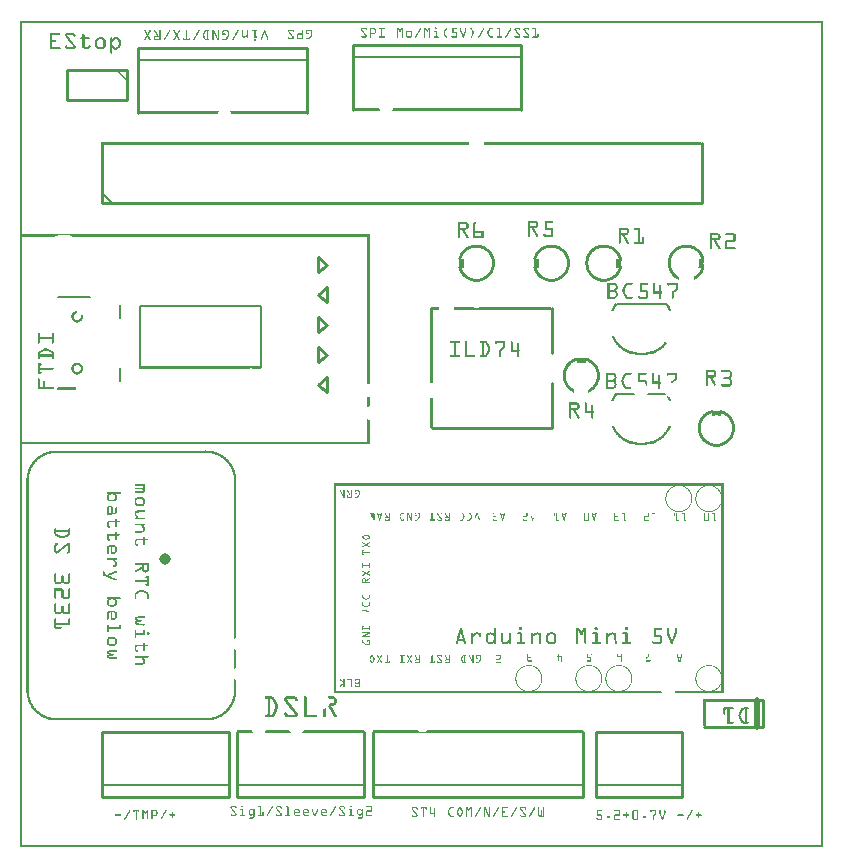
<source format=gto>
G04 MADE WITH FRITZING*
G04 WWW.FRITZING.ORG*
G04 DOUBLE SIDED*
G04 HOLES PLATED*
G04 CONTOUR ON CENTER OF CONTOUR VECTOR*
%ASAXBY*%
%FSLAX23Y23*%
%MOIN*%
%OFA0B0*%
%SFA1.0B1.0*%
%ADD10C,0.034819X0.0348188*%
%ADD11C,0.038360X0.0063604*%
%ADD12C,0.010000*%
%ADD13C,0.005000*%
%ADD14C,0.008000*%
%ADD15C,0.020000*%
%ADD16R,0.001000X0.001000*%
%LNSILK1*%
G90*
G70*
G54D10*
X766Y1767D03*
G54D11*
X481Y963D03*
G54D12*
X356Y2593D02*
X156Y2593D01*
D02*
X156Y2593D02*
X156Y2493D01*
D02*
X156Y2493D02*
X356Y2493D01*
D02*
X356Y2493D02*
X356Y2593D01*
D02*
X955Y2450D02*
X955Y2666D01*
D02*
X955Y2666D02*
X394Y2666D01*
D02*
X394Y2666D02*
X394Y2450D01*
G54D13*
D02*
X955Y2626D02*
X394Y2626D01*
G54D12*
D02*
X1021Y1744D02*
X991Y1769D01*
D02*
X991Y1769D02*
X991Y1719D01*
D02*
X991Y1719D02*
X1021Y1744D01*
D02*
X991Y1969D02*
X1021Y1944D01*
D02*
X1021Y1944D02*
X991Y1919D01*
D02*
X991Y1919D02*
X991Y1969D01*
D02*
X991Y1844D02*
X1021Y1819D01*
D02*
X1021Y1819D02*
X1021Y1869D01*
D02*
X1021Y1869D02*
X991Y1844D01*
D02*
X991Y1544D02*
X1021Y1519D01*
D02*
X1021Y1519D02*
X1021Y1569D01*
D02*
X1021Y1569D02*
X991Y1544D01*
D02*
X991Y1669D02*
X991Y1619D01*
D02*
X991Y1619D02*
X1021Y1644D01*
D02*
X1021Y1644D02*
X991Y1669D01*
G54D14*
D02*
X127Y1836D02*
X234Y1836D01*
D02*
X332Y1809D02*
X332Y1766D01*
D02*
X332Y1600D02*
X332Y1557D01*
D02*
X802Y1805D02*
X400Y1805D01*
D02*
X400Y1805D02*
X400Y1601D01*
D02*
X802Y1601D02*
X802Y1805D01*
G54D12*
D02*
X2475Y403D02*
X2280Y403D01*
D02*
X2280Y493D02*
X2475Y493D01*
D02*
X2475Y493D02*
X2475Y403D01*
G54D15*
D02*
X2455Y493D02*
X2455Y403D01*
G54D12*
D02*
X2205Y386D02*
X1919Y386D01*
D02*
X1919Y386D02*
X1919Y170D01*
D02*
X1919Y170D02*
X2205Y170D01*
D02*
X2205Y170D02*
X2205Y386D01*
G54D13*
D02*
X1919Y210D02*
X2205Y210D01*
G54D12*
D02*
X271Y2148D02*
X2271Y2148D01*
D02*
X2271Y2148D02*
X2271Y2348D01*
D02*
X271Y2348D02*
X271Y2148D01*
G54D13*
D02*
X306Y2148D02*
X271Y2183D01*
G54D14*
D02*
X2154Y1813D02*
X1989Y1813D01*
G54D12*
D02*
X1371Y1398D02*
X1771Y1398D01*
D02*
X1771Y1798D02*
X1771Y1648D01*
D02*
X1771Y1548D02*
X1771Y1398D01*
D02*
X1177Y386D02*
X1177Y170D01*
D02*
X1177Y170D02*
X1876Y170D01*
D02*
X1876Y170D02*
X1876Y386D01*
G54D13*
D02*
X1177Y210D02*
X1876Y210D01*
G54D12*
D02*
X722Y386D02*
X722Y170D01*
D02*
X722Y170D02*
X1145Y170D01*
D02*
X1145Y170D02*
X1145Y386D01*
G54D13*
D02*
X722Y210D02*
X1145Y210D01*
G54D12*
D02*
X1670Y2460D02*
X1670Y2676D01*
D02*
X1670Y2676D02*
X1109Y2676D01*
D02*
X1109Y2676D02*
X1109Y2460D01*
G54D13*
D02*
X1670Y2636D02*
X1109Y2636D01*
G54D12*
D02*
X695Y386D02*
X272Y386D01*
D02*
X272Y386D02*
X272Y170D01*
D02*
X272Y170D02*
X695Y170D01*
D02*
X695Y170D02*
X695Y386D01*
G54D13*
D02*
X272Y210D02*
X695Y210D01*
G54D16*
X0Y2756D02*
X2676Y2756D01*
X0Y2755D02*
X2676Y2755D01*
X0Y2754D02*
X2676Y2754D01*
X0Y2753D02*
X2676Y2753D01*
X0Y2752D02*
X2676Y2752D01*
X0Y2751D02*
X2676Y2751D01*
X0Y2750D02*
X2676Y2750D01*
X0Y2749D02*
X2676Y2749D01*
X0Y2748D02*
X7Y2748D01*
X2669Y2748D02*
X2676Y2748D01*
X0Y2747D02*
X7Y2747D01*
X2669Y2747D02*
X2676Y2747D01*
X0Y2746D02*
X7Y2746D01*
X2669Y2746D02*
X2676Y2746D01*
X0Y2745D02*
X7Y2745D01*
X2669Y2745D02*
X2676Y2745D01*
X0Y2744D02*
X7Y2744D01*
X2669Y2744D02*
X2676Y2744D01*
X0Y2743D02*
X7Y2743D01*
X2669Y2743D02*
X2676Y2743D01*
X0Y2742D02*
X7Y2742D01*
X2669Y2742D02*
X2676Y2742D01*
X0Y2741D02*
X7Y2741D01*
X2669Y2741D02*
X2676Y2741D01*
X0Y2740D02*
X7Y2740D01*
X2669Y2740D02*
X2676Y2740D01*
X0Y2739D02*
X7Y2739D01*
X2669Y2739D02*
X2676Y2739D01*
X0Y2738D02*
X7Y2738D01*
X2669Y2738D02*
X2676Y2738D01*
X0Y2737D02*
X7Y2737D01*
X2669Y2737D02*
X2676Y2737D01*
X0Y2736D02*
X7Y2736D01*
X2669Y2736D02*
X2676Y2736D01*
X0Y2735D02*
X7Y2735D01*
X2669Y2735D02*
X2676Y2735D01*
X0Y2734D02*
X7Y2734D01*
X1384Y2734D02*
X1387Y2734D01*
X2669Y2734D02*
X2676Y2734D01*
X0Y2733D02*
X7Y2733D01*
X1383Y2733D02*
X1388Y2733D01*
X2669Y2733D02*
X2676Y2733D01*
X0Y2732D02*
X7Y2732D01*
X1138Y2732D02*
X1152Y2732D01*
X1166Y2732D02*
X1182Y2732D01*
X1196Y2732D02*
X1215Y2732D01*
X1256Y2732D02*
X1261Y2732D01*
X1271Y2732D02*
X1276Y2732D01*
X1333Y2732D02*
X1335Y2732D01*
X1346Y2732D02*
X1351Y2732D01*
X1361Y2732D02*
X1366Y2732D01*
X1383Y2732D02*
X1388Y2732D01*
X1420Y2732D02*
X1422Y2732D01*
X1441Y2732D02*
X1456Y2732D01*
X1468Y2732D02*
X1469Y2732D01*
X1484Y2732D02*
X1486Y2732D01*
X1502Y2732D02*
X1504Y2732D01*
X1544Y2732D02*
X1546Y2732D01*
X1565Y2732D02*
X1576Y2732D01*
X1590Y2732D02*
X1598Y2732D01*
X1635Y2732D02*
X1637Y2732D01*
X1650Y2732D02*
X1664Y2732D01*
X1680Y2732D02*
X1694Y2732D01*
X1709Y2732D02*
X1719Y2732D01*
X2669Y2732D02*
X2676Y2732D01*
X0Y2731D02*
X7Y2731D01*
X1137Y2731D02*
X1154Y2731D01*
X1166Y2731D02*
X1183Y2731D01*
X1196Y2731D02*
X1215Y2731D01*
X1256Y2731D02*
X1262Y2731D01*
X1270Y2731D02*
X1276Y2731D01*
X1333Y2731D02*
X1336Y2731D01*
X1346Y2731D02*
X1352Y2731D01*
X1361Y2731D02*
X1366Y2731D01*
X1383Y2731D02*
X1388Y2731D01*
X1419Y2731D02*
X1422Y2731D01*
X1441Y2731D02*
X1456Y2731D01*
X1467Y2731D02*
X1470Y2731D01*
X1484Y2731D02*
X1487Y2731D01*
X1501Y2731D02*
X1505Y2731D01*
X1544Y2731D02*
X1547Y2731D01*
X1564Y2731D02*
X1577Y2731D01*
X1590Y2731D02*
X1599Y2731D01*
X1634Y2731D02*
X1637Y2731D01*
X1649Y2731D02*
X1666Y2731D01*
X1679Y2731D02*
X1696Y2731D01*
X1708Y2731D02*
X1719Y2731D01*
X2669Y2731D02*
X2676Y2731D01*
X0Y2730D02*
X7Y2730D01*
X1136Y2730D02*
X1154Y2730D01*
X1166Y2730D02*
X1184Y2730D01*
X1196Y2730D02*
X1215Y2730D01*
X1256Y2730D02*
X1262Y2730D01*
X1270Y2730D02*
X1276Y2730D01*
X1332Y2730D02*
X1336Y2730D01*
X1346Y2730D02*
X1353Y2730D01*
X1360Y2730D02*
X1366Y2730D01*
X1383Y2730D02*
X1388Y2730D01*
X1418Y2730D02*
X1422Y2730D01*
X1441Y2730D02*
X1456Y2730D01*
X1467Y2730D02*
X1470Y2730D01*
X1483Y2730D02*
X1487Y2730D01*
X1501Y2730D02*
X1505Y2730D01*
X1543Y2730D02*
X1547Y2730D01*
X1563Y2730D02*
X1577Y2730D01*
X1590Y2730D02*
X1599Y2730D01*
X1633Y2730D02*
X1637Y2730D01*
X1648Y2730D02*
X1666Y2730D01*
X1678Y2730D02*
X1697Y2730D01*
X1708Y2730D02*
X1719Y2730D01*
X2669Y2730D02*
X2676Y2730D01*
X0Y2729D02*
X7Y2729D01*
X1136Y2729D02*
X1155Y2729D01*
X1166Y2729D02*
X1185Y2729D01*
X1197Y2729D02*
X1215Y2729D01*
X1256Y2729D02*
X1263Y2729D01*
X1269Y2729D02*
X1276Y2729D01*
X1332Y2729D02*
X1335Y2729D01*
X1346Y2729D02*
X1353Y2729D01*
X1359Y2729D02*
X1366Y2729D01*
X1384Y2729D02*
X1387Y2729D01*
X1417Y2729D02*
X1422Y2729D01*
X1441Y2729D02*
X1456Y2729D01*
X1467Y2729D02*
X1470Y2729D01*
X1483Y2729D02*
X1487Y2729D01*
X1502Y2729D02*
X1506Y2729D01*
X1542Y2729D02*
X1546Y2729D01*
X1562Y2729D02*
X1576Y2729D01*
X1590Y2729D02*
X1599Y2729D01*
X1633Y2729D02*
X1637Y2729D01*
X1648Y2729D02*
X1667Y2729D01*
X1678Y2729D02*
X1697Y2729D01*
X1709Y2729D02*
X1719Y2729D01*
X2669Y2729D02*
X2676Y2729D01*
X0Y2728D02*
X7Y2728D01*
X1136Y2728D02*
X1139Y2728D01*
X1152Y2728D02*
X1155Y2728D01*
X1166Y2728D02*
X1169Y2728D01*
X1181Y2728D02*
X1185Y2728D01*
X1204Y2728D02*
X1207Y2728D01*
X1256Y2728D02*
X1264Y2728D01*
X1268Y2728D02*
X1276Y2728D01*
X1331Y2728D02*
X1335Y2728D01*
X1346Y2728D02*
X1354Y2728D01*
X1359Y2728D02*
X1366Y2728D01*
X1416Y2728D02*
X1421Y2728D01*
X1441Y2728D02*
X1444Y2728D01*
X1467Y2728D02*
X1470Y2728D01*
X1483Y2728D02*
X1487Y2728D01*
X1503Y2728D02*
X1507Y2728D01*
X1542Y2728D02*
X1546Y2728D01*
X1562Y2728D02*
X1566Y2728D01*
X1596Y2728D02*
X1599Y2728D01*
X1632Y2728D02*
X1636Y2728D01*
X1648Y2728D02*
X1651Y2728D01*
X1664Y2728D02*
X1667Y2728D01*
X1678Y2728D02*
X1681Y2728D01*
X1694Y2728D02*
X1697Y2728D01*
X1716Y2728D02*
X1719Y2728D01*
X2669Y2728D02*
X2676Y2728D01*
X0Y2727D02*
X7Y2727D01*
X896Y2727D02*
X909Y2727D01*
X941Y2727D02*
X942Y2727D01*
X958Y2727D02*
X969Y2727D01*
X1136Y2727D02*
X1139Y2727D01*
X1152Y2727D02*
X1155Y2727D01*
X1166Y2727D02*
X1169Y2727D01*
X1182Y2727D02*
X1185Y2727D01*
X1204Y2727D02*
X1207Y2727D01*
X1256Y2727D02*
X1264Y2727D01*
X1268Y2727D02*
X1276Y2727D01*
X1330Y2727D02*
X1334Y2727D01*
X1346Y2727D02*
X1355Y2727D01*
X1358Y2727D02*
X1366Y2727D01*
X1416Y2727D02*
X1420Y2727D01*
X1441Y2727D02*
X1444Y2727D01*
X1467Y2727D02*
X1470Y2727D01*
X1483Y2727D02*
X1487Y2727D01*
X1503Y2727D02*
X1508Y2727D01*
X1541Y2727D02*
X1545Y2727D01*
X1561Y2727D02*
X1565Y2727D01*
X1596Y2727D02*
X1599Y2727D01*
X1632Y2727D02*
X1636Y2727D01*
X1648Y2727D02*
X1651Y2727D01*
X1664Y2727D02*
X1667Y2727D01*
X1678Y2727D02*
X1682Y2727D01*
X1694Y2727D02*
X1697Y2727D01*
X1716Y2727D02*
X1719Y2727D01*
X2669Y2727D02*
X2676Y2727D01*
X0Y2726D02*
X7Y2726D01*
X448Y2726D02*
X448Y2726D01*
X466Y2726D02*
X466Y2726D01*
X513Y2726D02*
X513Y2726D01*
X531Y2726D02*
X531Y2726D01*
X596Y2726D02*
X596Y2726D01*
X620Y2726D02*
X628Y2726D01*
X642Y2726D02*
X646Y2726D01*
X661Y2726D02*
X661Y2726D01*
X680Y2726D02*
X689Y2726D01*
X726Y2726D02*
X726Y2726D01*
X741Y2726D02*
X741Y2726D01*
X775Y2726D02*
X789Y2726D01*
X895Y2726D02*
X911Y2726D01*
X940Y2726D02*
X943Y2726D01*
X956Y2726D02*
X970Y2726D01*
X1136Y2726D02*
X1140Y2726D01*
X1152Y2726D02*
X1155Y2726D01*
X1166Y2726D02*
X1169Y2726D01*
X1182Y2726D02*
X1185Y2726D01*
X1204Y2726D02*
X1207Y2726D01*
X1256Y2726D02*
X1259Y2726D01*
X1261Y2726D02*
X1265Y2726D01*
X1267Y2726D02*
X1271Y2726D01*
X1273Y2726D02*
X1276Y2726D01*
X1330Y2726D02*
X1334Y2726D01*
X1346Y2726D02*
X1355Y2726D01*
X1357Y2726D02*
X1361Y2726D01*
X1363Y2726D02*
X1366Y2726D01*
X1415Y2726D02*
X1419Y2726D01*
X1441Y2726D02*
X1444Y2726D01*
X1467Y2726D02*
X1470Y2726D01*
X1483Y2726D02*
X1487Y2726D01*
X1504Y2726D02*
X1509Y2726D01*
X1541Y2726D02*
X1545Y2726D01*
X1561Y2726D02*
X1565Y2726D01*
X1596Y2726D02*
X1599Y2726D01*
X1631Y2726D02*
X1635Y2726D01*
X1648Y2726D02*
X1652Y2726D01*
X1665Y2726D02*
X1667Y2726D01*
X1678Y2726D02*
X1682Y2726D01*
X1695Y2726D02*
X1697Y2726D01*
X1716Y2726D02*
X1719Y2726D01*
X2669Y2726D02*
X2676Y2726D01*
X0Y2725D02*
X7Y2725D01*
X414Y2725D02*
X417Y2725D01*
X432Y2725D02*
X435Y2725D01*
X447Y2725D02*
X449Y2725D01*
X465Y2725D02*
X467Y2725D01*
X497Y2725D02*
X500Y2725D01*
X512Y2725D02*
X514Y2725D01*
X530Y2725D02*
X532Y2725D01*
X553Y2725D02*
X556Y2725D01*
X595Y2725D02*
X597Y2725D01*
X617Y2725D02*
X630Y2725D01*
X641Y2725D02*
X647Y2725D01*
X660Y2725D02*
X662Y2725D01*
X677Y2725D02*
X692Y2725D01*
X725Y2725D02*
X727Y2725D01*
X739Y2725D02*
X742Y2725D01*
X757Y2725D02*
X760Y2725D01*
X774Y2725D02*
X790Y2725D01*
X813Y2725D02*
X816Y2725D01*
X894Y2725D02*
X911Y2725D01*
X940Y2725D02*
X943Y2725D01*
X955Y2725D02*
X971Y2725D01*
X1137Y2725D02*
X1141Y2725D01*
X1154Y2725D02*
X1154Y2725D01*
X1166Y2725D02*
X1169Y2725D01*
X1182Y2725D02*
X1185Y2725D01*
X1204Y2725D02*
X1207Y2725D01*
X1256Y2725D02*
X1259Y2725D01*
X1262Y2725D02*
X1270Y2725D01*
X1273Y2725D02*
X1276Y2725D01*
X1329Y2725D02*
X1333Y2725D01*
X1346Y2725D02*
X1350Y2725D01*
X1352Y2725D02*
X1361Y2725D01*
X1363Y2725D02*
X1366Y2725D01*
X1414Y2725D02*
X1418Y2725D01*
X1441Y2725D02*
X1444Y2725D01*
X1467Y2725D02*
X1470Y2725D01*
X1483Y2725D02*
X1487Y2725D01*
X1505Y2725D02*
X1509Y2725D01*
X1540Y2725D02*
X1544Y2725D01*
X1560Y2725D02*
X1564Y2725D01*
X1596Y2725D02*
X1599Y2725D01*
X1630Y2725D02*
X1634Y2725D01*
X1649Y2725D02*
X1653Y2725D01*
X1666Y2725D02*
X1666Y2725D01*
X1679Y2725D02*
X1683Y2725D01*
X1696Y2725D02*
X1696Y2725D01*
X1716Y2725D02*
X1719Y2725D01*
X2669Y2725D02*
X2676Y2725D01*
X0Y2724D02*
X7Y2724D01*
X414Y2724D02*
X418Y2724D01*
X431Y2724D02*
X435Y2724D01*
X446Y2724D02*
X450Y2724D01*
X464Y2724D02*
X468Y2724D01*
X496Y2724D02*
X500Y2724D01*
X511Y2724D02*
X515Y2724D01*
X529Y2724D02*
X533Y2724D01*
X553Y2724D02*
X556Y2724D01*
X594Y2724D02*
X598Y2724D01*
X616Y2724D02*
X630Y2724D01*
X641Y2724D02*
X647Y2724D01*
X659Y2724D02*
X663Y2724D01*
X676Y2724D02*
X693Y2724D01*
X724Y2724D02*
X728Y2724D01*
X739Y2724D02*
X742Y2724D01*
X757Y2724D02*
X760Y2724D01*
X774Y2724D02*
X790Y2724D01*
X813Y2724D02*
X816Y2724D01*
X893Y2724D02*
X912Y2724D01*
X940Y2724D02*
X943Y2724D01*
X954Y2724D02*
X972Y2724D01*
X1137Y2724D02*
X1142Y2724D01*
X1166Y2724D02*
X1169Y2724D01*
X1182Y2724D02*
X1185Y2724D01*
X1204Y2724D02*
X1207Y2724D01*
X1256Y2724D02*
X1259Y2724D01*
X1262Y2724D02*
X1270Y2724D01*
X1273Y2724D02*
X1276Y2724D01*
X1329Y2724D02*
X1333Y2724D01*
X1346Y2724D02*
X1350Y2724D01*
X1353Y2724D02*
X1360Y2724D01*
X1363Y2724D02*
X1366Y2724D01*
X1414Y2724D02*
X1418Y2724D01*
X1441Y2724D02*
X1444Y2724D01*
X1467Y2724D02*
X1470Y2724D01*
X1483Y2724D02*
X1487Y2724D01*
X1506Y2724D02*
X1510Y2724D01*
X1539Y2724D02*
X1543Y2724D01*
X1560Y2724D02*
X1564Y2724D01*
X1596Y2724D02*
X1599Y2724D01*
X1630Y2724D02*
X1634Y2724D01*
X1649Y2724D02*
X1654Y2724D01*
X1680Y2724D02*
X1684Y2724D01*
X1716Y2724D02*
X1719Y2724D01*
X2669Y2724D02*
X2676Y2724D01*
X0Y2723D02*
X7Y2723D01*
X414Y2723D02*
X418Y2723D01*
X431Y2723D02*
X435Y2723D01*
X447Y2723D02*
X451Y2723D01*
X464Y2723D02*
X468Y2723D01*
X496Y2723D02*
X500Y2723D01*
X512Y2723D02*
X516Y2723D01*
X528Y2723D02*
X532Y2723D01*
X553Y2723D02*
X556Y2723D01*
X593Y2723D02*
X598Y2723D01*
X615Y2723D02*
X630Y2723D01*
X641Y2723D02*
X648Y2723D01*
X659Y2723D02*
X663Y2723D01*
X675Y2723D02*
X694Y2723D01*
X723Y2723D02*
X728Y2723D01*
X739Y2723D02*
X742Y2723D01*
X757Y2723D02*
X760Y2723D01*
X774Y2723D02*
X790Y2723D01*
X812Y2723D02*
X817Y2723D01*
X893Y2723D02*
X897Y2723D01*
X908Y2723D02*
X912Y2723D01*
X940Y2723D02*
X943Y2723D01*
X954Y2723D02*
X958Y2723D01*
X968Y2723D02*
X973Y2723D01*
X1138Y2723D02*
X1143Y2723D01*
X1166Y2723D02*
X1169Y2723D01*
X1182Y2723D02*
X1185Y2723D01*
X1204Y2723D02*
X1207Y2723D01*
X1256Y2723D02*
X1259Y2723D01*
X1263Y2723D02*
X1269Y2723D01*
X1273Y2723D02*
X1276Y2723D01*
X1291Y2723D02*
X1301Y2723D01*
X1328Y2723D02*
X1332Y2723D01*
X1346Y2723D02*
X1350Y2723D01*
X1353Y2723D02*
X1359Y2723D01*
X1363Y2723D02*
X1366Y2723D01*
X1379Y2723D02*
X1388Y2723D01*
X1413Y2723D02*
X1417Y2723D01*
X1441Y2723D02*
X1444Y2723D01*
X1467Y2723D02*
X1470Y2723D01*
X1483Y2723D02*
X1487Y2723D01*
X1506Y2723D02*
X1510Y2723D01*
X1539Y2723D02*
X1543Y2723D01*
X1559Y2723D02*
X1563Y2723D01*
X1596Y2723D02*
X1599Y2723D01*
X1629Y2723D02*
X1633Y2723D01*
X1650Y2723D02*
X1655Y2723D01*
X1680Y2723D02*
X1685Y2723D01*
X1716Y2723D02*
X1719Y2723D01*
X2669Y2723D02*
X2676Y2723D01*
X0Y2722D02*
X7Y2722D01*
X414Y2722D02*
X419Y2722D01*
X430Y2722D02*
X434Y2722D01*
X447Y2722D02*
X451Y2722D01*
X464Y2722D02*
X468Y2722D01*
X495Y2722D02*
X500Y2722D01*
X512Y2722D02*
X516Y2722D01*
X528Y2722D02*
X532Y2722D01*
X553Y2722D02*
X556Y2722D01*
X593Y2722D02*
X597Y2722D01*
X614Y2722D02*
X629Y2722D01*
X641Y2722D02*
X648Y2722D01*
X659Y2722D02*
X663Y2722D01*
X674Y2722D02*
X695Y2722D01*
X723Y2722D02*
X727Y2722D01*
X739Y2722D02*
X742Y2722D01*
X757Y2722D02*
X760Y2722D01*
X775Y2722D02*
X790Y2722D01*
X812Y2722D02*
X817Y2722D01*
X893Y2722D02*
X897Y2722D01*
X909Y2722D02*
X913Y2722D01*
X940Y2722D02*
X943Y2722D01*
X953Y2722D02*
X957Y2722D01*
X969Y2722D02*
X973Y2722D01*
X1139Y2722D02*
X1143Y2722D01*
X1166Y2722D02*
X1169Y2722D01*
X1182Y2722D02*
X1185Y2722D01*
X1204Y2722D02*
X1207Y2722D01*
X1256Y2722D02*
X1259Y2722D01*
X1264Y2722D02*
X1268Y2722D01*
X1273Y2722D02*
X1276Y2722D01*
X1289Y2722D02*
X1303Y2722D01*
X1327Y2722D02*
X1331Y2722D01*
X1346Y2722D02*
X1350Y2722D01*
X1354Y2722D02*
X1359Y2722D01*
X1363Y2722D02*
X1366Y2722D01*
X1379Y2722D02*
X1388Y2722D01*
X1413Y2722D02*
X1416Y2722D01*
X1441Y2722D02*
X1444Y2722D01*
X1467Y2722D02*
X1471Y2722D01*
X1483Y2722D02*
X1486Y2722D01*
X1507Y2722D02*
X1510Y2722D01*
X1538Y2722D02*
X1542Y2722D01*
X1559Y2722D02*
X1563Y2722D01*
X1596Y2722D02*
X1599Y2722D01*
X1629Y2722D02*
X1633Y2722D01*
X1651Y2722D02*
X1655Y2722D01*
X1681Y2722D02*
X1685Y2722D01*
X1716Y2722D02*
X1719Y2722D01*
X2669Y2722D02*
X2676Y2722D01*
X0Y2721D02*
X7Y2721D01*
X415Y2721D02*
X419Y2721D01*
X430Y2721D02*
X434Y2721D01*
X448Y2721D02*
X452Y2721D01*
X464Y2721D02*
X468Y2721D01*
X495Y2721D02*
X499Y2721D01*
X513Y2721D02*
X517Y2721D01*
X527Y2721D02*
X531Y2721D01*
X553Y2721D02*
X556Y2721D01*
X592Y2721D02*
X596Y2721D01*
X614Y2721D02*
X618Y2721D01*
X622Y2721D02*
X626Y2721D01*
X641Y2721D02*
X649Y2721D01*
X659Y2721D02*
X663Y2721D01*
X674Y2721D02*
X678Y2721D01*
X691Y2721D02*
X695Y2721D01*
X722Y2721D02*
X726Y2721D01*
X739Y2721D02*
X742Y2721D01*
X757Y2721D02*
X760Y2721D01*
X780Y2721D02*
X784Y2721D01*
X812Y2721D02*
X818Y2721D01*
X893Y2721D02*
X897Y2721D01*
X910Y2721D02*
X913Y2721D01*
X940Y2721D02*
X943Y2721D01*
X953Y2721D02*
X956Y2721D01*
X970Y2721D02*
X973Y2721D01*
X1140Y2721D02*
X1144Y2721D01*
X1166Y2721D02*
X1169Y2721D01*
X1182Y2721D02*
X1185Y2721D01*
X1204Y2721D02*
X1207Y2721D01*
X1256Y2721D02*
X1259Y2721D01*
X1264Y2721D02*
X1268Y2721D01*
X1273Y2721D02*
X1276Y2721D01*
X1288Y2721D02*
X1304Y2721D01*
X1327Y2721D02*
X1331Y2721D01*
X1346Y2721D02*
X1350Y2721D01*
X1355Y2721D02*
X1358Y2721D01*
X1363Y2721D02*
X1366Y2721D01*
X1379Y2721D02*
X1388Y2721D01*
X1413Y2721D02*
X1416Y2721D01*
X1441Y2721D02*
X1444Y2721D01*
X1468Y2721D02*
X1471Y2721D01*
X1482Y2721D02*
X1486Y2721D01*
X1507Y2721D02*
X1511Y2721D01*
X1538Y2721D02*
X1542Y2721D01*
X1558Y2721D02*
X1562Y2721D01*
X1596Y2721D02*
X1599Y2721D01*
X1628Y2721D02*
X1632Y2721D01*
X1652Y2721D02*
X1656Y2721D01*
X1682Y2721D02*
X1686Y2721D01*
X1716Y2721D02*
X1719Y2721D01*
X2669Y2721D02*
X2676Y2721D01*
X0Y2720D02*
X7Y2720D01*
X416Y2720D02*
X420Y2720D01*
X429Y2720D02*
X433Y2720D01*
X448Y2720D02*
X452Y2720D01*
X464Y2720D02*
X468Y2720D01*
X494Y2720D02*
X498Y2720D01*
X513Y2720D02*
X517Y2720D01*
X527Y2720D02*
X531Y2720D01*
X553Y2720D02*
X556Y2720D01*
X592Y2720D02*
X596Y2720D01*
X613Y2720D02*
X617Y2720D01*
X622Y2720D02*
X626Y2720D01*
X641Y2720D02*
X649Y2720D01*
X659Y2720D02*
X663Y2720D01*
X674Y2720D02*
X678Y2720D01*
X691Y2720D02*
X695Y2720D01*
X722Y2720D02*
X726Y2720D01*
X739Y2720D02*
X743Y2720D01*
X757Y2720D02*
X760Y2720D01*
X780Y2720D02*
X784Y2720D01*
X811Y2720D02*
X818Y2720D01*
X894Y2720D02*
X898Y2720D01*
X910Y2720D02*
X912Y2720D01*
X940Y2720D02*
X943Y2720D01*
X953Y2720D02*
X956Y2720D01*
X970Y2720D02*
X973Y2720D01*
X1140Y2720D02*
X1145Y2720D01*
X1166Y2720D02*
X1169Y2720D01*
X1182Y2720D02*
X1185Y2720D01*
X1204Y2720D02*
X1207Y2720D01*
X1256Y2720D02*
X1259Y2720D01*
X1264Y2720D02*
X1268Y2720D01*
X1273Y2720D02*
X1276Y2720D01*
X1288Y2720D02*
X1305Y2720D01*
X1326Y2720D02*
X1330Y2720D01*
X1346Y2720D02*
X1350Y2720D01*
X1355Y2720D02*
X1358Y2720D01*
X1363Y2720D02*
X1366Y2720D01*
X1380Y2720D02*
X1388Y2720D01*
X1413Y2720D02*
X1416Y2720D01*
X1441Y2720D02*
X1444Y2720D01*
X1468Y2720D02*
X1472Y2720D01*
X1482Y2720D02*
X1485Y2720D01*
X1507Y2720D02*
X1511Y2720D01*
X1537Y2720D02*
X1541Y2720D01*
X1558Y2720D02*
X1562Y2720D01*
X1596Y2720D02*
X1599Y2720D01*
X1628Y2720D02*
X1631Y2720D01*
X1653Y2720D02*
X1657Y2720D01*
X1683Y2720D02*
X1687Y2720D01*
X1716Y2720D02*
X1719Y2720D01*
X2669Y2720D02*
X2676Y2720D01*
X0Y2719D02*
X7Y2719D01*
X416Y2719D02*
X421Y2719D01*
X428Y2719D02*
X433Y2719D01*
X449Y2719D02*
X453Y2719D01*
X464Y2719D02*
X468Y2719D01*
X493Y2719D02*
X498Y2719D01*
X514Y2719D02*
X518Y2719D01*
X526Y2719D02*
X530Y2719D01*
X553Y2719D02*
X556Y2719D01*
X591Y2719D02*
X595Y2719D01*
X613Y2719D02*
X617Y2719D01*
X622Y2719D02*
X626Y2719D01*
X641Y2719D02*
X649Y2719D01*
X659Y2719D02*
X663Y2719D01*
X674Y2719D02*
X677Y2719D01*
X692Y2719D02*
X695Y2719D01*
X721Y2719D02*
X725Y2719D01*
X739Y2719D02*
X743Y2719D01*
X757Y2719D02*
X760Y2719D01*
X780Y2719D02*
X784Y2719D01*
X811Y2719D02*
X818Y2719D01*
X895Y2719D02*
X899Y2719D01*
X940Y2719D02*
X943Y2719D01*
X953Y2719D02*
X956Y2719D01*
X970Y2719D02*
X973Y2719D01*
X1141Y2719D02*
X1146Y2719D01*
X1166Y2719D02*
X1169Y2719D01*
X1182Y2719D02*
X1185Y2719D01*
X1204Y2719D02*
X1207Y2719D01*
X1256Y2719D02*
X1259Y2719D01*
X1265Y2719D02*
X1267Y2719D01*
X1273Y2719D02*
X1276Y2719D01*
X1287Y2719D02*
X1291Y2719D01*
X1301Y2719D02*
X1305Y2719D01*
X1326Y2719D02*
X1330Y2719D01*
X1346Y2719D02*
X1350Y2719D01*
X1355Y2719D02*
X1358Y2719D01*
X1363Y2719D02*
X1366Y2719D01*
X1385Y2719D02*
X1388Y2719D01*
X1413Y2719D02*
X1416Y2719D01*
X1441Y2719D02*
X1444Y2719D01*
X1468Y2719D02*
X1472Y2719D01*
X1482Y2719D02*
X1485Y2719D01*
X1507Y2719D02*
X1511Y2719D01*
X1537Y2719D02*
X1540Y2719D01*
X1558Y2719D02*
X1561Y2719D01*
X1596Y2719D02*
X1599Y2719D01*
X1627Y2719D02*
X1631Y2719D01*
X1653Y2719D02*
X1658Y2719D01*
X1683Y2719D02*
X1688Y2719D01*
X1716Y2719D02*
X1719Y2719D01*
X2669Y2719D02*
X2676Y2719D01*
X0Y2718D02*
X7Y2718D01*
X417Y2718D02*
X421Y2718D01*
X428Y2718D02*
X432Y2718D01*
X449Y2718D02*
X454Y2718D01*
X464Y2718D02*
X468Y2718D01*
X493Y2718D02*
X497Y2718D01*
X514Y2718D02*
X519Y2718D01*
X525Y2718D02*
X530Y2718D01*
X553Y2718D02*
X556Y2718D01*
X590Y2718D02*
X595Y2718D01*
X612Y2718D02*
X616Y2718D01*
X622Y2718D02*
X626Y2718D01*
X641Y2718D02*
X650Y2718D01*
X659Y2718D02*
X663Y2718D01*
X674Y2718D02*
X677Y2718D01*
X692Y2718D02*
X695Y2718D01*
X720Y2718D02*
X725Y2718D01*
X739Y2718D02*
X743Y2718D01*
X757Y2718D02*
X760Y2718D01*
X780Y2718D02*
X784Y2718D01*
X810Y2718D02*
X819Y2718D01*
X895Y2718D02*
X900Y2718D01*
X940Y2718D02*
X943Y2718D01*
X953Y2718D02*
X956Y2718D01*
X970Y2718D02*
X973Y2718D01*
X1142Y2718D02*
X1146Y2718D01*
X1166Y2718D02*
X1169Y2718D01*
X1182Y2718D02*
X1185Y2718D01*
X1204Y2718D02*
X1207Y2718D01*
X1256Y2718D02*
X1259Y2718D01*
X1266Y2718D02*
X1266Y2718D01*
X1273Y2718D02*
X1276Y2718D01*
X1286Y2718D02*
X1290Y2718D01*
X1302Y2718D02*
X1306Y2718D01*
X1325Y2718D02*
X1329Y2718D01*
X1346Y2718D02*
X1350Y2718D01*
X1356Y2718D02*
X1356Y2718D01*
X1363Y2718D02*
X1366Y2718D01*
X1385Y2718D02*
X1388Y2718D01*
X1413Y2718D02*
X1416Y2718D01*
X1441Y2718D02*
X1454Y2718D01*
X1469Y2718D02*
X1472Y2718D01*
X1481Y2718D02*
X1485Y2718D01*
X1507Y2718D02*
X1511Y2718D01*
X1536Y2718D02*
X1540Y2718D01*
X1557Y2718D02*
X1561Y2718D01*
X1596Y2718D02*
X1599Y2718D01*
X1626Y2718D02*
X1630Y2718D01*
X1654Y2718D02*
X1658Y2718D01*
X1684Y2718D02*
X1689Y2718D01*
X1716Y2718D02*
X1719Y2718D01*
X2669Y2718D02*
X2676Y2718D01*
X0Y2717D02*
X7Y2717D01*
X417Y2717D02*
X422Y2717D01*
X427Y2717D02*
X432Y2717D01*
X450Y2717D02*
X454Y2717D01*
X464Y2717D02*
X468Y2717D01*
X492Y2717D02*
X497Y2717D01*
X515Y2717D02*
X519Y2717D01*
X525Y2717D02*
X529Y2717D01*
X553Y2717D02*
X556Y2717D01*
X590Y2717D02*
X594Y2717D01*
X612Y2717D02*
X616Y2717D01*
X622Y2717D02*
X626Y2717D01*
X641Y2717D02*
X650Y2717D01*
X659Y2717D02*
X663Y2717D01*
X674Y2717D02*
X677Y2717D01*
X692Y2717D02*
X695Y2717D01*
X720Y2717D02*
X724Y2717D01*
X739Y2717D02*
X743Y2717D01*
X757Y2717D02*
X760Y2717D01*
X780Y2717D02*
X784Y2717D01*
X810Y2717D02*
X819Y2717D01*
X896Y2717D02*
X900Y2717D01*
X940Y2717D02*
X943Y2717D01*
X953Y2717D02*
X957Y2717D01*
X970Y2717D02*
X973Y2717D01*
X1143Y2717D02*
X1147Y2717D01*
X1166Y2717D02*
X1169Y2717D01*
X1181Y2717D02*
X1185Y2717D01*
X1204Y2717D02*
X1207Y2717D01*
X1256Y2717D02*
X1259Y2717D01*
X1273Y2717D02*
X1276Y2717D01*
X1286Y2717D02*
X1290Y2717D01*
X1303Y2717D02*
X1306Y2717D01*
X1325Y2717D02*
X1328Y2717D01*
X1346Y2717D02*
X1350Y2717D01*
X1363Y2717D02*
X1366Y2717D01*
X1385Y2717D02*
X1388Y2717D01*
X1413Y2717D02*
X1416Y2717D01*
X1441Y2717D02*
X1455Y2717D01*
X1469Y2717D02*
X1473Y2717D01*
X1481Y2717D02*
X1484Y2717D01*
X1507Y2717D02*
X1511Y2717D01*
X1535Y2717D02*
X1539Y2717D01*
X1557Y2717D02*
X1561Y2717D01*
X1596Y2717D02*
X1599Y2717D01*
X1626Y2717D02*
X1630Y2717D01*
X1655Y2717D02*
X1659Y2717D01*
X1685Y2717D02*
X1689Y2717D01*
X1716Y2717D02*
X1719Y2717D01*
X2669Y2717D02*
X2676Y2717D01*
X0Y2716D02*
X7Y2716D01*
X418Y2716D02*
X422Y2716D01*
X427Y2716D02*
X431Y2716D01*
X450Y2716D02*
X455Y2716D01*
X464Y2716D02*
X468Y2716D01*
X492Y2716D02*
X496Y2716D01*
X516Y2716D02*
X520Y2716D01*
X524Y2716D02*
X529Y2716D01*
X553Y2716D02*
X556Y2716D01*
X589Y2716D02*
X594Y2716D01*
X611Y2716D02*
X615Y2716D01*
X622Y2716D02*
X626Y2716D01*
X641Y2716D02*
X645Y2716D01*
X647Y2716D02*
X651Y2716D01*
X659Y2716D02*
X663Y2716D01*
X674Y2716D02*
X677Y2716D01*
X692Y2716D02*
X695Y2716D01*
X719Y2716D02*
X724Y2716D01*
X739Y2716D02*
X743Y2716D01*
X757Y2716D02*
X760Y2716D01*
X780Y2716D02*
X784Y2716D01*
X810Y2716D02*
X813Y2716D01*
X816Y2716D02*
X820Y2716D01*
X897Y2716D02*
X901Y2716D01*
X940Y2716D02*
X943Y2716D01*
X953Y2716D02*
X962Y2716D01*
X970Y2716D02*
X973Y2716D01*
X1144Y2716D02*
X1148Y2716D01*
X1166Y2716D02*
X1185Y2716D01*
X1204Y2716D02*
X1207Y2716D01*
X1256Y2716D02*
X1259Y2716D01*
X1273Y2716D02*
X1276Y2716D01*
X1286Y2716D02*
X1289Y2716D01*
X1303Y2716D02*
X1306Y2716D01*
X1324Y2716D02*
X1328Y2716D01*
X1346Y2716D02*
X1350Y2716D01*
X1363Y2716D02*
X1366Y2716D01*
X1385Y2716D02*
X1388Y2716D01*
X1413Y2716D02*
X1416Y2716D01*
X1441Y2716D02*
X1456Y2716D01*
X1470Y2716D02*
X1473Y2716D01*
X1480Y2716D02*
X1484Y2716D01*
X1507Y2716D02*
X1511Y2716D01*
X1535Y2716D02*
X1539Y2716D01*
X1557Y2716D02*
X1561Y2716D01*
X1596Y2716D02*
X1599Y2716D01*
X1625Y2716D02*
X1629Y2716D01*
X1656Y2716D02*
X1660Y2716D01*
X1686Y2716D02*
X1690Y2716D01*
X1716Y2716D02*
X1719Y2716D01*
X2669Y2716D02*
X2676Y2716D01*
X0Y2715D02*
X7Y2715D01*
X100Y2715D02*
X133Y2715D01*
X155Y2715D02*
X179Y2715D01*
X419Y2715D02*
X423Y2715D01*
X426Y2715D02*
X430Y2715D01*
X451Y2715D02*
X455Y2715D01*
X464Y2715D02*
X468Y2715D01*
X491Y2715D02*
X495Y2715D01*
X516Y2715D02*
X520Y2715D01*
X524Y2715D02*
X528Y2715D01*
X553Y2715D02*
X556Y2715D01*
X589Y2715D02*
X593Y2715D01*
X611Y2715D02*
X615Y2715D01*
X622Y2715D02*
X626Y2715D01*
X641Y2715D02*
X645Y2715D01*
X647Y2715D02*
X651Y2715D01*
X659Y2715D02*
X663Y2715D01*
X674Y2715D02*
X677Y2715D01*
X692Y2715D02*
X695Y2715D01*
X719Y2715D02*
X723Y2715D01*
X739Y2715D02*
X743Y2715D01*
X757Y2715D02*
X760Y2715D01*
X780Y2715D02*
X784Y2715D01*
X809Y2715D02*
X813Y2715D01*
X816Y2715D02*
X820Y2715D01*
X898Y2715D02*
X902Y2715D01*
X939Y2715D02*
X943Y2715D01*
X953Y2715D02*
X963Y2715D01*
X970Y2715D02*
X973Y2715D01*
X1144Y2715D02*
X1149Y2715D01*
X1166Y2715D02*
X1184Y2715D01*
X1204Y2715D02*
X1207Y2715D01*
X1256Y2715D02*
X1259Y2715D01*
X1273Y2715D02*
X1276Y2715D01*
X1286Y2715D02*
X1289Y2715D01*
X1303Y2715D02*
X1306Y2715D01*
X1323Y2715D02*
X1327Y2715D01*
X1346Y2715D02*
X1350Y2715D01*
X1363Y2715D02*
X1366Y2715D01*
X1385Y2715D02*
X1388Y2715D01*
X1413Y2715D02*
X1416Y2715D01*
X1441Y2715D02*
X1456Y2715D01*
X1470Y2715D02*
X1474Y2715D01*
X1480Y2715D02*
X1484Y2715D01*
X1507Y2715D02*
X1511Y2715D01*
X1534Y2715D02*
X1538Y2715D01*
X1557Y2715D02*
X1561Y2715D01*
X1596Y2715D02*
X1599Y2715D01*
X1625Y2715D02*
X1629Y2715D01*
X1656Y2715D02*
X1661Y2715D01*
X1687Y2715D02*
X1691Y2715D01*
X1716Y2715D02*
X1719Y2715D01*
X2669Y2715D02*
X2676Y2715D01*
X0Y2714D02*
X7Y2714D01*
X100Y2714D02*
X133Y2714D01*
X153Y2714D02*
X180Y2714D01*
X419Y2714D02*
X423Y2714D01*
X425Y2714D02*
X430Y2714D01*
X452Y2714D02*
X456Y2714D01*
X464Y2714D02*
X468Y2714D01*
X491Y2714D02*
X495Y2714D01*
X517Y2714D02*
X521Y2714D01*
X523Y2714D02*
X527Y2714D01*
X553Y2714D02*
X556Y2714D01*
X588Y2714D02*
X592Y2714D01*
X610Y2714D02*
X614Y2714D01*
X622Y2714D02*
X626Y2714D01*
X641Y2714D02*
X645Y2714D01*
X648Y2714D02*
X652Y2714D01*
X659Y2714D02*
X663Y2714D01*
X674Y2714D02*
X683Y2714D01*
X692Y2714D02*
X695Y2714D01*
X718Y2714D02*
X722Y2714D01*
X739Y2714D02*
X743Y2714D01*
X757Y2714D02*
X760Y2714D01*
X780Y2714D02*
X784Y2714D01*
X809Y2714D02*
X813Y2714D01*
X816Y2714D02*
X820Y2714D01*
X898Y2714D02*
X903Y2714D01*
X926Y2714D02*
X943Y2714D01*
X953Y2714D02*
X962Y2714D01*
X970Y2714D02*
X973Y2714D01*
X1145Y2714D02*
X1149Y2714D01*
X1166Y2714D02*
X1183Y2714D01*
X1204Y2714D02*
X1207Y2714D01*
X1256Y2714D02*
X1259Y2714D01*
X1273Y2714D02*
X1276Y2714D01*
X1286Y2714D02*
X1289Y2714D01*
X1303Y2714D02*
X1306Y2714D01*
X1323Y2714D02*
X1327Y2714D01*
X1346Y2714D02*
X1350Y2714D01*
X1363Y2714D02*
X1366Y2714D01*
X1385Y2714D02*
X1388Y2714D01*
X1413Y2714D02*
X1416Y2714D01*
X1453Y2714D02*
X1457Y2714D01*
X1470Y2714D02*
X1474Y2714D01*
X1480Y2714D02*
X1483Y2714D01*
X1507Y2714D02*
X1511Y2714D01*
X1534Y2714D02*
X1538Y2714D01*
X1558Y2714D02*
X1561Y2714D01*
X1596Y2714D02*
X1599Y2714D01*
X1624Y2714D02*
X1628Y2714D01*
X1657Y2714D02*
X1662Y2714D01*
X1687Y2714D02*
X1692Y2714D01*
X1716Y2714D02*
X1719Y2714D01*
X1725Y2714D02*
X1727Y2714D01*
X2669Y2714D02*
X2676Y2714D01*
X0Y2713D02*
X7Y2713D01*
X100Y2713D02*
X134Y2713D01*
X152Y2713D02*
X181Y2713D01*
X420Y2713D02*
X429Y2713D01*
X452Y2713D02*
X457Y2713D01*
X464Y2713D02*
X468Y2713D01*
X490Y2713D02*
X494Y2713D01*
X517Y2713D02*
X527Y2713D01*
X553Y2713D02*
X556Y2713D01*
X587Y2713D02*
X592Y2713D01*
X610Y2713D02*
X614Y2713D01*
X622Y2713D02*
X626Y2713D01*
X641Y2713D02*
X645Y2713D01*
X648Y2713D02*
X652Y2713D01*
X659Y2713D02*
X663Y2713D01*
X674Y2713D02*
X684Y2713D01*
X692Y2713D02*
X695Y2713D01*
X717Y2713D02*
X722Y2713D01*
X739Y2713D02*
X743Y2713D01*
X757Y2713D02*
X760Y2713D01*
X780Y2713D02*
X784Y2713D01*
X808Y2713D02*
X812Y2713D01*
X817Y2713D02*
X821Y2713D01*
X899Y2713D02*
X904Y2713D01*
X925Y2713D02*
X943Y2713D01*
X953Y2713D02*
X962Y2713D01*
X970Y2713D02*
X973Y2713D01*
X1146Y2713D02*
X1150Y2713D01*
X1166Y2713D02*
X1181Y2713D01*
X1204Y2713D02*
X1207Y2713D01*
X1256Y2713D02*
X1259Y2713D01*
X1273Y2713D02*
X1276Y2713D01*
X1286Y2713D02*
X1289Y2713D01*
X1303Y2713D02*
X1306Y2713D01*
X1322Y2713D02*
X1326Y2713D01*
X1346Y2713D02*
X1350Y2713D01*
X1363Y2713D02*
X1366Y2713D01*
X1385Y2713D02*
X1388Y2713D01*
X1413Y2713D02*
X1416Y2713D01*
X1453Y2713D02*
X1457Y2713D01*
X1471Y2713D02*
X1474Y2713D01*
X1479Y2713D02*
X1483Y2713D01*
X1507Y2713D02*
X1511Y2713D01*
X1533Y2713D02*
X1537Y2713D01*
X1558Y2713D02*
X1562Y2713D01*
X1596Y2713D02*
X1599Y2713D01*
X1623Y2713D02*
X1627Y2713D01*
X1658Y2713D02*
X1662Y2713D01*
X1688Y2713D02*
X1692Y2713D01*
X1716Y2713D02*
X1719Y2713D01*
X1724Y2713D02*
X1728Y2713D01*
X2669Y2713D02*
X2676Y2713D01*
X0Y2712D02*
X7Y2712D01*
X100Y2712D02*
X134Y2712D01*
X151Y2712D02*
X182Y2712D01*
X209Y2712D02*
X212Y2712D01*
X420Y2712D02*
X429Y2712D01*
X453Y2712D02*
X457Y2712D01*
X464Y2712D02*
X468Y2712D01*
X489Y2712D02*
X494Y2712D01*
X518Y2712D02*
X526Y2712D01*
X553Y2712D02*
X556Y2712D01*
X587Y2712D02*
X591Y2712D01*
X610Y2712D02*
X613Y2712D01*
X622Y2712D02*
X626Y2712D01*
X641Y2712D02*
X645Y2712D01*
X649Y2712D02*
X653Y2712D01*
X659Y2712D02*
X663Y2712D01*
X674Y2712D02*
X684Y2712D01*
X692Y2712D02*
X695Y2712D01*
X717Y2712D02*
X721Y2712D01*
X739Y2712D02*
X743Y2712D01*
X757Y2712D02*
X760Y2712D01*
X780Y2712D02*
X784Y2712D01*
X808Y2712D02*
X812Y2712D01*
X817Y2712D02*
X821Y2712D01*
X900Y2712D02*
X904Y2712D01*
X924Y2712D02*
X943Y2712D01*
X970Y2712D02*
X973Y2712D01*
X1147Y2712D02*
X1151Y2712D01*
X1166Y2712D02*
X1169Y2712D01*
X1204Y2712D02*
X1207Y2712D01*
X1256Y2712D02*
X1259Y2712D01*
X1273Y2712D02*
X1276Y2712D01*
X1286Y2712D02*
X1289Y2712D01*
X1303Y2712D02*
X1306Y2712D01*
X1322Y2712D02*
X1326Y2712D01*
X1346Y2712D02*
X1350Y2712D01*
X1363Y2712D02*
X1366Y2712D01*
X1385Y2712D02*
X1388Y2712D01*
X1413Y2712D02*
X1416Y2712D01*
X1453Y2712D02*
X1457Y2712D01*
X1471Y2712D02*
X1475Y2712D01*
X1479Y2712D02*
X1482Y2712D01*
X1507Y2712D02*
X1511Y2712D01*
X1532Y2712D02*
X1536Y2712D01*
X1558Y2712D02*
X1562Y2712D01*
X1596Y2712D02*
X1599Y2712D01*
X1623Y2712D02*
X1627Y2712D01*
X1659Y2712D02*
X1663Y2712D01*
X1689Y2712D02*
X1693Y2712D01*
X1716Y2712D02*
X1719Y2712D01*
X1724Y2712D02*
X1728Y2712D01*
X2669Y2712D02*
X2676Y2712D01*
X0Y2711D02*
X7Y2711D01*
X100Y2711D02*
X133Y2711D01*
X151Y2711D02*
X183Y2711D01*
X208Y2711D02*
X213Y2711D01*
X421Y2711D02*
X428Y2711D01*
X453Y2711D02*
X458Y2711D01*
X464Y2711D02*
X468Y2711D01*
X489Y2711D02*
X493Y2711D01*
X518Y2711D02*
X526Y2711D01*
X553Y2711D02*
X556Y2711D01*
X586Y2711D02*
X591Y2711D01*
X609Y2711D02*
X613Y2711D01*
X622Y2711D02*
X626Y2711D01*
X641Y2711D02*
X645Y2711D01*
X649Y2711D02*
X653Y2711D01*
X659Y2711D02*
X663Y2711D01*
X674Y2711D02*
X684Y2711D01*
X692Y2711D02*
X695Y2711D01*
X716Y2711D02*
X721Y2711D01*
X739Y2711D02*
X743Y2711D01*
X757Y2711D02*
X760Y2711D01*
X780Y2711D02*
X784Y2711D01*
X808Y2711D02*
X812Y2711D01*
X818Y2711D02*
X822Y2711D01*
X901Y2711D02*
X905Y2711D01*
X924Y2711D02*
X943Y2711D01*
X970Y2711D02*
X973Y2711D01*
X1147Y2711D02*
X1152Y2711D01*
X1166Y2711D02*
X1169Y2711D01*
X1204Y2711D02*
X1207Y2711D01*
X1256Y2711D02*
X1259Y2711D01*
X1273Y2711D02*
X1276Y2711D01*
X1286Y2711D02*
X1289Y2711D01*
X1303Y2711D02*
X1306Y2711D01*
X1321Y2711D02*
X1325Y2711D01*
X1346Y2711D02*
X1350Y2711D01*
X1363Y2711D02*
X1366Y2711D01*
X1385Y2711D02*
X1388Y2711D01*
X1413Y2711D02*
X1416Y2711D01*
X1453Y2711D02*
X1457Y2711D01*
X1472Y2711D02*
X1475Y2711D01*
X1478Y2711D02*
X1482Y2711D01*
X1507Y2711D02*
X1510Y2711D01*
X1532Y2711D02*
X1536Y2711D01*
X1559Y2711D02*
X1563Y2711D01*
X1596Y2711D02*
X1599Y2711D01*
X1622Y2711D02*
X1626Y2711D01*
X1660Y2711D02*
X1664Y2711D01*
X1690Y2711D02*
X1694Y2711D01*
X1716Y2711D02*
X1719Y2711D01*
X1724Y2711D02*
X1728Y2711D01*
X2669Y2711D02*
X2676Y2711D01*
X0Y2710D02*
X7Y2710D01*
X100Y2710D02*
X133Y2710D01*
X151Y2710D02*
X183Y2710D01*
X208Y2710D02*
X213Y2710D01*
X422Y2710D02*
X427Y2710D01*
X454Y2710D02*
X458Y2710D01*
X464Y2710D02*
X468Y2710D01*
X488Y2710D02*
X493Y2710D01*
X519Y2710D02*
X525Y2710D01*
X553Y2710D02*
X556Y2710D01*
X586Y2710D02*
X590Y2710D01*
X609Y2710D02*
X613Y2710D01*
X622Y2710D02*
X626Y2710D01*
X641Y2710D02*
X645Y2710D01*
X649Y2710D02*
X653Y2710D01*
X659Y2710D02*
X663Y2710D01*
X692Y2710D02*
X695Y2710D01*
X716Y2710D02*
X720Y2710D01*
X739Y2710D02*
X743Y2710D01*
X757Y2710D02*
X760Y2710D01*
X780Y2710D02*
X784Y2710D01*
X807Y2710D02*
X811Y2710D01*
X818Y2710D02*
X822Y2710D01*
X902Y2710D02*
X906Y2710D01*
X923Y2710D02*
X927Y2710D01*
X940Y2710D02*
X943Y2710D01*
X970Y2710D02*
X973Y2710D01*
X1148Y2710D02*
X1153Y2710D01*
X1166Y2710D02*
X1169Y2710D01*
X1204Y2710D02*
X1207Y2710D01*
X1256Y2710D02*
X1259Y2710D01*
X1273Y2710D02*
X1276Y2710D01*
X1286Y2710D02*
X1289Y2710D01*
X1303Y2710D02*
X1306Y2710D01*
X1320Y2710D02*
X1324Y2710D01*
X1346Y2710D02*
X1350Y2710D01*
X1363Y2710D02*
X1366Y2710D01*
X1385Y2710D02*
X1388Y2710D01*
X1413Y2710D02*
X1417Y2710D01*
X1453Y2710D02*
X1457Y2710D01*
X1472Y2710D02*
X1476Y2710D01*
X1478Y2710D02*
X1482Y2710D01*
X1507Y2710D02*
X1510Y2710D01*
X1531Y2710D02*
X1535Y2710D01*
X1559Y2710D02*
X1563Y2710D01*
X1596Y2710D02*
X1599Y2710D01*
X1622Y2710D02*
X1626Y2710D01*
X1660Y2710D02*
X1665Y2710D01*
X1690Y2710D02*
X1695Y2710D01*
X1716Y2710D02*
X1719Y2710D01*
X1724Y2710D02*
X1728Y2710D01*
X2669Y2710D02*
X2676Y2710D01*
X0Y2709D02*
X7Y2709D01*
X100Y2709D02*
X130Y2709D01*
X150Y2709D02*
X184Y2709D01*
X208Y2709D02*
X214Y2709D01*
X422Y2709D02*
X427Y2709D01*
X455Y2709D02*
X459Y2709D01*
X464Y2709D02*
X468Y2709D01*
X488Y2709D02*
X492Y2709D01*
X520Y2709D02*
X524Y2709D01*
X553Y2709D02*
X556Y2709D01*
X585Y2709D02*
X589Y2709D01*
X609Y2709D02*
X612Y2709D01*
X622Y2709D02*
X626Y2709D01*
X641Y2709D02*
X645Y2709D01*
X650Y2709D02*
X654Y2709D01*
X659Y2709D02*
X663Y2709D01*
X692Y2709D02*
X695Y2709D01*
X715Y2709D02*
X719Y2709D01*
X739Y2709D02*
X743Y2709D01*
X755Y2709D02*
X760Y2709D01*
X780Y2709D02*
X784Y2709D01*
X807Y2709D02*
X811Y2709D01*
X818Y2709D02*
X822Y2709D01*
X902Y2709D02*
X907Y2709D01*
X923Y2709D02*
X926Y2709D01*
X940Y2709D02*
X943Y2709D01*
X970Y2709D02*
X973Y2709D01*
X1149Y2709D02*
X1153Y2709D01*
X1166Y2709D02*
X1169Y2709D01*
X1204Y2709D02*
X1207Y2709D01*
X1256Y2709D02*
X1259Y2709D01*
X1273Y2709D02*
X1276Y2709D01*
X1286Y2709D02*
X1289Y2709D01*
X1303Y2709D02*
X1306Y2709D01*
X1320Y2709D02*
X1324Y2709D01*
X1346Y2709D02*
X1350Y2709D01*
X1363Y2709D02*
X1366Y2709D01*
X1385Y2709D02*
X1388Y2709D01*
X1414Y2709D02*
X1418Y2709D01*
X1453Y2709D02*
X1457Y2709D01*
X1472Y2709D02*
X1476Y2709D01*
X1478Y2709D02*
X1481Y2709D01*
X1506Y2709D02*
X1510Y2709D01*
X1531Y2709D02*
X1535Y2709D01*
X1560Y2709D02*
X1564Y2709D01*
X1596Y2709D02*
X1599Y2709D01*
X1621Y2709D02*
X1625Y2709D01*
X1661Y2709D02*
X1665Y2709D01*
X1691Y2709D02*
X1696Y2709D01*
X1716Y2709D02*
X1719Y2709D01*
X1724Y2709D02*
X1728Y2709D01*
X2669Y2709D02*
X2676Y2709D01*
X0Y2708D02*
X7Y2708D01*
X100Y2708D02*
X106Y2708D01*
X150Y2708D02*
X156Y2708D01*
X177Y2708D02*
X184Y2708D01*
X208Y2708D02*
X214Y2708D01*
X422Y2708D02*
X427Y2708D01*
X455Y2708D02*
X459Y2708D01*
X464Y2708D02*
X468Y2708D01*
X487Y2708D02*
X491Y2708D01*
X520Y2708D02*
X524Y2708D01*
X553Y2708D02*
X556Y2708D01*
X585Y2708D02*
X589Y2708D01*
X609Y2708D02*
X612Y2708D01*
X622Y2708D02*
X626Y2708D01*
X641Y2708D02*
X645Y2708D01*
X650Y2708D02*
X654Y2708D01*
X659Y2708D02*
X663Y2708D01*
X692Y2708D02*
X695Y2708D01*
X715Y2708D02*
X719Y2708D01*
X739Y2708D02*
X743Y2708D01*
X754Y2708D02*
X760Y2708D01*
X780Y2708D02*
X784Y2708D01*
X806Y2708D02*
X810Y2708D01*
X819Y2708D02*
X823Y2708D01*
X903Y2708D02*
X907Y2708D01*
X923Y2708D02*
X926Y2708D01*
X940Y2708D02*
X943Y2708D01*
X969Y2708D02*
X973Y2708D01*
X1150Y2708D02*
X1154Y2708D01*
X1166Y2708D02*
X1169Y2708D01*
X1204Y2708D02*
X1207Y2708D01*
X1256Y2708D02*
X1259Y2708D01*
X1273Y2708D02*
X1276Y2708D01*
X1286Y2708D02*
X1289Y2708D01*
X1303Y2708D02*
X1306Y2708D01*
X1319Y2708D02*
X1323Y2708D01*
X1346Y2708D02*
X1350Y2708D01*
X1363Y2708D02*
X1366Y2708D01*
X1385Y2708D02*
X1388Y2708D01*
X1414Y2708D02*
X1418Y2708D01*
X1453Y2708D02*
X1457Y2708D01*
X1473Y2708D02*
X1481Y2708D01*
X1505Y2708D02*
X1509Y2708D01*
X1530Y2708D02*
X1534Y2708D01*
X1560Y2708D02*
X1564Y2708D01*
X1596Y2708D02*
X1599Y2708D01*
X1620Y2708D02*
X1624Y2708D01*
X1662Y2708D02*
X1666Y2708D01*
X1692Y2708D02*
X1696Y2708D01*
X1716Y2708D02*
X1719Y2708D01*
X1724Y2708D02*
X1728Y2708D01*
X2669Y2708D02*
X2676Y2708D01*
X0Y2707D02*
X7Y2707D01*
X100Y2707D02*
X106Y2707D01*
X151Y2707D02*
X157Y2707D01*
X178Y2707D02*
X184Y2707D01*
X208Y2707D02*
X214Y2707D01*
X421Y2707D02*
X428Y2707D01*
X453Y2707D02*
X468Y2707D01*
X486Y2707D02*
X491Y2707D01*
X519Y2707D02*
X525Y2707D01*
X553Y2707D02*
X556Y2707D01*
X584Y2707D02*
X588Y2707D01*
X609Y2707D02*
X613Y2707D01*
X622Y2707D02*
X626Y2707D01*
X641Y2707D02*
X645Y2707D01*
X651Y2707D02*
X655Y2707D01*
X659Y2707D02*
X663Y2707D01*
X692Y2707D02*
X695Y2707D01*
X714Y2707D02*
X718Y2707D01*
X739Y2707D02*
X743Y2707D01*
X752Y2707D02*
X760Y2707D01*
X780Y2707D02*
X784Y2707D01*
X806Y2707D02*
X810Y2707D01*
X819Y2707D02*
X823Y2707D01*
X904Y2707D02*
X908Y2707D01*
X923Y2707D02*
X926Y2707D01*
X940Y2707D02*
X943Y2707D01*
X969Y2707D02*
X972Y2707D01*
X1136Y2707D02*
X1138Y2707D01*
X1151Y2707D02*
X1155Y2707D01*
X1166Y2707D02*
X1169Y2707D01*
X1204Y2707D02*
X1207Y2707D01*
X1256Y2707D02*
X1259Y2707D01*
X1273Y2707D02*
X1276Y2707D01*
X1286Y2707D02*
X1290Y2707D01*
X1303Y2707D02*
X1306Y2707D01*
X1319Y2707D02*
X1323Y2707D01*
X1346Y2707D02*
X1350Y2707D01*
X1363Y2707D02*
X1366Y2707D01*
X1385Y2707D02*
X1388Y2707D01*
X1415Y2707D02*
X1419Y2707D01*
X1453Y2707D02*
X1457Y2707D01*
X1473Y2707D02*
X1480Y2707D01*
X1504Y2707D02*
X1509Y2707D01*
X1530Y2707D02*
X1533Y2707D01*
X1561Y2707D02*
X1565Y2707D01*
X1596Y2707D02*
X1599Y2707D01*
X1620Y2707D02*
X1624Y2707D01*
X1648Y2707D02*
X1650Y2707D01*
X1663Y2707D02*
X1667Y2707D01*
X1678Y2707D02*
X1681Y2707D01*
X1693Y2707D02*
X1697Y2707D01*
X1716Y2707D02*
X1719Y2707D01*
X1724Y2707D02*
X1728Y2707D01*
X2669Y2707D02*
X2676Y2707D01*
X0Y2706D02*
X7Y2706D01*
X100Y2706D02*
X106Y2706D01*
X151Y2706D02*
X158Y2706D01*
X178Y2706D02*
X184Y2706D01*
X208Y2706D02*
X214Y2706D01*
X421Y2706D02*
X428Y2706D01*
X450Y2706D02*
X468Y2706D01*
X486Y2706D02*
X490Y2706D01*
X518Y2706D02*
X526Y2706D01*
X553Y2706D02*
X556Y2706D01*
X583Y2706D02*
X588Y2706D01*
X609Y2706D02*
X613Y2706D01*
X622Y2706D02*
X626Y2706D01*
X641Y2706D02*
X645Y2706D01*
X651Y2706D02*
X655Y2706D01*
X659Y2706D02*
X663Y2706D01*
X691Y2706D02*
X695Y2706D01*
X713Y2706D02*
X718Y2706D01*
X740Y2706D02*
X743Y2706D01*
X751Y2706D02*
X760Y2706D01*
X780Y2706D02*
X784Y2706D01*
X806Y2706D02*
X810Y2706D01*
X820Y2706D02*
X823Y2706D01*
X905Y2706D02*
X909Y2706D01*
X923Y2706D02*
X926Y2706D01*
X940Y2706D02*
X943Y2706D01*
X968Y2706D02*
X972Y2706D01*
X1136Y2706D02*
X1139Y2706D01*
X1151Y2706D02*
X1155Y2706D01*
X1166Y2706D02*
X1169Y2706D01*
X1204Y2706D02*
X1207Y2706D01*
X1256Y2706D02*
X1259Y2706D01*
X1273Y2706D02*
X1276Y2706D01*
X1286Y2706D02*
X1290Y2706D01*
X1302Y2706D02*
X1306Y2706D01*
X1318Y2706D02*
X1322Y2706D01*
X1346Y2706D02*
X1350Y2706D01*
X1363Y2706D02*
X1366Y2706D01*
X1385Y2706D02*
X1388Y2706D01*
X1416Y2706D02*
X1420Y2706D01*
X1438Y2706D02*
X1439Y2706D01*
X1453Y2706D02*
X1457Y2706D01*
X1474Y2706D02*
X1480Y2706D01*
X1503Y2706D02*
X1508Y2706D01*
X1529Y2706D02*
X1533Y2706D01*
X1561Y2706D02*
X1565Y2706D01*
X1596Y2706D02*
X1599Y2706D01*
X1619Y2706D02*
X1623Y2706D01*
X1648Y2706D02*
X1651Y2706D01*
X1663Y2706D02*
X1667Y2706D01*
X1678Y2706D02*
X1681Y2706D01*
X1693Y2706D02*
X1697Y2706D01*
X1716Y2706D02*
X1719Y2706D01*
X1724Y2706D02*
X1728Y2706D01*
X2669Y2706D02*
X2676Y2706D01*
X0Y2705D02*
X7Y2705D01*
X100Y2705D02*
X106Y2705D01*
X151Y2705D02*
X159Y2705D01*
X178Y2705D02*
X184Y2705D01*
X208Y2705D02*
X214Y2705D01*
X420Y2705D02*
X429Y2705D01*
X448Y2705D02*
X468Y2705D01*
X485Y2705D02*
X490Y2705D01*
X518Y2705D02*
X526Y2705D01*
X553Y2705D02*
X556Y2705D01*
X583Y2705D02*
X587Y2705D01*
X610Y2705D02*
X613Y2705D01*
X622Y2705D02*
X626Y2705D01*
X641Y2705D02*
X645Y2705D01*
X652Y2705D02*
X656Y2705D01*
X659Y2705D02*
X663Y2705D01*
X691Y2705D02*
X695Y2705D01*
X713Y2705D02*
X717Y2705D01*
X740Y2705D02*
X760Y2705D01*
X780Y2705D02*
X789Y2705D01*
X805Y2705D02*
X809Y2705D01*
X820Y2705D02*
X824Y2705D01*
X905Y2705D02*
X910Y2705D01*
X923Y2705D02*
X926Y2705D01*
X940Y2705D02*
X943Y2705D01*
X967Y2705D02*
X971Y2705D01*
X1136Y2705D02*
X1139Y2705D01*
X1152Y2705D02*
X1155Y2705D01*
X1166Y2705D02*
X1169Y2705D01*
X1204Y2705D02*
X1207Y2705D01*
X1256Y2705D02*
X1259Y2705D01*
X1273Y2705D02*
X1276Y2705D01*
X1287Y2705D02*
X1292Y2705D01*
X1301Y2705D02*
X1305Y2705D01*
X1318Y2705D02*
X1321Y2705D01*
X1346Y2705D02*
X1350Y2705D01*
X1363Y2705D02*
X1366Y2705D01*
X1385Y2705D02*
X1388Y2705D01*
X1416Y2705D02*
X1421Y2705D01*
X1437Y2705D02*
X1441Y2705D01*
X1453Y2705D02*
X1457Y2705D01*
X1474Y2705D02*
X1480Y2705D01*
X1503Y2705D02*
X1507Y2705D01*
X1528Y2705D02*
X1532Y2705D01*
X1562Y2705D02*
X1566Y2705D01*
X1596Y2705D02*
X1599Y2705D01*
X1619Y2705D02*
X1623Y2705D01*
X1648Y2705D02*
X1651Y2705D01*
X1664Y2705D02*
X1667Y2705D01*
X1678Y2705D02*
X1681Y2705D01*
X1694Y2705D02*
X1697Y2705D01*
X1716Y2705D02*
X1719Y2705D01*
X1724Y2705D02*
X1728Y2705D01*
X2669Y2705D02*
X2676Y2705D01*
X0Y2704D02*
X7Y2704D01*
X100Y2704D02*
X106Y2704D01*
X152Y2704D02*
X159Y2704D01*
X179Y2704D02*
X183Y2704D01*
X208Y2704D02*
X214Y2704D01*
X420Y2704D02*
X429Y2704D01*
X447Y2704D02*
X468Y2704D01*
X485Y2704D02*
X489Y2704D01*
X517Y2704D02*
X527Y2704D01*
X553Y2704D02*
X556Y2704D01*
X582Y2704D02*
X587Y2704D01*
X610Y2704D02*
X614Y2704D01*
X622Y2704D02*
X626Y2704D01*
X641Y2704D02*
X645Y2704D01*
X652Y2704D02*
X656Y2704D01*
X659Y2704D02*
X663Y2704D01*
X691Y2704D02*
X695Y2704D01*
X712Y2704D02*
X717Y2704D01*
X740Y2704D02*
X760Y2704D01*
X780Y2704D02*
X790Y2704D01*
X805Y2704D02*
X809Y2704D01*
X820Y2704D02*
X824Y2704D01*
X906Y2704D02*
X911Y2704D01*
X923Y2704D02*
X926Y2704D01*
X940Y2704D02*
X943Y2704D01*
X966Y2704D02*
X971Y2704D01*
X1136Y2704D02*
X1155Y2704D01*
X1166Y2704D02*
X1169Y2704D01*
X1197Y2704D02*
X1215Y2704D01*
X1256Y2704D02*
X1259Y2704D01*
X1273Y2704D02*
X1276Y2704D01*
X1287Y2704D02*
X1305Y2704D01*
X1317Y2704D02*
X1321Y2704D01*
X1346Y2704D02*
X1350Y2704D01*
X1363Y2704D02*
X1366Y2704D01*
X1380Y2704D02*
X1393Y2704D01*
X1417Y2704D02*
X1422Y2704D01*
X1437Y2704D02*
X1456Y2704D01*
X1474Y2704D02*
X1479Y2704D01*
X1502Y2704D02*
X1506Y2704D01*
X1528Y2704D02*
X1532Y2704D01*
X1562Y2704D02*
X1576Y2704D01*
X1590Y2704D02*
X1604Y2704D01*
X1618Y2704D02*
X1622Y2704D01*
X1648Y2704D02*
X1667Y2704D01*
X1678Y2704D02*
X1697Y2704D01*
X1709Y2704D02*
X1728Y2704D01*
X2669Y2704D02*
X2676Y2704D01*
X0Y2703D02*
X7Y2703D01*
X100Y2703D02*
X106Y2703D01*
X152Y2703D02*
X160Y2703D01*
X208Y2703D02*
X214Y2703D01*
X419Y2703D02*
X423Y2703D01*
X426Y2703D02*
X430Y2703D01*
X447Y2703D02*
X468Y2703D01*
X484Y2703D02*
X488Y2703D01*
X517Y2703D02*
X521Y2703D01*
X523Y2703D02*
X527Y2703D01*
X553Y2703D02*
X556Y2703D01*
X582Y2703D02*
X586Y2703D01*
X610Y2703D02*
X614Y2703D01*
X622Y2703D02*
X626Y2703D01*
X641Y2703D02*
X645Y2703D01*
X652Y2703D02*
X656Y2703D01*
X659Y2703D02*
X663Y2703D01*
X690Y2703D02*
X694Y2703D01*
X712Y2703D02*
X716Y2703D01*
X741Y2703D02*
X754Y2703D01*
X757Y2703D02*
X760Y2703D01*
X780Y2703D02*
X790Y2703D01*
X804Y2703D02*
X808Y2703D01*
X821Y2703D02*
X825Y2703D01*
X907Y2703D02*
X911Y2703D01*
X923Y2703D02*
X926Y2703D01*
X940Y2703D02*
X943Y2703D01*
X966Y2703D02*
X970Y2703D01*
X1136Y2703D02*
X1155Y2703D01*
X1166Y2703D02*
X1169Y2703D01*
X1196Y2703D02*
X1215Y2703D01*
X1256Y2703D02*
X1259Y2703D01*
X1273Y2703D02*
X1276Y2703D01*
X1288Y2703D02*
X1304Y2703D01*
X1316Y2703D02*
X1320Y2703D01*
X1346Y2703D02*
X1350Y2703D01*
X1363Y2703D02*
X1366Y2703D01*
X1379Y2703D02*
X1394Y2703D01*
X1418Y2703D02*
X1422Y2703D01*
X1437Y2703D02*
X1456Y2703D01*
X1475Y2703D02*
X1479Y2703D01*
X1501Y2703D02*
X1505Y2703D01*
X1527Y2703D02*
X1531Y2703D01*
X1563Y2703D02*
X1577Y2703D01*
X1590Y2703D02*
X1605Y2703D01*
X1618Y2703D02*
X1621Y2703D01*
X1649Y2703D02*
X1667Y2703D01*
X1679Y2703D02*
X1697Y2703D01*
X1708Y2703D02*
X1728Y2703D01*
X2669Y2703D02*
X2676Y2703D01*
X0Y2702D02*
X7Y2702D01*
X100Y2702D02*
X106Y2702D01*
X153Y2702D02*
X161Y2702D01*
X208Y2702D02*
X214Y2702D01*
X303Y2702D02*
X306Y2702D01*
X314Y2702D02*
X322Y2702D01*
X419Y2702D02*
X423Y2702D01*
X426Y2702D02*
X430Y2702D01*
X447Y2702D02*
X451Y2702D01*
X464Y2702D02*
X468Y2702D01*
X484Y2702D02*
X488Y2702D01*
X516Y2702D02*
X520Y2702D01*
X524Y2702D02*
X528Y2702D01*
X553Y2702D02*
X556Y2702D01*
X581Y2702D02*
X585Y2702D01*
X611Y2702D02*
X615Y2702D01*
X622Y2702D02*
X626Y2702D01*
X641Y2702D02*
X645Y2702D01*
X653Y2702D02*
X657Y2702D01*
X659Y2702D02*
X663Y2702D01*
X689Y2702D02*
X694Y2702D01*
X711Y2702D02*
X715Y2702D01*
X742Y2702D02*
X752Y2702D01*
X757Y2702D02*
X760Y2702D01*
X781Y2702D02*
X790Y2702D01*
X804Y2702D02*
X808Y2702D01*
X821Y2702D02*
X825Y2702D01*
X894Y2702D02*
X895Y2702D01*
X908Y2702D02*
X912Y2702D01*
X923Y2702D02*
X926Y2702D01*
X940Y2702D02*
X943Y2702D01*
X965Y2702D02*
X969Y2702D01*
X1137Y2702D02*
X1154Y2702D01*
X1166Y2702D02*
X1169Y2702D01*
X1196Y2702D02*
X1216Y2702D01*
X1256Y2702D02*
X1259Y2702D01*
X1273Y2702D02*
X1276Y2702D01*
X1290Y2702D02*
X1303Y2702D01*
X1316Y2702D02*
X1320Y2702D01*
X1346Y2702D02*
X1350Y2702D01*
X1363Y2702D02*
X1366Y2702D01*
X1379Y2702D02*
X1394Y2702D01*
X1419Y2702D02*
X1422Y2702D01*
X1438Y2702D02*
X1456Y2702D01*
X1475Y2702D02*
X1478Y2702D01*
X1501Y2702D02*
X1505Y2702D01*
X1527Y2702D02*
X1531Y2702D01*
X1564Y2702D02*
X1577Y2702D01*
X1590Y2702D02*
X1605Y2702D01*
X1618Y2702D02*
X1621Y2702D01*
X1649Y2702D02*
X1666Y2702D01*
X1679Y2702D02*
X1696Y2702D01*
X1708Y2702D02*
X1728Y2702D01*
X2669Y2702D02*
X2676Y2702D01*
X0Y2701D02*
X7Y2701D01*
X100Y2701D02*
X106Y2701D01*
X154Y2701D02*
X162Y2701D01*
X203Y2701D02*
X228Y2701D01*
X262Y2701D02*
X274Y2701D01*
X302Y2701D02*
X306Y2701D01*
X312Y2701D02*
X324Y2701D01*
X418Y2701D02*
X422Y2701D01*
X427Y2701D02*
X431Y2701D01*
X446Y2701D02*
X450Y2701D01*
X464Y2701D02*
X468Y2701D01*
X483Y2701D02*
X487Y2701D01*
X515Y2701D02*
X520Y2701D01*
X524Y2701D02*
X529Y2701D01*
X553Y2701D02*
X556Y2701D01*
X580Y2701D02*
X585Y2701D01*
X611Y2701D02*
X615Y2701D01*
X622Y2701D02*
X626Y2701D01*
X641Y2701D02*
X645Y2701D01*
X653Y2701D02*
X657Y2701D01*
X659Y2701D02*
X663Y2701D01*
X688Y2701D02*
X693Y2701D01*
X710Y2701D02*
X715Y2701D01*
X744Y2701D02*
X750Y2701D01*
X758Y2701D02*
X759Y2701D01*
X781Y2701D02*
X790Y2701D01*
X804Y2701D02*
X808Y2701D01*
X822Y2701D02*
X825Y2701D01*
X893Y2701D02*
X896Y2701D01*
X908Y2701D02*
X912Y2701D01*
X923Y2701D02*
X926Y2701D01*
X940Y2701D02*
X943Y2701D01*
X964Y2701D02*
X968Y2701D01*
X1139Y2701D02*
X1153Y2701D01*
X1166Y2701D02*
X1168Y2701D01*
X1196Y2701D02*
X1215Y2701D01*
X1257Y2701D02*
X1259Y2701D01*
X1273Y2701D02*
X1275Y2701D01*
X1291Y2701D02*
X1301Y2701D01*
X1317Y2701D02*
X1319Y2701D01*
X1347Y2701D02*
X1349Y2701D01*
X1363Y2701D02*
X1366Y2701D01*
X1379Y2701D02*
X1394Y2701D01*
X1420Y2701D02*
X1422Y2701D01*
X1440Y2701D02*
X1455Y2701D01*
X1476Y2701D02*
X1478Y2701D01*
X1502Y2701D02*
X1504Y2701D01*
X1528Y2701D02*
X1530Y2701D01*
X1565Y2701D02*
X1577Y2701D01*
X1590Y2701D02*
X1605Y2701D01*
X1618Y2701D02*
X1620Y2701D01*
X1651Y2701D02*
X1665Y2701D01*
X1681Y2701D02*
X1695Y2701D01*
X1708Y2701D02*
X1727Y2701D01*
X2669Y2701D02*
X2676Y2701D01*
X0Y2700D02*
X7Y2700D01*
X100Y2700D02*
X106Y2700D01*
X154Y2700D02*
X162Y2700D01*
X202Y2700D02*
X230Y2700D01*
X259Y2700D02*
X276Y2700D01*
X301Y2700D02*
X307Y2700D01*
X311Y2700D02*
X325Y2700D01*
X417Y2700D02*
X422Y2700D01*
X427Y2700D02*
X432Y2700D01*
X446Y2700D02*
X450Y2700D01*
X464Y2700D02*
X468Y2700D01*
X482Y2700D02*
X487Y2700D01*
X515Y2700D02*
X519Y2700D01*
X525Y2700D02*
X529Y2700D01*
X553Y2700D02*
X556Y2700D01*
X580Y2700D02*
X584Y2700D01*
X612Y2700D02*
X616Y2700D01*
X622Y2700D02*
X626Y2700D01*
X641Y2700D02*
X645Y2700D01*
X654Y2700D02*
X663Y2700D01*
X687Y2700D02*
X692Y2700D01*
X710Y2700D02*
X714Y2700D01*
X804Y2700D02*
X807Y2700D01*
X822Y2700D02*
X825Y2700D01*
X893Y2700D02*
X896Y2700D01*
X909Y2700D02*
X913Y2700D01*
X923Y2700D02*
X927Y2700D01*
X940Y2700D02*
X943Y2700D01*
X963Y2700D02*
X968Y2700D01*
X2669Y2700D02*
X2676Y2700D01*
X0Y2699D02*
X7Y2699D01*
X100Y2699D02*
X106Y2699D01*
X155Y2699D02*
X163Y2699D01*
X201Y2699D02*
X230Y2699D01*
X257Y2699D02*
X278Y2699D01*
X301Y2699D02*
X307Y2699D01*
X310Y2699D02*
X326Y2699D01*
X417Y2699D02*
X421Y2699D01*
X428Y2699D02*
X432Y2699D01*
X446Y2699D02*
X450Y2699D01*
X464Y2699D02*
X468Y2699D01*
X482Y2699D02*
X486Y2699D01*
X514Y2699D02*
X519Y2699D01*
X525Y2699D02*
X530Y2699D01*
X545Y2699D02*
X546Y2699D01*
X553Y2699D02*
X556Y2699D01*
X563Y2699D02*
X564Y2699D01*
X579Y2699D02*
X584Y2699D01*
X612Y2699D02*
X617Y2699D01*
X622Y2699D02*
X626Y2699D01*
X641Y2699D02*
X645Y2699D01*
X654Y2699D02*
X663Y2699D01*
X687Y2699D02*
X691Y2699D01*
X709Y2699D02*
X714Y2699D01*
X804Y2699D02*
X807Y2699D01*
X822Y2699D02*
X825Y2699D01*
X893Y2699D02*
X913Y2699D01*
X923Y2699D02*
X943Y2699D01*
X955Y2699D02*
X967Y2699D01*
X2669Y2699D02*
X2676Y2699D01*
X0Y2698D02*
X7Y2698D01*
X100Y2698D02*
X106Y2698D01*
X156Y2698D02*
X164Y2698D01*
X201Y2698D02*
X231Y2698D01*
X256Y2698D02*
X279Y2698D01*
X301Y2698D02*
X307Y2698D01*
X309Y2698D02*
X328Y2698D01*
X416Y2698D02*
X420Y2698D01*
X428Y2698D02*
X433Y2698D01*
X446Y2698D02*
X450Y2698D01*
X464Y2698D02*
X468Y2698D01*
X481Y2698D02*
X485Y2698D01*
X514Y2698D02*
X518Y2698D01*
X526Y2698D02*
X530Y2698D01*
X544Y2698D02*
X547Y2698D01*
X553Y2698D02*
X556Y2698D01*
X562Y2698D02*
X565Y2698D01*
X579Y2698D02*
X583Y2698D01*
X613Y2698D02*
X617Y2698D01*
X622Y2698D02*
X626Y2698D01*
X641Y2698D02*
X645Y2698D01*
X655Y2698D02*
X663Y2698D01*
X686Y2698D02*
X691Y2698D01*
X709Y2698D02*
X713Y2698D01*
X804Y2698D02*
X807Y2698D01*
X822Y2698D02*
X825Y2698D01*
X894Y2698D02*
X912Y2698D01*
X924Y2698D02*
X943Y2698D01*
X954Y2698D02*
X966Y2698D01*
X2669Y2698D02*
X2676Y2698D01*
X0Y2697D02*
X7Y2697D01*
X100Y2697D02*
X106Y2697D01*
X157Y2697D02*
X165Y2697D01*
X201Y2697D02*
X231Y2697D01*
X255Y2697D02*
X280Y2697D01*
X301Y2697D02*
X329Y2697D01*
X416Y2697D02*
X420Y2697D01*
X429Y2697D02*
X433Y2697D01*
X446Y2697D02*
X450Y2697D01*
X464Y2697D02*
X468Y2697D01*
X481Y2697D02*
X485Y2697D01*
X513Y2697D02*
X517Y2697D01*
X527Y2697D02*
X531Y2697D01*
X544Y2697D02*
X547Y2697D01*
X553Y2697D02*
X556Y2697D01*
X562Y2697D02*
X565Y2697D01*
X578Y2697D02*
X582Y2697D01*
X613Y2697D02*
X618Y2697D01*
X622Y2697D02*
X626Y2697D01*
X641Y2697D02*
X645Y2697D01*
X655Y2697D02*
X663Y2697D01*
X685Y2697D02*
X690Y2697D01*
X708Y2697D02*
X712Y2697D01*
X804Y2697D02*
X807Y2697D01*
X822Y2697D02*
X825Y2697D01*
X894Y2697D02*
X912Y2697D01*
X925Y2697D02*
X943Y2697D01*
X953Y2697D02*
X965Y2697D01*
X2669Y2697D02*
X2676Y2697D01*
X0Y2696D02*
X7Y2696D01*
X100Y2696D02*
X106Y2696D01*
X158Y2696D02*
X166Y2696D01*
X201Y2696D02*
X230Y2696D01*
X254Y2696D02*
X281Y2696D01*
X301Y2696D02*
X330Y2696D01*
X415Y2696D02*
X419Y2696D01*
X430Y2696D02*
X434Y2696D01*
X447Y2696D02*
X451Y2696D01*
X464Y2696D02*
X468Y2696D01*
X480Y2696D02*
X484Y2696D01*
X513Y2696D02*
X517Y2696D01*
X527Y2696D02*
X532Y2696D01*
X544Y2696D02*
X547Y2696D01*
X553Y2696D02*
X556Y2696D01*
X562Y2696D02*
X565Y2696D01*
X578Y2696D02*
X582Y2696D01*
X614Y2696D02*
X618Y2696D01*
X622Y2696D02*
X626Y2696D01*
X641Y2696D02*
X645Y2696D01*
X656Y2696D02*
X663Y2696D01*
X684Y2696D02*
X689Y2696D01*
X708Y2696D02*
X712Y2696D01*
X804Y2696D02*
X807Y2696D01*
X822Y2696D02*
X825Y2696D01*
X895Y2696D02*
X911Y2696D01*
X926Y2696D02*
X943Y2696D01*
X953Y2696D02*
X964Y2696D01*
X2669Y2696D02*
X2676Y2696D01*
X0Y2695D02*
X7Y2695D01*
X100Y2695D02*
X106Y2695D01*
X158Y2695D02*
X166Y2695D01*
X202Y2695D02*
X229Y2695D01*
X253Y2695D02*
X282Y2695D01*
X301Y2695D02*
X315Y2695D01*
X321Y2695D02*
X331Y2695D01*
X414Y2695D02*
X419Y2695D01*
X430Y2695D02*
X435Y2695D01*
X447Y2695D02*
X468Y2695D01*
X479Y2695D02*
X484Y2695D01*
X512Y2695D02*
X516Y2695D01*
X528Y2695D02*
X532Y2695D01*
X544Y2695D02*
X565Y2695D01*
X577Y2695D02*
X581Y2695D01*
X614Y2695D02*
X629Y2695D01*
X641Y2695D02*
X645Y2695D01*
X656Y2695D02*
X663Y2695D01*
X675Y2695D02*
X688Y2695D01*
X707Y2695D02*
X711Y2695D01*
X781Y2695D02*
X785Y2695D01*
X804Y2695D02*
X807Y2695D01*
X822Y2695D02*
X825Y2695D01*
X898Y2695D02*
X909Y2695D01*
X928Y2695D02*
X943Y2695D01*
X955Y2695D02*
X962Y2695D01*
X2669Y2695D02*
X2676Y2695D01*
X0Y2694D02*
X7Y2694D01*
X100Y2694D02*
X106Y2694D01*
X159Y2694D02*
X167Y2694D01*
X207Y2694D02*
X214Y2694D01*
X252Y2694D02*
X262Y2694D01*
X273Y2694D02*
X283Y2694D01*
X301Y2694D02*
X314Y2694D01*
X322Y2694D02*
X332Y2694D01*
X414Y2694D02*
X418Y2694D01*
X431Y2694D02*
X435Y2694D01*
X448Y2694D02*
X468Y2694D01*
X479Y2694D02*
X483Y2694D01*
X511Y2694D02*
X516Y2694D01*
X528Y2694D02*
X533Y2694D01*
X544Y2694D02*
X565Y2694D01*
X577Y2694D02*
X581Y2694D01*
X615Y2694D02*
X630Y2694D01*
X641Y2694D02*
X645Y2694D01*
X656Y2694D02*
X663Y2694D01*
X674Y2694D02*
X688Y2694D01*
X707Y2694D02*
X711Y2694D01*
X780Y2694D02*
X786Y2694D01*
X804Y2694D02*
X807Y2694D01*
X822Y2694D02*
X825Y2694D01*
X2669Y2694D02*
X2676Y2694D01*
X0Y2693D02*
X7Y2693D01*
X100Y2693D02*
X106Y2693D01*
X160Y2693D02*
X168Y2693D01*
X208Y2693D02*
X214Y2693D01*
X252Y2693D02*
X260Y2693D01*
X275Y2693D02*
X283Y2693D01*
X301Y2693D02*
X313Y2693D01*
X324Y2693D02*
X333Y2693D01*
X414Y2693D02*
X418Y2693D01*
X431Y2693D02*
X435Y2693D01*
X448Y2693D02*
X468Y2693D01*
X479Y2693D02*
X483Y2693D01*
X511Y2693D02*
X515Y2693D01*
X529Y2693D02*
X533Y2693D01*
X544Y2693D02*
X565Y2693D01*
X576Y2693D02*
X580Y2693D01*
X616Y2693D02*
X630Y2693D01*
X641Y2693D02*
X645Y2693D01*
X657Y2693D02*
X663Y2693D01*
X674Y2693D02*
X687Y2693D01*
X706Y2693D02*
X710Y2693D01*
X780Y2693D02*
X786Y2693D01*
X804Y2693D02*
X807Y2693D01*
X822Y2693D02*
X825Y2693D01*
X2669Y2693D02*
X2676Y2693D01*
X0Y2692D02*
X7Y2692D01*
X100Y2692D02*
X118Y2692D01*
X161Y2692D02*
X169Y2692D01*
X208Y2692D02*
X214Y2692D01*
X251Y2692D02*
X259Y2692D01*
X277Y2692D02*
X284Y2692D01*
X301Y2692D02*
X312Y2692D01*
X325Y2692D02*
X333Y2692D01*
X414Y2692D02*
X417Y2692D01*
X432Y2692D02*
X435Y2692D01*
X450Y2692D02*
X468Y2692D01*
X479Y2692D02*
X482Y2692D01*
X512Y2692D02*
X514Y2692D01*
X530Y2692D02*
X532Y2692D01*
X544Y2692D02*
X565Y2692D01*
X577Y2692D02*
X579Y2692D01*
X617Y2692D02*
X630Y2692D01*
X642Y2692D02*
X644Y2692D01*
X657Y2692D02*
X663Y2692D01*
X674Y2692D02*
X685Y2692D01*
X707Y2692D02*
X709Y2692D01*
X780Y2692D02*
X786Y2692D01*
X804Y2692D02*
X807Y2692D01*
X822Y2692D02*
X825Y2692D01*
X2669Y2692D02*
X2676Y2692D01*
X0Y2691D02*
X7Y2691D01*
X100Y2691D02*
X119Y2691D01*
X161Y2691D02*
X169Y2691D01*
X208Y2691D02*
X214Y2691D01*
X251Y2691D02*
X258Y2691D01*
X277Y2691D02*
X284Y2691D01*
X301Y2691D02*
X311Y2691D01*
X326Y2691D02*
X334Y2691D01*
X780Y2691D02*
X786Y2691D01*
X2669Y2691D02*
X2676Y2691D01*
X0Y2690D02*
X7Y2690D01*
X100Y2690D02*
X120Y2690D01*
X162Y2690D02*
X170Y2690D01*
X208Y2690D02*
X214Y2690D01*
X251Y2690D02*
X257Y2690D01*
X278Y2690D02*
X284Y2690D01*
X301Y2690D02*
X310Y2690D01*
X327Y2690D02*
X334Y2690D01*
X781Y2690D02*
X786Y2690D01*
X2669Y2690D02*
X2676Y2690D01*
X0Y2689D02*
X7Y2689D01*
X100Y2689D02*
X120Y2689D01*
X163Y2689D02*
X171Y2689D01*
X208Y2689D02*
X214Y2689D01*
X251Y2689D02*
X257Y2689D01*
X278Y2689D02*
X284Y2689D01*
X301Y2689D02*
X309Y2689D01*
X328Y2689D02*
X334Y2689D01*
X2669Y2689D02*
X2676Y2689D01*
X0Y2688D02*
X7Y2688D01*
X100Y2688D02*
X120Y2688D01*
X164Y2688D02*
X172Y2688D01*
X208Y2688D02*
X214Y2688D01*
X251Y2688D02*
X257Y2688D01*
X278Y2688D02*
X284Y2688D01*
X301Y2688D02*
X308Y2688D01*
X328Y2688D02*
X335Y2688D01*
X2669Y2688D02*
X2676Y2688D01*
X0Y2687D02*
X7Y2687D01*
X100Y2687D02*
X119Y2687D01*
X165Y2687D02*
X173Y2687D01*
X208Y2687D02*
X214Y2687D01*
X251Y2687D02*
X257Y2687D01*
X278Y2687D02*
X284Y2687D01*
X301Y2687D02*
X307Y2687D01*
X329Y2687D02*
X335Y2687D01*
X2669Y2687D02*
X2676Y2687D01*
X0Y2686D02*
X7Y2686D01*
X100Y2686D02*
X118Y2686D01*
X165Y2686D02*
X173Y2686D01*
X208Y2686D02*
X214Y2686D01*
X251Y2686D02*
X257Y2686D01*
X278Y2686D02*
X284Y2686D01*
X301Y2686D02*
X307Y2686D01*
X329Y2686D02*
X335Y2686D01*
X2669Y2686D02*
X2676Y2686D01*
X0Y2685D02*
X7Y2685D01*
X100Y2685D02*
X106Y2685D01*
X166Y2685D02*
X174Y2685D01*
X208Y2685D02*
X214Y2685D01*
X251Y2685D02*
X257Y2685D01*
X278Y2685D02*
X284Y2685D01*
X301Y2685D02*
X307Y2685D01*
X329Y2685D02*
X335Y2685D01*
X2669Y2685D02*
X2676Y2685D01*
X0Y2684D02*
X7Y2684D01*
X100Y2684D02*
X106Y2684D01*
X167Y2684D02*
X175Y2684D01*
X208Y2684D02*
X214Y2684D01*
X251Y2684D02*
X257Y2684D01*
X278Y2684D02*
X284Y2684D01*
X301Y2684D02*
X307Y2684D01*
X329Y2684D02*
X335Y2684D01*
X2669Y2684D02*
X2676Y2684D01*
X0Y2683D02*
X7Y2683D01*
X100Y2683D02*
X106Y2683D01*
X168Y2683D02*
X176Y2683D01*
X208Y2683D02*
X214Y2683D01*
X251Y2683D02*
X257Y2683D01*
X278Y2683D02*
X284Y2683D01*
X301Y2683D02*
X307Y2683D01*
X329Y2683D02*
X335Y2683D01*
X2669Y2683D02*
X2676Y2683D01*
X0Y2682D02*
X7Y2682D01*
X100Y2682D02*
X106Y2682D01*
X168Y2682D02*
X176Y2682D01*
X208Y2682D02*
X214Y2682D01*
X251Y2682D02*
X257Y2682D01*
X278Y2682D02*
X284Y2682D01*
X301Y2682D02*
X307Y2682D01*
X329Y2682D02*
X335Y2682D01*
X2669Y2682D02*
X2676Y2682D01*
X0Y2681D02*
X7Y2681D01*
X100Y2681D02*
X106Y2681D01*
X169Y2681D02*
X177Y2681D01*
X208Y2681D02*
X214Y2681D01*
X251Y2681D02*
X257Y2681D01*
X278Y2681D02*
X284Y2681D01*
X301Y2681D02*
X307Y2681D01*
X329Y2681D02*
X335Y2681D01*
X2669Y2681D02*
X2676Y2681D01*
X0Y2680D02*
X7Y2680D01*
X100Y2680D02*
X106Y2680D01*
X170Y2680D02*
X178Y2680D01*
X208Y2680D02*
X214Y2680D01*
X251Y2680D02*
X257Y2680D01*
X278Y2680D02*
X284Y2680D01*
X301Y2680D02*
X307Y2680D01*
X329Y2680D02*
X335Y2680D01*
X2669Y2680D02*
X2676Y2680D01*
X0Y2679D02*
X7Y2679D01*
X100Y2679D02*
X106Y2679D01*
X171Y2679D02*
X179Y2679D01*
X208Y2679D02*
X214Y2679D01*
X251Y2679D02*
X257Y2679D01*
X278Y2679D02*
X284Y2679D01*
X301Y2679D02*
X307Y2679D01*
X329Y2679D02*
X335Y2679D01*
X2669Y2679D02*
X2676Y2679D01*
X0Y2678D02*
X7Y2678D01*
X100Y2678D02*
X106Y2678D01*
X172Y2678D02*
X180Y2678D01*
X208Y2678D02*
X214Y2678D01*
X251Y2678D02*
X257Y2678D01*
X278Y2678D02*
X284Y2678D01*
X301Y2678D02*
X307Y2678D01*
X329Y2678D02*
X335Y2678D01*
X2669Y2678D02*
X2676Y2678D01*
X0Y2677D02*
X7Y2677D01*
X100Y2677D02*
X106Y2677D01*
X172Y2677D02*
X180Y2677D01*
X208Y2677D02*
X214Y2677D01*
X251Y2677D02*
X257Y2677D01*
X278Y2677D02*
X284Y2677D01*
X301Y2677D02*
X307Y2677D01*
X329Y2677D02*
X335Y2677D01*
X2669Y2677D02*
X2676Y2677D01*
X0Y2676D02*
X7Y2676D01*
X100Y2676D02*
X106Y2676D01*
X173Y2676D02*
X181Y2676D01*
X208Y2676D02*
X214Y2676D01*
X251Y2676D02*
X257Y2676D01*
X278Y2676D02*
X284Y2676D01*
X301Y2676D02*
X307Y2676D01*
X329Y2676D02*
X335Y2676D01*
X2669Y2676D02*
X2676Y2676D01*
X0Y2675D02*
X7Y2675D01*
X100Y2675D02*
X106Y2675D01*
X174Y2675D02*
X182Y2675D01*
X208Y2675D02*
X214Y2675D01*
X251Y2675D02*
X257Y2675D01*
X278Y2675D02*
X284Y2675D01*
X301Y2675D02*
X308Y2675D01*
X328Y2675D02*
X335Y2675D01*
X2669Y2675D02*
X2676Y2675D01*
X0Y2674D02*
X7Y2674D01*
X100Y2674D02*
X106Y2674D01*
X152Y2674D02*
X155Y2674D01*
X175Y2674D02*
X183Y2674D01*
X208Y2674D02*
X214Y2674D01*
X230Y2674D02*
X233Y2674D01*
X251Y2674D02*
X257Y2674D01*
X278Y2674D02*
X284Y2674D01*
X301Y2674D02*
X308Y2674D01*
X328Y2674D02*
X334Y2674D01*
X2669Y2674D02*
X2676Y2674D01*
X0Y2673D02*
X7Y2673D01*
X100Y2673D02*
X106Y2673D01*
X151Y2673D02*
X156Y2673D01*
X175Y2673D02*
X183Y2673D01*
X208Y2673D02*
X214Y2673D01*
X229Y2673D02*
X234Y2673D01*
X251Y2673D02*
X257Y2673D01*
X278Y2673D02*
X284Y2673D01*
X301Y2673D02*
X310Y2673D01*
X327Y2673D02*
X334Y2673D01*
X2669Y2673D02*
X2676Y2673D01*
X0Y2672D02*
X7Y2672D01*
X100Y2672D02*
X106Y2672D01*
X151Y2672D02*
X156Y2672D01*
X176Y2672D02*
X184Y2672D01*
X208Y2672D02*
X214Y2672D01*
X228Y2672D02*
X234Y2672D01*
X251Y2672D02*
X258Y2672D01*
X277Y2672D02*
X284Y2672D01*
X301Y2672D02*
X311Y2672D01*
X326Y2672D02*
X334Y2672D01*
X2669Y2672D02*
X2676Y2672D01*
X0Y2671D02*
X7Y2671D01*
X100Y2671D02*
X106Y2671D01*
X150Y2671D02*
X156Y2671D01*
X177Y2671D02*
X184Y2671D01*
X208Y2671D02*
X214Y2671D01*
X228Y2671D02*
X234Y2671D01*
X251Y2671D02*
X259Y2671D01*
X276Y2671D02*
X284Y2671D01*
X301Y2671D02*
X312Y2671D01*
X325Y2671D02*
X333Y2671D01*
X2669Y2671D02*
X2676Y2671D01*
X0Y2670D02*
X7Y2670D01*
X100Y2670D02*
X106Y2670D01*
X151Y2670D02*
X157Y2670D01*
X178Y2670D02*
X184Y2670D01*
X208Y2670D02*
X214Y2670D01*
X227Y2670D02*
X234Y2670D01*
X252Y2670D02*
X260Y2670D01*
X275Y2670D02*
X283Y2670D01*
X301Y2670D02*
X313Y2670D01*
X323Y2670D02*
X333Y2670D01*
X2669Y2670D02*
X2676Y2670D01*
X0Y2669D02*
X7Y2669D01*
X100Y2669D02*
X106Y2669D01*
X151Y2669D02*
X158Y2669D01*
X177Y2669D02*
X184Y2669D01*
X208Y2669D02*
X216Y2669D01*
X226Y2669D02*
X234Y2669D01*
X252Y2669D02*
X262Y2669D01*
X274Y2669D02*
X283Y2669D01*
X301Y2669D02*
X314Y2669D01*
X322Y2669D02*
X332Y2669D01*
X2669Y2669D02*
X2676Y2669D01*
X0Y2668D02*
X7Y2668D01*
X100Y2668D02*
X132Y2668D01*
X151Y2668D02*
X184Y2668D01*
X208Y2668D02*
X233Y2668D01*
X253Y2668D02*
X282Y2668D01*
X301Y2668D02*
X315Y2668D01*
X321Y2668D02*
X331Y2668D01*
X2669Y2668D02*
X2676Y2668D01*
X0Y2667D02*
X7Y2667D01*
X100Y2667D02*
X133Y2667D01*
X151Y2667D02*
X183Y2667D01*
X209Y2667D02*
X233Y2667D01*
X254Y2667D02*
X281Y2667D01*
X301Y2667D02*
X330Y2667D01*
X2669Y2667D02*
X2676Y2667D01*
X0Y2666D02*
X7Y2666D01*
X100Y2666D02*
X134Y2666D01*
X152Y2666D02*
X183Y2666D01*
X210Y2666D02*
X232Y2666D01*
X255Y2666D02*
X280Y2666D01*
X301Y2666D02*
X329Y2666D01*
X2669Y2666D02*
X2676Y2666D01*
X0Y2665D02*
X7Y2665D01*
X100Y2665D02*
X134Y2665D01*
X153Y2665D02*
X182Y2665D01*
X211Y2665D02*
X231Y2665D01*
X256Y2665D02*
X279Y2665D01*
X301Y2665D02*
X307Y2665D01*
X309Y2665D02*
X327Y2665D01*
X2669Y2665D02*
X2676Y2665D01*
X0Y2664D02*
X7Y2664D01*
X100Y2664D02*
X134Y2664D01*
X154Y2664D02*
X182Y2664D01*
X212Y2664D02*
X230Y2664D01*
X257Y2664D02*
X278Y2664D01*
X301Y2664D02*
X307Y2664D01*
X310Y2664D02*
X326Y2664D01*
X2669Y2664D02*
X2676Y2664D01*
X0Y2663D02*
X7Y2663D01*
X100Y2663D02*
X133Y2663D01*
X155Y2663D02*
X180Y2663D01*
X213Y2663D02*
X228Y2663D01*
X259Y2663D02*
X276Y2663D01*
X301Y2663D02*
X307Y2663D01*
X311Y2663D02*
X325Y2663D01*
X2669Y2663D02*
X2676Y2663D01*
X0Y2662D02*
X7Y2662D01*
X106Y2662D02*
X131Y2662D01*
X158Y2662D02*
X178Y2662D01*
X216Y2662D02*
X226Y2662D01*
X262Y2662D02*
X273Y2662D01*
X301Y2662D02*
X307Y2662D01*
X312Y2662D02*
X324Y2662D01*
X2669Y2662D02*
X2676Y2662D01*
X0Y2661D02*
X7Y2661D01*
X301Y2661D02*
X307Y2661D01*
X314Y2661D02*
X322Y2661D01*
X2669Y2661D02*
X2676Y2661D01*
X0Y2660D02*
X7Y2660D01*
X301Y2660D02*
X307Y2660D01*
X2669Y2660D02*
X2676Y2660D01*
X0Y2659D02*
X7Y2659D01*
X301Y2659D02*
X307Y2659D01*
X2669Y2659D02*
X2676Y2659D01*
X0Y2658D02*
X7Y2658D01*
X301Y2658D02*
X307Y2658D01*
X2669Y2658D02*
X2676Y2658D01*
X0Y2657D02*
X7Y2657D01*
X301Y2657D02*
X307Y2657D01*
X2669Y2657D02*
X2676Y2657D01*
X0Y2656D02*
X7Y2656D01*
X301Y2656D02*
X307Y2656D01*
X2669Y2656D02*
X2676Y2656D01*
X0Y2655D02*
X7Y2655D01*
X301Y2655D02*
X307Y2655D01*
X2669Y2655D02*
X2676Y2655D01*
X0Y2654D02*
X7Y2654D01*
X301Y2654D02*
X307Y2654D01*
X2669Y2654D02*
X2676Y2654D01*
X0Y2653D02*
X7Y2653D01*
X301Y2653D02*
X307Y2653D01*
X2669Y2653D02*
X2676Y2653D01*
X0Y2652D02*
X7Y2652D01*
X301Y2652D02*
X307Y2652D01*
X2669Y2652D02*
X2676Y2652D01*
X0Y2651D02*
X7Y2651D01*
X301Y2651D02*
X307Y2651D01*
X2669Y2651D02*
X2676Y2651D01*
X0Y2650D02*
X7Y2650D01*
X301Y2650D02*
X307Y2650D01*
X2669Y2650D02*
X2676Y2650D01*
X0Y2649D02*
X7Y2649D01*
X301Y2649D02*
X307Y2649D01*
X2669Y2649D02*
X2676Y2649D01*
X0Y2648D02*
X7Y2648D01*
X302Y2648D02*
X306Y2648D01*
X2669Y2648D02*
X2676Y2648D01*
X0Y2647D02*
X7Y2647D01*
X2669Y2647D02*
X2676Y2647D01*
X0Y2646D02*
X7Y2646D01*
X2669Y2646D02*
X2676Y2646D01*
X0Y2645D02*
X7Y2645D01*
X2669Y2645D02*
X2676Y2645D01*
X0Y2644D02*
X7Y2644D01*
X2669Y2644D02*
X2676Y2644D01*
X0Y2643D02*
X7Y2643D01*
X2669Y2643D02*
X2676Y2643D01*
X0Y2642D02*
X7Y2642D01*
X2669Y2642D02*
X2676Y2642D01*
X0Y2641D02*
X7Y2641D01*
X2669Y2641D02*
X2676Y2641D01*
X0Y2640D02*
X7Y2640D01*
X2669Y2640D02*
X2676Y2640D01*
X0Y2639D02*
X7Y2639D01*
X2669Y2639D02*
X2676Y2639D01*
X0Y2638D02*
X7Y2638D01*
X2669Y2638D02*
X2676Y2638D01*
X0Y2637D02*
X7Y2637D01*
X2669Y2637D02*
X2676Y2637D01*
X0Y2636D02*
X7Y2636D01*
X2669Y2636D02*
X2676Y2636D01*
X0Y2635D02*
X7Y2635D01*
X2669Y2635D02*
X2676Y2635D01*
X0Y2634D02*
X7Y2634D01*
X2669Y2634D02*
X2676Y2634D01*
X0Y2633D02*
X7Y2633D01*
X2669Y2633D02*
X2676Y2633D01*
X0Y2632D02*
X7Y2632D01*
X2669Y2632D02*
X2676Y2632D01*
X0Y2631D02*
X7Y2631D01*
X2669Y2631D02*
X2676Y2631D01*
X0Y2630D02*
X7Y2630D01*
X2669Y2630D02*
X2676Y2630D01*
X0Y2629D02*
X7Y2629D01*
X2669Y2629D02*
X2676Y2629D01*
X0Y2628D02*
X7Y2628D01*
X2669Y2628D02*
X2676Y2628D01*
X0Y2627D02*
X7Y2627D01*
X2669Y2627D02*
X2676Y2627D01*
X0Y2626D02*
X7Y2626D01*
X2669Y2626D02*
X2676Y2626D01*
X0Y2625D02*
X7Y2625D01*
X2669Y2625D02*
X2676Y2625D01*
X0Y2624D02*
X7Y2624D01*
X2669Y2624D02*
X2676Y2624D01*
X0Y2623D02*
X7Y2623D01*
X2669Y2623D02*
X2676Y2623D01*
X0Y2622D02*
X7Y2622D01*
X2669Y2622D02*
X2676Y2622D01*
X0Y2621D02*
X7Y2621D01*
X2669Y2621D02*
X2676Y2621D01*
X0Y2620D02*
X7Y2620D01*
X2669Y2620D02*
X2676Y2620D01*
X0Y2619D02*
X7Y2619D01*
X2669Y2619D02*
X2676Y2619D01*
X0Y2618D02*
X7Y2618D01*
X2669Y2618D02*
X2676Y2618D01*
X0Y2617D02*
X7Y2617D01*
X2669Y2617D02*
X2676Y2617D01*
X0Y2616D02*
X7Y2616D01*
X2669Y2616D02*
X2676Y2616D01*
X0Y2615D02*
X7Y2615D01*
X2669Y2615D02*
X2676Y2615D01*
X0Y2614D02*
X7Y2614D01*
X2669Y2614D02*
X2676Y2614D01*
X0Y2613D02*
X7Y2613D01*
X2669Y2613D02*
X2676Y2613D01*
X0Y2612D02*
X7Y2612D01*
X2669Y2612D02*
X2676Y2612D01*
X0Y2611D02*
X7Y2611D01*
X2669Y2611D02*
X2676Y2611D01*
X0Y2610D02*
X7Y2610D01*
X2669Y2610D02*
X2676Y2610D01*
X0Y2609D02*
X7Y2609D01*
X2669Y2609D02*
X2676Y2609D01*
X0Y2608D02*
X7Y2608D01*
X2669Y2608D02*
X2676Y2608D01*
X0Y2607D02*
X7Y2607D01*
X2669Y2607D02*
X2676Y2607D01*
X0Y2606D02*
X7Y2606D01*
X2669Y2606D02*
X2676Y2606D01*
X0Y2605D02*
X7Y2605D01*
X2669Y2605D02*
X2676Y2605D01*
X0Y2604D02*
X7Y2604D01*
X2669Y2604D02*
X2676Y2604D01*
X0Y2603D02*
X7Y2603D01*
X2669Y2603D02*
X2676Y2603D01*
X0Y2602D02*
X7Y2602D01*
X2669Y2602D02*
X2676Y2602D01*
X0Y2601D02*
X7Y2601D01*
X2669Y2601D02*
X2676Y2601D01*
X0Y2600D02*
X7Y2600D01*
X2669Y2600D02*
X2676Y2600D01*
X0Y2599D02*
X7Y2599D01*
X2669Y2599D02*
X2676Y2599D01*
X0Y2598D02*
X7Y2598D01*
X2669Y2598D02*
X2676Y2598D01*
X0Y2597D02*
X7Y2597D01*
X2669Y2597D02*
X2676Y2597D01*
X0Y2596D02*
X7Y2596D01*
X2669Y2596D02*
X2676Y2596D01*
X0Y2595D02*
X7Y2595D01*
X2669Y2595D02*
X2676Y2595D01*
X0Y2594D02*
X7Y2594D01*
X322Y2594D02*
X323Y2594D01*
X2669Y2594D02*
X2676Y2594D01*
X0Y2593D02*
X7Y2593D01*
X321Y2593D02*
X324Y2593D01*
X2669Y2593D02*
X2676Y2593D01*
X0Y2592D02*
X7Y2592D01*
X320Y2592D02*
X325Y2592D01*
X2669Y2592D02*
X2676Y2592D01*
X0Y2591D02*
X7Y2591D01*
X320Y2591D02*
X326Y2591D01*
X2669Y2591D02*
X2676Y2591D01*
X0Y2590D02*
X7Y2590D01*
X321Y2590D02*
X327Y2590D01*
X2669Y2590D02*
X2676Y2590D01*
X0Y2589D02*
X7Y2589D01*
X322Y2589D02*
X328Y2589D01*
X2669Y2589D02*
X2676Y2589D01*
X0Y2588D02*
X7Y2588D01*
X323Y2588D02*
X329Y2588D01*
X2669Y2588D02*
X2676Y2588D01*
X0Y2587D02*
X7Y2587D01*
X324Y2587D02*
X330Y2587D01*
X2669Y2587D02*
X2676Y2587D01*
X0Y2586D02*
X7Y2586D01*
X325Y2586D02*
X331Y2586D01*
X2669Y2586D02*
X2676Y2586D01*
X0Y2585D02*
X7Y2585D01*
X326Y2585D02*
X332Y2585D01*
X2669Y2585D02*
X2676Y2585D01*
X0Y2584D02*
X7Y2584D01*
X327Y2584D02*
X333Y2584D01*
X2669Y2584D02*
X2676Y2584D01*
X0Y2583D02*
X7Y2583D01*
X328Y2583D02*
X334Y2583D01*
X2669Y2583D02*
X2676Y2583D01*
X0Y2582D02*
X7Y2582D01*
X329Y2582D02*
X335Y2582D01*
X2669Y2582D02*
X2676Y2582D01*
X0Y2581D02*
X7Y2581D01*
X330Y2581D02*
X336Y2581D01*
X2669Y2581D02*
X2676Y2581D01*
X0Y2580D02*
X7Y2580D01*
X331Y2580D02*
X337Y2580D01*
X2669Y2580D02*
X2676Y2580D01*
X0Y2579D02*
X7Y2579D01*
X332Y2579D02*
X338Y2579D01*
X2669Y2579D02*
X2676Y2579D01*
X0Y2578D02*
X7Y2578D01*
X333Y2578D02*
X339Y2578D01*
X2669Y2578D02*
X2676Y2578D01*
X0Y2577D02*
X7Y2577D01*
X335Y2577D02*
X340Y2577D01*
X2669Y2577D02*
X2676Y2577D01*
X0Y2576D02*
X7Y2576D01*
X336Y2576D02*
X341Y2576D01*
X2669Y2576D02*
X2676Y2576D01*
X0Y2575D02*
X7Y2575D01*
X337Y2575D02*
X342Y2575D01*
X2669Y2575D02*
X2676Y2575D01*
X0Y2574D02*
X7Y2574D01*
X338Y2574D02*
X343Y2574D01*
X2669Y2574D02*
X2676Y2574D01*
X0Y2573D02*
X7Y2573D01*
X339Y2573D02*
X344Y2573D01*
X2669Y2573D02*
X2676Y2573D01*
X0Y2572D02*
X7Y2572D01*
X340Y2572D02*
X345Y2572D01*
X2669Y2572D02*
X2676Y2572D01*
X0Y2571D02*
X7Y2571D01*
X340Y2571D02*
X346Y2571D01*
X2669Y2571D02*
X2676Y2571D01*
X0Y2570D02*
X7Y2570D01*
X341Y2570D02*
X347Y2570D01*
X2669Y2570D02*
X2676Y2570D01*
X0Y2569D02*
X7Y2569D01*
X342Y2569D02*
X348Y2569D01*
X2669Y2569D02*
X2676Y2569D01*
X0Y2568D02*
X7Y2568D01*
X343Y2568D02*
X349Y2568D01*
X2669Y2568D02*
X2676Y2568D01*
X0Y2567D02*
X7Y2567D01*
X344Y2567D02*
X350Y2567D01*
X2669Y2567D02*
X2676Y2567D01*
X0Y2566D02*
X7Y2566D01*
X345Y2566D02*
X351Y2566D01*
X2669Y2566D02*
X2676Y2566D01*
X0Y2565D02*
X7Y2565D01*
X346Y2565D02*
X352Y2565D01*
X2669Y2565D02*
X2676Y2565D01*
X0Y2564D02*
X7Y2564D01*
X347Y2564D02*
X353Y2564D01*
X2669Y2564D02*
X2676Y2564D01*
X0Y2563D02*
X7Y2563D01*
X348Y2563D02*
X354Y2563D01*
X2669Y2563D02*
X2676Y2563D01*
X0Y2562D02*
X7Y2562D01*
X349Y2562D02*
X355Y2562D01*
X2669Y2562D02*
X2676Y2562D01*
X0Y2561D02*
X7Y2561D01*
X350Y2561D02*
X356Y2561D01*
X2669Y2561D02*
X2676Y2561D01*
X0Y2560D02*
X7Y2560D01*
X351Y2560D02*
X356Y2560D01*
X2669Y2560D02*
X2676Y2560D01*
X0Y2559D02*
X7Y2559D01*
X352Y2559D02*
X356Y2559D01*
X2669Y2559D02*
X2676Y2559D01*
X0Y2558D02*
X7Y2558D01*
X353Y2558D02*
X355Y2558D01*
X2669Y2558D02*
X2676Y2558D01*
X0Y2557D02*
X7Y2557D01*
X2669Y2557D02*
X2676Y2557D01*
X0Y2556D02*
X7Y2556D01*
X2669Y2556D02*
X2676Y2556D01*
X0Y2555D02*
X7Y2555D01*
X2669Y2555D02*
X2676Y2555D01*
X0Y2554D02*
X7Y2554D01*
X2669Y2554D02*
X2676Y2554D01*
X0Y2553D02*
X7Y2553D01*
X2669Y2553D02*
X2676Y2553D01*
X0Y2552D02*
X7Y2552D01*
X2669Y2552D02*
X2676Y2552D01*
X0Y2551D02*
X7Y2551D01*
X2669Y2551D02*
X2676Y2551D01*
X0Y2550D02*
X7Y2550D01*
X2669Y2550D02*
X2676Y2550D01*
X0Y2549D02*
X7Y2549D01*
X2669Y2549D02*
X2676Y2549D01*
X0Y2548D02*
X7Y2548D01*
X2669Y2548D02*
X2676Y2548D01*
X0Y2547D02*
X7Y2547D01*
X2669Y2547D02*
X2676Y2547D01*
X0Y2546D02*
X7Y2546D01*
X2669Y2546D02*
X2676Y2546D01*
X0Y2545D02*
X7Y2545D01*
X2669Y2545D02*
X2676Y2545D01*
X0Y2544D02*
X7Y2544D01*
X2669Y2544D02*
X2676Y2544D01*
X0Y2543D02*
X7Y2543D01*
X2669Y2543D02*
X2676Y2543D01*
X0Y2542D02*
X7Y2542D01*
X2669Y2542D02*
X2676Y2542D01*
X0Y2541D02*
X7Y2541D01*
X2669Y2541D02*
X2676Y2541D01*
X0Y2540D02*
X7Y2540D01*
X2669Y2540D02*
X2676Y2540D01*
X0Y2539D02*
X7Y2539D01*
X2669Y2539D02*
X2676Y2539D01*
X0Y2538D02*
X7Y2538D01*
X2669Y2538D02*
X2676Y2538D01*
X0Y2537D02*
X7Y2537D01*
X2669Y2537D02*
X2676Y2537D01*
X0Y2536D02*
X7Y2536D01*
X2669Y2536D02*
X2676Y2536D01*
X0Y2535D02*
X7Y2535D01*
X2669Y2535D02*
X2676Y2535D01*
X0Y2534D02*
X7Y2534D01*
X2669Y2534D02*
X2676Y2534D01*
X0Y2533D02*
X7Y2533D01*
X2669Y2533D02*
X2676Y2533D01*
X0Y2532D02*
X7Y2532D01*
X2669Y2532D02*
X2676Y2532D01*
X0Y2531D02*
X7Y2531D01*
X2669Y2531D02*
X2676Y2531D01*
X0Y2530D02*
X7Y2530D01*
X2669Y2530D02*
X2676Y2530D01*
X0Y2529D02*
X7Y2529D01*
X2669Y2529D02*
X2676Y2529D01*
X0Y2528D02*
X7Y2528D01*
X2669Y2528D02*
X2676Y2528D01*
X0Y2527D02*
X7Y2527D01*
X2669Y2527D02*
X2676Y2527D01*
X0Y2526D02*
X7Y2526D01*
X2669Y2526D02*
X2676Y2526D01*
X0Y2525D02*
X7Y2525D01*
X2669Y2525D02*
X2676Y2525D01*
X0Y2524D02*
X7Y2524D01*
X2669Y2524D02*
X2676Y2524D01*
X0Y2523D02*
X7Y2523D01*
X2669Y2523D02*
X2676Y2523D01*
X0Y2522D02*
X7Y2522D01*
X2669Y2522D02*
X2676Y2522D01*
X0Y2521D02*
X7Y2521D01*
X2669Y2521D02*
X2676Y2521D01*
X0Y2520D02*
X7Y2520D01*
X2669Y2520D02*
X2676Y2520D01*
X0Y2519D02*
X7Y2519D01*
X2669Y2519D02*
X2676Y2519D01*
X0Y2518D02*
X7Y2518D01*
X2669Y2518D02*
X2676Y2518D01*
X0Y2517D02*
X7Y2517D01*
X2669Y2517D02*
X2676Y2517D01*
X0Y2516D02*
X7Y2516D01*
X2669Y2516D02*
X2676Y2516D01*
X0Y2515D02*
X7Y2515D01*
X2669Y2515D02*
X2676Y2515D01*
X0Y2514D02*
X7Y2514D01*
X2669Y2514D02*
X2676Y2514D01*
X0Y2513D02*
X7Y2513D01*
X2669Y2513D02*
X2676Y2513D01*
X0Y2512D02*
X7Y2512D01*
X2669Y2512D02*
X2676Y2512D01*
X0Y2511D02*
X7Y2511D01*
X2669Y2511D02*
X2676Y2511D01*
X0Y2510D02*
X7Y2510D01*
X2669Y2510D02*
X2676Y2510D01*
X0Y2509D02*
X7Y2509D01*
X2669Y2509D02*
X2676Y2509D01*
X0Y2508D02*
X7Y2508D01*
X2669Y2508D02*
X2676Y2508D01*
X0Y2507D02*
X7Y2507D01*
X2669Y2507D02*
X2676Y2507D01*
X0Y2506D02*
X7Y2506D01*
X2669Y2506D02*
X2676Y2506D01*
X0Y2505D02*
X7Y2505D01*
X2669Y2505D02*
X2676Y2505D01*
X0Y2504D02*
X7Y2504D01*
X2669Y2504D02*
X2676Y2504D01*
X0Y2503D02*
X7Y2503D01*
X2669Y2503D02*
X2676Y2503D01*
X0Y2502D02*
X7Y2502D01*
X2669Y2502D02*
X2676Y2502D01*
X0Y2501D02*
X7Y2501D01*
X2669Y2501D02*
X2676Y2501D01*
X0Y2500D02*
X7Y2500D01*
X2669Y2500D02*
X2676Y2500D01*
X0Y2499D02*
X7Y2499D01*
X2669Y2499D02*
X2676Y2499D01*
X0Y2498D02*
X7Y2498D01*
X2669Y2498D02*
X2676Y2498D01*
X0Y2497D02*
X7Y2497D01*
X2669Y2497D02*
X2676Y2497D01*
X0Y2496D02*
X7Y2496D01*
X2669Y2496D02*
X2676Y2496D01*
X0Y2495D02*
X7Y2495D01*
X2669Y2495D02*
X2676Y2495D01*
X0Y2494D02*
X7Y2494D01*
X2669Y2494D02*
X2676Y2494D01*
X0Y2493D02*
X7Y2493D01*
X2669Y2493D02*
X2676Y2493D01*
X0Y2492D02*
X7Y2492D01*
X2669Y2492D02*
X2676Y2492D01*
X0Y2491D02*
X7Y2491D01*
X2669Y2491D02*
X2676Y2491D01*
X0Y2490D02*
X7Y2490D01*
X2669Y2490D02*
X2676Y2490D01*
X0Y2489D02*
X7Y2489D01*
X2669Y2489D02*
X2676Y2489D01*
X0Y2488D02*
X7Y2488D01*
X2669Y2488D02*
X2676Y2488D01*
X0Y2487D02*
X7Y2487D01*
X2669Y2487D02*
X2676Y2487D01*
X0Y2486D02*
X7Y2486D01*
X2669Y2486D02*
X2676Y2486D01*
X0Y2485D02*
X7Y2485D01*
X2669Y2485D02*
X2676Y2485D01*
X0Y2484D02*
X7Y2484D01*
X2669Y2484D02*
X2676Y2484D01*
X0Y2483D02*
X7Y2483D01*
X2669Y2483D02*
X2676Y2483D01*
X0Y2482D02*
X7Y2482D01*
X2669Y2482D02*
X2676Y2482D01*
X0Y2481D02*
X7Y2481D01*
X2669Y2481D02*
X2676Y2481D01*
X0Y2480D02*
X7Y2480D01*
X2669Y2480D02*
X2676Y2480D01*
X0Y2479D02*
X7Y2479D01*
X2669Y2479D02*
X2676Y2479D01*
X0Y2478D02*
X7Y2478D01*
X2669Y2478D02*
X2676Y2478D01*
X0Y2477D02*
X7Y2477D01*
X2669Y2477D02*
X2676Y2477D01*
X0Y2476D02*
X7Y2476D01*
X2669Y2476D02*
X2676Y2476D01*
X0Y2475D02*
X7Y2475D01*
X2669Y2475D02*
X2676Y2475D01*
X0Y2474D02*
X7Y2474D01*
X2669Y2474D02*
X2676Y2474D01*
X0Y2473D02*
X7Y2473D01*
X2669Y2473D02*
X2676Y2473D01*
X0Y2472D02*
X7Y2472D01*
X2669Y2472D02*
X2676Y2472D01*
X0Y2471D02*
X7Y2471D01*
X2669Y2471D02*
X2676Y2471D01*
X0Y2470D02*
X7Y2470D01*
X2669Y2470D02*
X2676Y2470D01*
X0Y2469D02*
X7Y2469D01*
X2669Y2469D02*
X2676Y2469D01*
X0Y2468D02*
X7Y2468D01*
X2669Y2468D02*
X2676Y2468D01*
X0Y2467D02*
X7Y2467D01*
X2669Y2467D02*
X2676Y2467D01*
X0Y2466D02*
X7Y2466D01*
X2669Y2466D02*
X2676Y2466D01*
X0Y2465D02*
X7Y2465D01*
X1109Y2465D02*
X1197Y2465D01*
X1244Y2465D02*
X1669Y2465D01*
X2669Y2465D02*
X2676Y2465D01*
X0Y2464D02*
X7Y2464D01*
X1109Y2464D02*
X1197Y2464D01*
X1244Y2464D02*
X1669Y2464D01*
X2669Y2464D02*
X2676Y2464D01*
X0Y2463D02*
X7Y2463D01*
X1109Y2463D02*
X1197Y2463D01*
X1244Y2463D02*
X1669Y2463D01*
X2669Y2463D02*
X2676Y2463D01*
X0Y2462D02*
X7Y2462D01*
X1109Y2462D02*
X1198Y2462D01*
X1243Y2462D02*
X1669Y2462D01*
X2669Y2462D02*
X2676Y2462D01*
X0Y2461D02*
X7Y2461D01*
X1109Y2461D02*
X1198Y2461D01*
X1243Y2461D02*
X1669Y2461D01*
X2669Y2461D02*
X2676Y2461D01*
X0Y2460D02*
X7Y2460D01*
X1109Y2460D02*
X1199Y2460D01*
X1242Y2460D02*
X1669Y2460D01*
X2669Y2460D02*
X2676Y2460D01*
X0Y2459D02*
X7Y2459D01*
X1109Y2459D02*
X1199Y2459D01*
X1242Y2459D02*
X1669Y2459D01*
X2669Y2459D02*
X2676Y2459D01*
X0Y2458D02*
X7Y2458D01*
X1109Y2458D02*
X1200Y2458D01*
X1241Y2458D02*
X1669Y2458D01*
X2669Y2458D02*
X2676Y2458D01*
X0Y2457D02*
X7Y2457D01*
X1109Y2457D02*
X1201Y2457D01*
X1240Y2457D02*
X1669Y2457D01*
X2669Y2457D02*
X2676Y2457D01*
X0Y2456D02*
X7Y2456D01*
X1109Y2456D02*
X1202Y2456D01*
X1239Y2456D02*
X1669Y2456D01*
X2669Y2456D02*
X2676Y2456D01*
X0Y2455D02*
X7Y2455D01*
X394Y2455D02*
X662Y2455D01*
X699Y2455D02*
X954Y2455D01*
X2669Y2455D02*
X2676Y2455D01*
X0Y2454D02*
X7Y2454D01*
X394Y2454D02*
X661Y2454D01*
X700Y2454D02*
X954Y2454D01*
X2669Y2454D02*
X2676Y2454D01*
X0Y2453D02*
X7Y2453D01*
X394Y2453D02*
X661Y2453D01*
X701Y2453D02*
X954Y2453D01*
X2669Y2453D02*
X2676Y2453D01*
X0Y2452D02*
X7Y2452D01*
X394Y2452D02*
X660Y2452D01*
X702Y2452D02*
X954Y2452D01*
X2669Y2452D02*
X2676Y2452D01*
X0Y2451D02*
X7Y2451D01*
X394Y2451D02*
X659Y2451D01*
X702Y2451D02*
X954Y2451D01*
X2669Y2451D02*
X2676Y2451D01*
X0Y2450D02*
X7Y2450D01*
X394Y2450D02*
X659Y2450D01*
X703Y2450D02*
X954Y2450D01*
X2669Y2450D02*
X2676Y2450D01*
X0Y2449D02*
X7Y2449D01*
X394Y2449D02*
X658Y2449D01*
X703Y2449D02*
X954Y2449D01*
X2669Y2449D02*
X2676Y2449D01*
X0Y2448D02*
X7Y2448D01*
X394Y2448D02*
X658Y2448D01*
X704Y2448D02*
X954Y2448D01*
X2669Y2448D02*
X2676Y2448D01*
X0Y2447D02*
X7Y2447D01*
X394Y2447D02*
X657Y2447D01*
X704Y2447D02*
X954Y2447D01*
X2669Y2447D02*
X2676Y2447D01*
X0Y2446D02*
X7Y2446D01*
X394Y2446D02*
X657Y2446D01*
X704Y2446D02*
X954Y2446D01*
X2669Y2446D02*
X2676Y2446D01*
X0Y2445D02*
X7Y2445D01*
X2669Y2445D02*
X2676Y2445D01*
X0Y2444D02*
X7Y2444D01*
X2669Y2444D02*
X2676Y2444D01*
X0Y2443D02*
X7Y2443D01*
X2669Y2443D02*
X2676Y2443D01*
X0Y2442D02*
X7Y2442D01*
X2669Y2442D02*
X2676Y2442D01*
X0Y2441D02*
X7Y2441D01*
X2669Y2441D02*
X2676Y2441D01*
X0Y2440D02*
X7Y2440D01*
X2669Y2440D02*
X2676Y2440D01*
X0Y2439D02*
X7Y2439D01*
X2669Y2439D02*
X2676Y2439D01*
X0Y2438D02*
X7Y2438D01*
X2669Y2438D02*
X2676Y2438D01*
X0Y2437D02*
X7Y2437D01*
X2669Y2437D02*
X2676Y2437D01*
X0Y2436D02*
X7Y2436D01*
X2669Y2436D02*
X2676Y2436D01*
X0Y2435D02*
X7Y2435D01*
X2669Y2435D02*
X2676Y2435D01*
X0Y2434D02*
X7Y2434D01*
X2669Y2434D02*
X2676Y2434D01*
X0Y2433D02*
X7Y2433D01*
X2669Y2433D02*
X2676Y2433D01*
X0Y2432D02*
X7Y2432D01*
X2669Y2432D02*
X2676Y2432D01*
X0Y2431D02*
X7Y2431D01*
X2669Y2431D02*
X2676Y2431D01*
X0Y2430D02*
X7Y2430D01*
X2669Y2430D02*
X2676Y2430D01*
X0Y2429D02*
X7Y2429D01*
X2669Y2429D02*
X2676Y2429D01*
X0Y2428D02*
X7Y2428D01*
X2669Y2428D02*
X2676Y2428D01*
X0Y2427D02*
X7Y2427D01*
X2669Y2427D02*
X2676Y2427D01*
X0Y2426D02*
X7Y2426D01*
X2669Y2426D02*
X2676Y2426D01*
X0Y2425D02*
X7Y2425D01*
X2669Y2425D02*
X2676Y2425D01*
X0Y2424D02*
X7Y2424D01*
X2669Y2424D02*
X2676Y2424D01*
X0Y2423D02*
X7Y2423D01*
X2669Y2423D02*
X2676Y2423D01*
X0Y2422D02*
X7Y2422D01*
X2669Y2422D02*
X2676Y2422D01*
X0Y2421D02*
X7Y2421D01*
X2669Y2421D02*
X2676Y2421D01*
X0Y2420D02*
X7Y2420D01*
X2669Y2420D02*
X2676Y2420D01*
X0Y2419D02*
X7Y2419D01*
X2669Y2419D02*
X2676Y2419D01*
X0Y2418D02*
X7Y2418D01*
X2669Y2418D02*
X2676Y2418D01*
X0Y2417D02*
X7Y2417D01*
X2669Y2417D02*
X2676Y2417D01*
X0Y2416D02*
X7Y2416D01*
X2669Y2416D02*
X2676Y2416D01*
X0Y2415D02*
X7Y2415D01*
X2669Y2415D02*
X2676Y2415D01*
X0Y2414D02*
X7Y2414D01*
X2669Y2414D02*
X2676Y2414D01*
X0Y2413D02*
X7Y2413D01*
X2669Y2413D02*
X2676Y2413D01*
X0Y2412D02*
X7Y2412D01*
X2669Y2412D02*
X2676Y2412D01*
X0Y2411D02*
X7Y2411D01*
X2669Y2411D02*
X2676Y2411D01*
X0Y2410D02*
X7Y2410D01*
X2669Y2410D02*
X2676Y2410D01*
X0Y2409D02*
X7Y2409D01*
X2669Y2409D02*
X2676Y2409D01*
X0Y2408D02*
X7Y2408D01*
X2669Y2408D02*
X2676Y2408D01*
X0Y2407D02*
X7Y2407D01*
X2669Y2407D02*
X2676Y2407D01*
X0Y2406D02*
X7Y2406D01*
X2669Y2406D02*
X2676Y2406D01*
X0Y2405D02*
X7Y2405D01*
X2669Y2405D02*
X2676Y2405D01*
X0Y2404D02*
X7Y2404D01*
X2669Y2404D02*
X2676Y2404D01*
X0Y2403D02*
X7Y2403D01*
X2669Y2403D02*
X2676Y2403D01*
X0Y2402D02*
X7Y2402D01*
X2669Y2402D02*
X2676Y2402D01*
X0Y2401D02*
X7Y2401D01*
X2669Y2401D02*
X2676Y2401D01*
X0Y2400D02*
X7Y2400D01*
X2669Y2400D02*
X2676Y2400D01*
X0Y2399D02*
X7Y2399D01*
X2669Y2399D02*
X2676Y2399D01*
X0Y2398D02*
X7Y2398D01*
X2669Y2398D02*
X2676Y2398D01*
X0Y2397D02*
X7Y2397D01*
X2669Y2397D02*
X2676Y2397D01*
X0Y2396D02*
X7Y2396D01*
X2669Y2396D02*
X2676Y2396D01*
X0Y2395D02*
X7Y2395D01*
X2669Y2395D02*
X2676Y2395D01*
X0Y2394D02*
X7Y2394D01*
X2669Y2394D02*
X2676Y2394D01*
X0Y2393D02*
X7Y2393D01*
X2669Y2393D02*
X2676Y2393D01*
X0Y2392D02*
X7Y2392D01*
X2669Y2392D02*
X2676Y2392D01*
X0Y2391D02*
X7Y2391D01*
X2669Y2391D02*
X2676Y2391D01*
X0Y2390D02*
X7Y2390D01*
X2669Y2390D02*
X2676Y2390D01*
X0Y2389D02*
X7Y2389D01*
X2669Y2389D02*
X2676Y2389D01*
X0Y2388D02*
X7Y2388D01*
X2669Y2388D02*
X2676Y2388D01*
X0Y2387D02*
X7Y2387D01*
X2669Y2387D02*
X2676Y2387D01*
X0Y2386D02*
X7Y2386D01*
X2669Y2386D02*
X2676Y2386D01*
X0Y2385D02*
X7Y2385D01*
X2669Y2385D02*
X2676Y2385D01*
X0Y2384D02*
X7Y2384D01*
X2669Y2384D02*
X2676Y2384D01*
X0Y2383D02*
X7Y2383D01*
X2669Y2383D02*
X2676Y2383D01*
X0Y2382D02*
X7Y2382D01*
X2669Y2382D02*
X2676Y2382D01*
X0Y2381D02*
X7Y2381D01*
X2669Y2381D02*
X2676Y2381D01*
X0Y2380D02*
X7Y2380D01*
X2669Y2380D02*
X2676Y2380D01*
X0Y2379D02*
X7Y2379D01*
X2669Y2379D02*
X2676Y2379D01*
X0Y2378D02*
X7Y2378D01*
X2669Y2378D02*
X2676Y2378D01*
X0Y2377D02*
X7Y2377D01*
X2669Y2377D02*
X2676Y2377D01*
X0Y2376D02*
X7Y2376D01*
X2669Y2376D02*
X2676Y2376D01*
X0Y2375D02*
X7Y2375D01*
X2669Y2375D02*
X2676Y2375D01*
X0Y2374D02*
X7Y2374D01*
X2669Y2374D02*
X2676Y2374D01*
X0Y2373D02*
X7Y2373D01*
X2669Y2373D02*
X2676Y2373D01*
X0Y2372D02*
X7Y2372D01*
X2669Y2372D02*
X2676Y2372D01*
X0Y2371D02*
X7Y2371D01*
X2669Y2371D02*
X2676Y2371D01*
X0Y2370D02*
X7Y2370D01*
X2669Y2370D02*
X2676Y2370D01*
X0Y2369D02*
X7Y2369D01*
X2669Y2369D02*
X2676Y2369D01*
X0Y2368D02*
X7Y2368D01*
X2669Y2368D02*
X2676Y2368D01*
X0Y2367D02*
X7Y2367D01*
X2669Y2367D02*
X2676Y2367D01*
X0Y2366D02*
X7Y2366D01*
X2669Y2366D02*
X2676Y2366D01*
X0Y2365D02*
X7Y2365D01*
X2669Y2365D02*
X2676Y2365D01*
X0Y2364D02*
X7Y2364D01*
X2669Y2364D02*
X2676Y2364D01*
X0Y2363D02*
X7Y2363D01*
X2669Y2363D02*
X2676Y2363D01*
X0Y2362D02*
X7Y2362D01*
X2669Y2362D02*
X2676Y2362D01*
X0Y2361D02*
X7Y2361D01*
X2669Y2361D02*
X2676Y2361D01*
X0Y2360D02*
X7Y2360D01*
X2669Y2360D02*
X2676Y2360D01*
X0Y2359D02*
X7Y2359D01*
X2669Y2359D02*
X2676Y2359D01*
X0Y2358D02*
X7Y2358D01*
X2669Y2358D02*
X2676Y2358D01*
X0Y2357D02*
X7Y2357D01*
X2669Y2357D02*
X2676Y2357D01*
X0Y2356D02*
X7Y2356D01*
X2669Y2356D02*
X2676Y2356D01*
X0Y2355D02*
X7Y2355D01*
X2669Y2355D02*
X2676Y2355D01*
X0Y2354D02*
X7Y2354D01*
X2669Y2354D02*
X2676Y2354D01*
X0Y2353D02*
X7Y2353D01*
X271Y2353D02*
X1496Y2353D01*
X1544Y2353D02*
X2270Y2353D01*
X2669Y2353D02*
X2676Y2353D01*
X0Y2352D02*
X7Y2352D01*
X271Y2352D02*
X1495Y2352D01*
X1545Y2352D02*
X2270Y2352D01*
X2669Y2352D02*
X2676Y2352D01*
X0Y2351D02*
X7Y2351D01*
X271Y2351D02*
X1495Y2351D01*
X1545Y2351D02*
X2270Y2351D01*
X2669Y2351D02*
X2676Y2351D01*
X0Y2350D02*
X7Y2350D01*
X271Y2350D02*
X1495Y2350D01*
X1545Y2350D02*
X2270Y2350D01*
X2669Y2350D02*
X2676Y2350D01*
X0Y2349D02*
X7Y2349D01*
X271Y2349D02*
X1495Y2349D01*
X1545Y2349D02*
X2270Y2349D01*
X2669Y2349D02*
X2676Y2349D01*
X0Y2348D02*
X7Y2348D01*
X271Y2348D02*
X1495Y2348D01*
X1545Y2348D02*
X2270Y2348D01*
X2669Y2348D02*
X2676Y2348D01*
X0Y2347D02*
X7Y2347D01*
X271Y2347D02*
X1495Y2347D01*
X1545Y2347D02*
X2270Y2347D01*
X2669Y2347D02*
X2676Y2347D01*
X0Y2346D02*
X7Y2346D01*
X271Y2346D02*
X1495Y2346D01*
X1545Y2346D02*
X2270Y2346D01*
X2669Y2346D02*
X2676Y2346D01*
X0Y2345D02*
X7Y2345D01*
X271Y2345D02*
X1495Y2345D01*
X1545Y2345D02*
X2270Y2345D01*
X2669Y2345D02*
X2676Y2345D01*
X0Y2344D02*
X7Y2344D01*
X271Y2344D02*
X1495Y2344D01*
X1545Y2344D02*
X2270Y2344D01*
X2669Y2344D02*
X2676Y2344D01*
X0Y2343D02*
X7Y2343D01*
X2669Y2343D02*
X2676Y2343D01*
X0Y2342D02*
X7Y2342D01*
X2669Y2342D02*
X2676Y2342D01*
X0Y2341D02*
X7Y2341D01*
X2669Y2341D02*
X2676Y2341D01*
X0Y2340D02*
X7Y2340D01*
X2669Y2340D02*
X2676Y2340D01*
X0Y2339D02*
X7Y2339D01*
X2669Y2339D02*
X2676Y2339D01*
X0Y2338D02*
X7Y2338D01*
X2669Y2338D02*
X2676Y2338D01*
X0Y2337D02*
X7Y2337D01*
X2669Y2337D02*
X2676Y2337D01*
X0Y2336D02*
X7Y2336D01*
X2669Y2336D02*
X2676Y2336D01*
X0Y2335D02*
X7Y2335D01*
X2669Y2335D02*
X2676Y2335D01*
X0Y2334D02*
X7Y2334D01*
X2669Y2334D02*
X2676Y2334D01*
X0Y2333D02*
X7Y2333D01*
X2669Y2333D02*
X2676Y2333D01*
X0Y2332D02*
X7Y2332D01*
X2669Y2332D02*
X2676Y2332D01*
X0Y2331D02*
X7Y2331D01*
X2669Y2331D02*
X2676Y2331D01*
X0Y2330D02*
X7Y2330D01*
X2669Y2330D02*
X2676Y2330D01*
X0Y2329D02*
X7Y2329D01*
X2669Y2329D02*
X2676Y2329D01*
X0Y2328D02*
X7Y2328D01*
X2669Y2328D02*
X2676Y2328D01*
X0Y2327D02*
X7Y2327D01*
X2669Y2327D02*
X2676Y2327D01*
X0Y2326D02*
X7Y2326D01*
X2669Y2326D02*
X2676Y2326D01*
X0Y2325D02*
X7Y2325D01*
X2669Y2325D02*
X2676Y2325D01*
X0Y2324D02*
X7Y2324D01*
X2669Y2324D02*
X2676Y2324D01*
X0Y2323D02*
X7Y2323D01*
X2669Y2323D02*
X2676Y2323D01*
X0Y2322D02*
X7Y2322D01*
X2669Y2322D02*
X2676Y2322D01*
X0Y2321D02*
X7Y2321D01*
X2669Y2321D02*
X2676Y2321D01*
X0Y2320D02*
X7Y2320D01*
X2669Y2320D02*
X2676Y2320D01*
X0Y2319D02*
X7Y2319D01*
X2669Y2319D02*
X2676Y2319D01*
X0Y2318D02*
X7Y2318D01*
X2669Y2318D02*
X2676Y2318D01*
X0Y2317D02*
X7Y2317D01*
X2669Y2317D02*
X2676Y2317D01*
X0Y2316D02*
X7Y2316D01*
X2669Y2316D02*
X2676Y2316D01*
X0Y2315D02*
X7Y2315D01*
X2669Y2315D02*
X2676Y2315D01*
X0Y2314D02*
X7Y2314D01*
X2669Y2314D02*
X2676Y2314D01*
X0Y2313D02*
X7Y2313D01*
X2669Y2313D02*
X2676Y2313D01*
X0Y2312D02*
X7Y2312D01*
X2669Y2312D02*
X2676Y2312D01*
X0Y2311D02*
X7Y2311D01*
X2669Y2311D02*
X2676Y2311D01*
X0Y2310D02*
X7Y2310D01*
X2669Y2310D02*
X2676Y2310D01*
X0Y2309D02*
X7Y2309D01*
X2669Y2309D02*
X2676Y2309D01*
X0Y2308D02*
X7Y2308D01*
X2669Y2308D02*
X2676Y2308D01*
X0Y2307D02*
X7Y2307D01*
X2669Y2307D02*
X2676Y2307D01*
X0Y2306D02*
X7Y2306D01*
X2669Y2306D02*
X2676Y2306D01*
X0Y2305D02*
X7Y2305D01*
X2669Y2305D02*
X2676Y2305D01*
X0Y2304D02*
X7Y2304D01*
X2669Y2304D02*
X2676Y2304D01*
X0Y2303D02*
X7Y2303D01*
X2669Y2303D02*
X2676Y2303D01*
X0Y2302D02*
X7Y2302D01*
X2669Y2302D02*
X2676Y2302D01*
X0Y2301D02*
X7Y2301D01*
X2669Y2301D02*
X2676Y2301D01*
X0Y2300D02*
X7Y2300D01*
X2669Y2300D02*
X2676Y2300D01*
X0Y2299D02*
X7Y2299D01*
X2669Y2299D02*
X2676Y2299D01*
X0Y2298D02*
X7Y2298D01*
X2669Y2298D02*
X2676Y2298D01*
X0Y2297D02*
X7Y2297D01*
X2669Y2297D02*
X2676Y2297D01*
X0Y2296D02*
X7Y2296D01*
X2669Y2296D02*
X2676Y2296D01*
X0Y2295D02*
X7Y2295D01*
X2669Y2295D02*
X2676Y2295D01*
X0Y2294D02*
X7Y2294D01*
X2669Y2294D02*
X2676Y2294D01*
X0Y2293D02*
X7Y2293D01*
X2669Y2293D02*
X2676Y2293D01*
X0Y2292D02*
X7Y2292D01*
X2669Y2292D02*
X2676Y2292D01*
X0Y2291D02*
X7Y2291D01*
X2669Y2291D02*
X2676Y2291D01*
X0Y2290D02*
X7Y2290D01*
X2669Y2290D02*
X2676Y2290D01*
X0Y2289D02*
X7Y2289D01*
X2669Y2289D02*
X2676Y2289D01*
X0Y2288D02*
X7Y2288D01*
X2669Y2288D02*
X2676Y2288D01*
X0Y2287D02*
X7Y2287D01*
X2669Y2287D02*
X2676Y2287D01*
X0Y2286D02*
X7Y2286D01*
X2669Y2286D02*
X2676Y2286D01*
X0Y2285D02*
X7Y2285D01*
X2669Y2285D02*
X2676Y2285D01*
X0Y2284D02*
X7Y2284D01*
X2669Y2284D02*
X2676Y2284D01*
X0Y2283D02*
X7Y2283D01*
X2669Y2283D02*
X2676Y2283D01*
X0Y2282D02*
X7Y2282D01*
X2669Y2282D02*
X2676Y2282D01*
X0Y2281D02*
X7Y2281D01*
X2669Y2281D02*
X2676Y2281D01*
X0Y2280D02*
X7Y2280D01*
X2669Y2280D02*
X2676Y2280D01*
X0Y2279D02*
X7Y2279D01*
X2669Y2279D02*
X2676Y2279D01*
X0Y2278D02*
X7Y2278D01*
X2669Y2278D02*
X2676Y2278D01*
X0Y2277D02*
X7Y2277D01*
X2669Y2277D02*
X2676Y2277D01*
X0Y2276D02*
X7Y2276D01*
X2669Y2276D02*
X2676Y2276D01*
X0Y2275D02*
X7Y2275D01*
X2669Y2275D02*
X2676Y2275D01*
X0Y2274D02*
X7Y2274D01*
X2669Y2274D02*
X2676Y2274D01*
X0Y2273D02*
X7Y2273D01*
X2669Y2273D02*
X2676Y2273D01*
X0Y2272D02*
X7Y2272D01*
X2669Y2272D02*
X2676Y2272D01*
X0Y2271D02*
X7Y2271D01*
X2669Y2271D02*
X2676Y2271D01*
X0Y2270D02*
X7Y2270D01*
X2669Y2270D02*
X2676Y2270D01*
X0Y2269D02*
X7Y2269D01*
X2669Y2269D02*
X2676Y2269D01*
X0Y2268D02*
X7Y2268D01*
X2669Y2268D02*
X2676Y2268D01*
X0Y2267D02*
X7Y2267D01*
X2669Y2267D02*
X2676Y2267D01*
X0Y2266D02*
X7Y2266D01*
X2669Y2266D02*
X2676Y2266D01*
X0Y2265D02*
X7Y2265D01*
X2669Y2265D02*
X2676Y2265D01*
X0Y2264D02*
X7Y2264D01*
X2669Y2264D02*
X2676Y2264D01*
X0Y2263D02*
X7Y2263D01*
X2669Y2263D02*
X2676Y2263D01*
X0Y2262D02*
X7Y2262D01*
X2669Y2262D02*
X2676Y2262D01*
X0Y2261D02*
X7Y2261D01*
X2669Y2261D02*
X2676Y2261D01*
X0Y2260D02*
X7Y2260D01*
X2669Y2260D02*
X2676Y2260D01*
X0Y2259D02*
X7Y2259D01*
X2669Y2259D02*
X2676Y2259D01*
X0Y2258D02*
X7Y2258D01*
X2669Y2258D02*
X2676Y2258D01*
X0Y2257D02*
X7Y2257D01*
X2669Y2257D02*
X2676Y2257D01*
X0Y2256D02*
X7Y2256D01*
X2669Y2256D02*
X2676Y2256D01*
X0Y2255D02*
X7Y2255D01*
X2669Y2255D02*
X2676Y2255D01*
X0Y2254D02*
X7Y2254D01*
X2669Y2254D02*
X2676Y2254D01*
X0Y2253D02*
X7Y2253D01*
X2669Y2253D02*
X2676Y2253D01*
X0Y2252D02*
X7Y2252D01*
X2669Y2252D02*
X2676Y2252D01*
X0Y2251D02*
X7Y2251D01*
X2669Y2251D02*
X2676Y2251D01*
X0Y2250D02*
X7Y2250D01*
X2669Y2250D02*
X2676Y2250D01*
X0Y2249D02*
X7Y2249D01*
X2669Y2249D02*
X2676Y2249D01*
X0Y2248D02*
X7Y2248D01*
X2669Y2248D02*
X2676Y2248D01*
X0Y2247D02*
X7Y2247D01*
X2669Y2247D02*
X2676Y2247D01*
X0Y2246D02*
X7Y2246D01*
X2669Y2246D02*
X2676Y2246D01*
X0Y2245D02*
X7Y2245D01*
X2669Y2245D02*
X2676Y2245D01*
X0Y2244D02*
X7Y2244D01*
X2669Y2244D02*
X2676Y2244D01*
X0Y2243D02*
X7Y2243D01*
X2669Y2243D02*
X2676Y2243D01*
X0Y2242D02*
X7Y2242D01*
X2669Y2242D02*
X2676Y2242D01*
X0Y2241D02*
X7Y2241D01*
X2669Y2241D02*
X2676Y2241D01*
X0Y2240D02*
X7Y2240D01*
X2669Y2240D02*
X2676Y2240D01*
X0Y2239D02*
X7Y2239D01*
X2669Y2239D02*
X2676Y2239D01*
X0Y2238D02*
X7Y2238D01*
X2669Y2238D02*
X2676Y2238D01*
X0Y2237D02*
X7Y2237D01*
X2669Y2237D02*
X2676Y2237D01*
X0Y2236D02*
X7Y2236D01*
X2669Y2236D02*
X2676Y2236D01*
X0Y2235D02*
X7Y2235D01*
X2669Y2235D02*
X2676Y2235D01*
X0Y2234D02*
X7Y2234D01*
X2669Y2234D02*
X2676Y2234D01*
X0Y2233D02*
X7Y2233D01*
X2669Y2233D02*
X2676Y2233D01*
X0Y2232D02*
X7Y2232D01*
X2669Y2232D02*
X2676Y2232D01*
X0Y2231D02*
X7Y2231D01*
X2669Y2231D02*
X2676Y2231D01*
X0Y2230D02*
X7Y2230D01*
X2669Y2230D02*
X2676Y2230D01*
X0Y2229D02*
X7Y2229D01*
X2669Y2229D02*
X2676Y2229D01*
X0Y2228D02*
X7Y2228D01*
X2669Y2228D02*
X2676Y2228D01*
X0Y2227D02*
X7Y2227D01*
X2669Y2227D02*
X2676Y2227D01*
X0Y2226D02*
X7Y2226D01*
X2669Y2226D02*
X2676Y2226D01*
X0Y2225D02*
X7Y2225D01*
X2669Y2225D02*
X2676Y2225D01*
X0Y2224D02*
X7Y2224D01*
X2669Y2224D02*
X2676Y2224D01*
X0Y2223D02*
X7Y2223D01*
X2669Y2223D02*
X2676Y2223D01*
X0Y2222D02*
X7Y2222D01*
X2669Y2222D02*
X2676Y2222D01*
X0Y2221D02*
X7Y2221D01*
X2669Y2221D02*
X2676Y2221D01*
X0Y2220D02*
X7Y2220D01*
X2669Y2220D02*
X2676Y2220D01*
X0Y2219D02*
X7Y2219D01*
X2669Y2219D02*
X2676Y2219D01*
X0Y2218D02*
X7Y2218D01*
X2669Y2218D02*
X2676Y2218D01*
X0Y2217D02*
X7Y2217D01*
X2669Y2217D02*
X2676Y2217D01*
X0Y2216D02*
X7Y2216D01*
X2669Y2216D02*
X2676Y2216D01*
X0Y2215D02*
X7Y2215D01*
X2669Y2215D02*
X2676Y2215D01*
X0Y2214D02*
X7Y2214D01*
X2669Y2214D02*
X2676Y2214D01*
X0Y2213D02*
X7Y2213D01*
X2669Y2213D02*
X2676Y2213D01*
X0Y2212D02*
X7Y2212D01*
X2669Y2212D02*
X2676Y2212D01*
X0Y2211D02*
X7Y2211D01*
X2669Y2211D02*
X2676Y2211D01*
X0Y2210D02*
X7Y2210D01*
X2669Y2210D02*
X2676Y2210D01*
X0Y2209D02*
X7Y2209D01*
X2669Y2209D02*
X2676Y2209D01*
X0Y2208D02*
X7Y2208D01*
X2669Y2208D02*
X2676Y2208D01*
X0Y2207D02*
X7Y2207D01*
X2669Y2207D02*
X2676Y2207D01*
X0Y2206D02*
X7Y2206D01*
X2669Y2206D02*
X2676Y2206D01*
X0Y2205D02*
X7Y2205D01*
X2669Y2205D02*
X2676Y2205D01*
X0Y2204D02*
X7Y2204D01*
X2669Y2204D02*
X2676Y2204D01*
X0Y2203D02*
X7Y2203D01*
X2669Y2203D02*
X2676Y2203D01*
X0Y2202D02*
X7Y2202D01*
X2669Y2202D02*
X2676Y2202D01*
X0Y2201D02*
X7Y2201D01*
X2669Y2201D02*
X2676Y2201D01*
X0Y2200D02*
X7Y2200D01*
X2669Y2200D02*
X2676Y2200D01*
X0Y2199D02*
X7Y2199D01*
X2669Y2199D02*
X2676Y2199D01*
X0Y2198D02*
X7Y2198D01*
X2669Y2198D02*
X2676Y2198D01*
X0Y2197D02*
X7Y2197D01*
X2669Y2197D02*
X2676Y2197D01*
X0Y2196D02*
X7Y2196D01*
X2669Y2196D02*
X2676Y2196D01*
X0Y2195D02*
X7Y2195D01*
X2669Y2195D02*
X2676Y2195D01*
X0Y2194D02*
X7Y2194D01*
X2669Y2194D02*
X2676Y2194D01*
X0Y2193D02*
X7Y2193D01*
X2669Y2193D02*
X2676Y2193D01*
X0Y2192D02*
X7Y2192D01*
X2669Y2192D02*
X2676Y2192D01*
X0Y2191D02*
X7Y2191D01*
X2669Y2191D02*
X2676Y2191D01*
X0Y2190D02*
X7Y2190D01*
X2669Y2190D02*
X2676Y2190D01*
X0Y2189D02*
X7Y2189D01*
X2669Y2189D02*
X2676Y2189D01*
X0Y2188D02*
X7Y2188D01*
X2669Y2188D02*
X2676Y2188D01*
X0Y2187D02*
X7Y2187D01*
X2669Y2187D02*
X2676Y2187D01*
X0Y2186D02*
X7Y2186D01*
X2669Y2186D02*
X2676Y2186D01*
X0Y2185D02*
X7Y2185D01*
X2669Y2185D02*
X2676Y2185D01*
X0Y2184D02*
X7Y2184D01*
X2669Y2184D02*
X2676Y2184D01*
X0Y2183D02*
X7Y2183D01*
X2669Y2183D02*
X2676Y2183D01*
X0Y2182D02*
X7Y2182D01*
X2669Y2182D02*
X2676Y2182D01*
X0Y2181D02*
X7Y2181D01*
X2669Y2181D02*
X2676Y2181D01*
X0Y2180D02*
X7Y2180D01*
X2669Y2180D02*
X2676Y2180D01*
X0Y2179D02*
X7Y2179D01*
X2669Y2179D02*
X2676Y2179D01*
X0Y2178D02*
X7Y2178D01*
X2669Y2178D02*
X2676Y2178D01*
X0Y2177D02*
X7Y2177D01*
X2669Y2177D02*
X2676Y2177D01*
X0Y2176D02*
X7Y2176D01*
X2669Y2176D02*
X2676Y2176D01*
X0Y2175D02*
X7Y2175D01*
X2669Y2175D02*
X2676Y2175D01*
X0Y2174D02*
X7Y2174D01*
X2669Y2174D02*
X2676Y2174D01*
X0Y2173D02*
X7Y2173D01*
X2669Y2173D02*
X2676Y2173D01*
X0Y2172D02*
X7Y2172D01*
X2669Y2172D02*
X2676Y2172D01*
X0Y2171D02*
X7Y2171D01*
X2669Y2171D02*
X2676Y2171D01*
X0Y2170D02*
X7Y2170D01*
X2669Y2170D02*
X2676Y2170D01*
X0Y2169D02*
X7Y2169D01*
X2669Y2169D02*
X2676Y2169D01*
X0Y2168D02*
X7Y2168D01*
X2669Y2168D02*
X2676Y2168D01*
X0Y2167D02*
X7Y2167D01*
X2669Y2167D02*
X2676Y2167D01*
X0Y2166D02*
X7Y2166D01*
X2669Y2166D02*
X2676Y2166D01*
X0Y2165D02*
X7Y2165D01*
X2669Y2165D02*
X2676Y2165D01*
X0Y2164D02*
X7Y2164D01*
X2669Y2164D02*
X2676Y2164D01*
X0Y2163D02*
X7Y2163D01*
X2669Y2163D02*
X2676Y2163D01*
X0Y2162D02*
X7Y2162D01*
X2669Y2162D02*
X2676Y2162D01*
X0Y2161D02*
X7Y2161D01*
X2669Y2161D02*
X2676Y2161D01*
X0Y2160D02*
X7Y2160D01*
X2669Y2160D02*
X2676Y2160D01*
X0Y2159D02*
X7Y2159D01*
X2669Y2159D02*
X2676Y2159D01*
X0Y2158D02*
X7Y2158D01*
X2669Y2158D02*
X2676Y2158D01*
X0Y2157D02*
X7Y2157D01*
X2669Y2157D02*
X2676Y2157D01*
X0Y2156D02*
X7Y2156D01*
X2669Y2156D02*
X2676Y2156D01*
X0Y2155D02*
X7Y2155D01*
X2669Y2155D02*
X2676Y2155D01*
X0Y2154D02*
X7Y2154D01*
X2669Y2154D02*
X2676Y2154D01*
X0Y2153D02*
X7Y2153D01*
X2669Y2153D02*
X2676Y2153D01*
X0Y2152D02*
X7Y2152D01*
X2669Y2152D02*
X2676Y2152D01*
X0Y2151D02*
X7Y2151D01*
X2669Y2151D02*
X2676Y2151D01*
X0Y2150D02*
X7Y2150D01*
X2669Y2150D02*
X2676Y2150D01*
X0Y2149D02*
X7Y2149D01*
X2669Y2149D02*
X2676Y2149D01*
X0Y2148D02*
X7Y2148D01*
X2669Y2148D02*
X2676Y2148D01*
X0Y2147D02*
X7Y2147D01*
X2669Y2147D02*
X2676Y2147D01*
X0Y2146D02*
X7Y2146D01*
X2669Y2146D02*
X2676Y2146D01*
X0Y2145D02*
X7Y2145D01*
X2669Y2145D02*
X2676Y2145D01*
X0Y2144D02*
X7Y2144D01*
X2669Y2144D02*
X2676Y2144D01*
X0Y2143D02*
X7Y2143D01*
X2669Y2143D02*
X2676Y2143D01*
X0Y2142D02*
X7Y2142D01*
X2669Y2142D02*
X2676Y2142D01*
X0Y2141D02*
X7Y2141D01*
X2669Y2141D02*
X2676Y2141D01*
X0Y2140D02*
X7Y2140D01*
X2669Y2140D02*
X2676Y2140D01*
X0Y2139D02*
X7Y2139D01*
X2669Y2139D02*
X2676Y2139D01*
X0Y2138D02*
X7Y2138D01*
X2669Y2138D02*
X2676Y2138D01*
X0Y2137D02*
X7Y2137D01*
X2669Y2137D02*
X2676Y2137D01*
X0Y2136D02*
X7Y2136D01*
X2669Y2136D02*
X2676Y2136D01*
X0Y2135D02*
X7Y2135D01*
X2669Y2135D02*
X2676Y2135D01*
X0Y2134D02*
X7Y2134D01*
X2669Y2134D02*
X2676Y2134D01*
X0Y2133D02*
X7Y2133D01*
X2669Y2133D02*
X2676Y2133D01*
X0Y2132D02*
X7Y2132D01*
X2669Y2132D02*
X2676Y2132D01*
X0Y2131D02*
X7Y2131D01*
X2669Y2131D02*
X2676Y2131D01*
X0Y2130D02*
X7Y2130D01*
X2669Y2130D02*
X2676Y2130D01*
X0Y2129D02*
X7Y2129D01*
X2669Y2129D02*
X2676Y2129D01*
X0Y2128D02*
X7Y2128D01*
X2669Y2128D02*
X2676Y2128D01*
X0Y2127D02*
X7Y2127D01*
X2669Y2127D02*
X2676Y2127D01*
X0Y2126D02*
X7Y2126D01*
X2669Y2126D02*
X2676Y2126D01*
X0Y2125D02*
X7Y2125D01*
X2669Y2125D02*
X2676Y2125D01*
X0Y2124D02*
X7Y2124D01*
X2669Y2124D02*
X2676Y2124D01*
X0Y2123D02*
X7Y2123D01*
X2669Y2123D02*
X2676Y2123D01*
X0Y2122D02*
X7Y2122D01*
X2669Y2122D02*
X2676Y2122D01*
X0Y2121D02*
X7Y2121D01*
X2669Y2121D02*
X2676Y2121D01*
X0Y2120D02*
X7Y2120D01*
X2669Y2120D02*
X2676Y2120D01*
X0Y2119D02*
X7Y2119D01*
X2669Y2119D02*
X2676Y2119D01*
X0Y2118D02*
X7Y2118D01*
X2669Y2118D02*
X2676Y2118D01*
X0Y2117D02*
X7Y2117D01*
X2669Y2117D02*
X2676Y2117D01*
X0Y2116D02*
X7Y2116D01*
X2669Y2116D02*
X2676Y2116D01*
X0Y2115D02*
X7Y2115D01*
X2669Y2115D02*
X2676Y2115D01*
X0Y2114D02*
X7Y2114D01*
X2669Y2114D02*
X2676Y2114D01*
X0Y2113D02*
X7Y2113D01*
X2669Y2113D02*
X2676Y2113D01*
X0Y2112D02*
X7Y2112D01*
X2669Y2112D02*
X2676Y2112D01*
X0Y2111D02*
X7Y2111D01*
X2669Y2111D02*
X2676Y2111D01*
X0Y2110D02*
X7Y2110D01*
X2669Y2110D02*
X2676Y2110D01*
X0Y2109D02*
X7Y2109D01*
X2669Y2109D02*
X2676Y2109D01*
X0Y2108D02*
X7Y2108D01*
X2669Y2108D02*
X2676Y2108D01*
X0Y2107D02*
X7Y2107D01*
X2669Y2107D02*
X2676Y2107D01*
X0Y2106D02*
X7Y2106D01*
X2669Y2106D02*
X2676Y2106D01*
X0Y2105D02*
X7Y2105D01*
X2669Y2105D02*
X2676Y2105D01*
X0Y2104D02*
X7Y2104D01*
X2669Y2104D02*
X2676Y2104D01*
X0Y2103D02*
X7Y2103D01*
X2669Y2103D02*
X2676Y2103D01*
X0Y2102D02*
X7Y2102D01*
X2669Y2102D02*
X2676Y2102D01*
X0Y2101D02*
X7Y2101D01*
X2669Y2101D02*
X2676Y2101D01*
X0Y2100D02*
X7Y2100D01*
X2669Y2100D02*
X2676Y2100D01*
X0Y2099D02*
X7Y2099D01*
X2669Y2099D02*
X2676Y2099D01*
X0Y2098D02*
X7Y2098D01*
X2669Y2098D02*
X2676Y2098D01*
X0Y2097D02*
X7Y2097D01*
X2669Y2097D02*
X2676Y2097D01*
X0Y2096D02*
X7Y2096D01*
X2669Y2096D02*
X2676Y2096D01*
X0Y2095D02*
X7Y2095D01*
X2669Y2095D02*
X2676Y2095D01*
X0Y2094D02*
X7Y2094D01*
X2669Y2094D02*
X2676Y2094D01*
X0Y2093D02*
X7Y2093D01*
X2669Y2093D02*
X2676Y2093D01*
X0Y2092D02*
X7Y2092D01*
X2669Y2092D02*
X2676Y2092D01*
X0Y2091D02*
X7Y2091D01*
X2669Y2091D02*
X2676Y2091D01*
X0Y2090D02*
X7Y2090D01*
X1693Y2090D02*
X1718Y2090D01*
X1750Y2090D02*
X1774Y2090D01*
X2669Y2090D02*
X2676Y2090D01*
X0Y2089D02*
X7Y2089D01*
X1693Y2089D02*
X1721Y2089D01*
X1750Y2089D02*
X1776Y2089D01*
X2669Y2089D02*
X2676Y2089D01*
X0Y2088D02*
X7Y2088D01*
X1693Y2088D02*
X1722Y2088D01*
X1750Y2088D02*
X1776Y2088D01*
X2669Y2088D02*
X2676Y2088D01*
X0Y2087D02*
X7Y2087D01*
X1693Y2087D02*
X1723Y2087D01*
X1750Y2087D02*
X1777Y2087D01*
X2669Y2087D02*
X2676Y2087D01*
X0Y2086D02*
X7Y2086D01*
X1693Y2086D02*
X1724Y2086D01*
X1750Y2086D02*
X1777Y2086D01*
X2669Y2086D02*
X2676Y2086D01*
X0Y2085D02*
X7Y2085D01*
X1461Y2085D02*
X1486Y2085D01*
X1513Y2085D02*
X1518Y2085D01*
X1693Y2085D02*
X1725Y2085D01*
X1750Y2085D02*
X1776Y2085D01*
X2669Y2085D02*
X2676Y2085D01*
X0Y2084D02*
X7Y2084D01*
X1461Y2084D02*
X1489Y2084D01*
X1512Y2084D02*
X1519Y2084D01*
X1693Y2084D02*
X1726Y2084D01*
X1750Y2084D02*
X1775Y2084D01*
X2669Y2084D02*
X2676Y2084D01*
X0Y2083D02*
X7Y2083D01*
X1461Y2083D02*
X1490Y2083D01*
X1511Y2083D02*
X1520Y2083D01*
X1693Y2083D02*
X1699Y2083D01*
X1718Y2083D02*
X1726Y2083D01*
X1750Y2083D02*
X1756Y2083D01*
X2669Y2083D02*
X2676Y2083D01*
X0Y2082D02*
X7Y2082D01*
X1461Y2082D02*
X1491Y2082D01*
X1511Y2082D02*
X1520Y2082D01*
X1693Y2082D02*
X1699Y2082D01*
X1720Y2082D02*
X1726Y2082D01*
X1750Y2082D02*
X1756Y2082D01*
X2669Y2082D02*
X2676Y2082D01*
X0Y2081D02*
X7Y2081D01*
X1461Y2081D02*
X1492Y2081D01*
X1511Y2081D02*
X1520Y2081D01*
X1693Y2081D02*
X1699Y2081D01*
X1720Y2081D02*
X1726Y2081D01*
X1750Y2081D02*
X1756Y2081D01*
X2669Y2081D02*
X2676Y2081D01*
X0Y2080D02*
X7Y2080D01*
X1461Y2080D02*
X1493Y2080D01*
X1511Y2080D02*
X1520Y2080D01*
X1693Y2080D02*
X1699Y2080D01*
X1720Y2080D02*
X1726Y2080D01*
X1750Y2080D02*
X1756Y2080D01*
X2669Y2080D02*
X2676Y2080D01*
X0Y2079D02*
X7Y2079D01*
X1461Y2079D02*
X1493Y2079D01*
X1511Y2079D02*
X1519Y2079D01*
X1693Y2079D02*
X1699Y2079D01*
X1720Y2079D02*
X1727Y2079D01*
X1750Y2079D02*
X1756Y2079D01*
X2669Y2079D02*
X2676Y2079D01*
X0Y2078D02*
X7Y2078D01*
X1461Y2078D02*
X1467Y2078D01*
X1486Y2078D02*
X1494Y2078D01*
X1511Y2078D02*
X1517Y2078D01*
X1693Y2078D02*
X1699Y2078D01*
X1720Y2078D02*
X1727Y2078D01*
X1750Y2078D02*
X1756Y2078D01*
X2669Y2078D02*
X2676Y2078D01*
X0Y2077D02*
X7Y2077D01*
X1461Y2077D02*
X1467Y2077D01*
X1487Y2077D02*
X1494Y2077D01*
X1511Y2077D02*
X1517Y2077D01*
X1693Y2077D02*
X1699Y2077D01*
X1720Y2077D02*
X1727Y2077D01*
X1750Y2077D02*
X1756Y2077D01*
X2669Y2077D02*
X2676Y2077D01*
X0Y2076D02*
X7Y2076D01*
X1461Y2076D02*
X1467Y2076D01*
X1488Y2076D02*
X1494Y2076D01*
X1511Y2076D02*
X1517Y2076D01*
X1693Y2076D02*
X1699Y2076D01*
X1720Y2076D02*
X1726Y2076D01*
X1750Y2076D02*
X1756Y2076D01*
X2669Y2076D02*
X2676Y2076D01*
X0Y2075D02*
X7Y2075D01*
X1461Y2075D02*
X1467Y2075D01*
X1488Y2075D02*
X1494Y2075D01*
X1511Y2075D02*
X1517Y2075D01*
X1693Y2075D02*
X1699Y2075D01*
X1720Y2075D02*
X1726Y2075D01*
X1750Y2075D02*
X1756Y2075D01*
X2669Y2075D02*
X2676Y2075D01*
X0Y2074D02*
X7Y2074D01*
X1461Y2074D02*
X1467Y2074D01*
X1488Y2074D02*
X1494Y2074D01*
X1511Y2074D02*
X1517Y2074D01*
X1693Y2074D02*
X1699Y2074D01*
X1720Y2074D02*
X1726Y2074D01*
X1750Y2074D02*
X1756Y2074D01*
X2669Y2074D02*
X2676Y2074D01*
X0Y2073D02*
X7Y2073D01*
X1461Y2073D02*
X1467Y2073D01*
X1488Y2073D02*
X1494Y2073D01*
X1511Y2073D02*
X1517Y2073D01*
X1693Y2073D02*
X1699Y2073D01*
X1718Y2073D02*
X1726Y2073D01*
X1750Y2073D02*
X1756Y2073D01*
X2669Y2073D02*
X2676Y2073D01*
X0Y2072D02*
X7Y2072D01*
X1461Y2072D02*
X1467Y2072D01*
X1488Y2072D02*
X1494Y2072D01*
X1511Y2072D02*
X1517Y2072D01*
X1693Y2072D02*
X1726Y2072D01*
X1750Y2072D02*
X1756Y2072D01*
X2669Y2072D02*
X2676Y2072D01*
X0Y2071D02*
X7Y2071D01*
X1461Y2071D02*
X1467Y2071D01*
X1488Y2071D02*
X1494Y2071D01*
X1511Y2071D02*
X1517Y2071D01*
X1693Y2071D02*
X1725Y2071D01*
X1750Y2071D02*
X1756Y2071D01*
X2669Y2071D02*
X2676Y2071D01*
X0Y2070D02*
X7Y2070D01*
X1461Y2070D02*
X1467Y2070D01*
X1488Y2070D02*
X1494Y2070D01*
X1511Y2070D02*
X1517Y2070D01*
X1693Y2070D02*
X1724Y2070D01*
X1750Y2070D02*
X1756Y2070D01*
X2669Y2070D02*
X2676Y2070D01*
X0Y2069D02*
X7Y2069D01*
X1461Y2069D02*
X1467Y2069D01*
X1487Y2069D02*
X1494Y2069D01*
X1511Y2069D02*
X1517Y2069D01*
X1693Y2069D02*
X1724Y2069D01*
X1750Y2069D02*
X1756Y2069D01*
X2669Y2069D02*
X2676Y2069D01*
X0Y2068D02*
X7Y2068D01*
X1461Y2068D02*
X1467Y2068D01*
X1486Y2068D02*
X1494Y2068D01*
X1511Y2068D02*
X1517Y2068D01*
X1693Y2068D02*
X1723Y2068D01*
X1750Y2068D02*
X1756Y2068D01*
X2669Y2068D02*
X2676Y2068D01*
X0Y2067D02*
X7Y2067D01*
X1461Y2067D02*
X1493Y2067D01*
X1511Y2067D02*
X1517Y2067D01*
X1693Y2067D02*
X1721Y2067D01*
X1750Y2067D02*
X1756Y2067D01*
X1995Y2067D02*
X2020Y2067D01*
X2048Y2067D02*
X2065Y2067D01*
X2669Y2067D02*
X2676Y2067D01*
X0Y2066D02*
X7Y2066D01*
X1461Y2066D02*
X1493Y2066D01*
X1511Y2066D02*
X1517Y2066D01*
X1693Y2066D02*
X1719Y2066D01*
X1750Y2066D02*
X1773Y2066D01*
X1995Y2066D02*
X2023Y2066D01*
X2046Y2066D02*
X2065Y2066D01*
X2669Y2066D02*
X2676Y2066D01*
X0Y2065D02*
X7Y2065D01*
X1461Y2065D02*
X1492Y2065D01*
X1511Y2065D02*
X1517Y2065D01*
X1693Y2065D02*
X1699Y2065D01*
X1705Y2065D02*
X1712Y2065D01*
X1750Y2065D02*
X1774Y2065D01*
X1995Y2065D02*
X2024Y2065D01*
X2046Y2065D02*
X2065Y2065D01*
X2669Y2065D02*
X2676Y2065D01*
X0Y2064D02*
X7Y2064D01*
X1461Y2064D02*
X1491Y2064D01*
X1511Y2064D02*
X1517Y2064D01*
X1693Y2064D02*
X1699Y2064D01*
X1706Y2064D02*
X1713Y2064D01*
X1750Y2064D02*
X1775Y2064D01*
X1995Y2064D02*
X2026Y2064D01*
X2045Y2064D02*
X2065Y2064D01*
X2669Y2064D02*
X2676Y2064D01*
X0Y2063D02*
X7Y2063D01*
X1461Y2063D02*
X1490Y2063D01*
X1511Y2063D02*
X1517Y2063D01*
X1693Y2063D02*
X1699Y2063D01*
X1706Y2063D02*
X1713Y2063D01*
X1750Y2063D02*
X1776Y2063D01*
X1995Y2063D02*
X2026Y2063D01*
X2045Y2063D02*
X2065Y2063D01*
X2669Y2063D02*
X2676Y2063D01*
X0Y2062D02*
X7Y2062D01*
X1461Y2062D02*
X1489Y2062D01*
X1511Y2062D02*
X1517Y2062D01*
X1693Y2062D02*
X1699Y2062D01*
X1707Y2062D02*
X1714Y2062D01*
X1750Y2062D02*
X1776Y2062D01*
X1995Y2062D02*
X2027Y2062D01*
X2046Y2062D02*
X2065Y2062D01*
X2669Y2062D02*
X2676Y2062D01*
X0Y2061D02*
X7Y2061D01*
X1461Y2061D02*
X1486Y2061D01*
X1511Y2061D02*
X1517Y2061D01*
X1693Y2061D02*
X1699Y2061D01*
X1707Y2061D02*
X1715Y2061D01*
X1750Y2061D02*
X1777Y2061D01*
X1995Y2061D02*
X2028Y2061D01*
X2047Y2061D02*
X2065Y2061D01*
X2669Y2061D02*
X2676Y2061D01*
X0Y2060D02*
X7Y2060D01*
X1461Y2060D02*
X1467Y2060D01*
X1473Y2060D02*
X1480Y2060D01*
X1511Y2060D02*
X1517Y2060D01*
X1693Y2060D02*
X1699Y2060D01*
X1708Y2060D02*
X1715Y2060D01*
X1750Y2060D02*
X1777Y2060D01*
X1995Y2060D02*
X2001Y2060D01*
X2020Y2060D02*
X2028Y2060D01*
X2059Y2060D02*
X2065Y2060D01*
X2669Y2060D02*
X2676Y2060D01*
X0Y2059D02*
X7Y2059D01*
X1461Y2059D02*
X1467Y2059D01*
X1473Y2059D02*
X1481Y2059D01*
X1511Y2059D02*
X1517Y2059D01*
X1693Y2059D02*
X1699Y2059D01*
X1709Y2059D02*
X1716Y2059D01*
X1771Y2059D02*
X1777Y2059D01*
X1995Y2059D02*
X2001Y2059D01*
X2022Y2059D02*
X2028Y2059D01*
X2059Y2059D02*
X2065Y2059D01*
X2669Y2059D02*
X2676Y2059D01*
X0Y2058D02*
X7Y2058D01*
X1461Y2058D02*
X1467Y2058D01*
X1474Y2058D02*
X1481Y2058D01*
X1511Y2058D02*
X1517Y2058D01*
X1693Y2058D02*
X1699Y2058D01*
X1709Y2058D02*
X1716Y2058D01*
X1771Y2058D02*
X1777Y2058D01*
X1995Y2058D02*
X2001Y2058D01*
X2022Y2058D02*
X2029Y2058D01*
X2059Y2058D02*
X2065Y2058D01*
X2669Y2058D02*
X2676Y2058D01*
X0Y2057D02*
X7Y2057D01*
X1461Y2057D02*
X1467Y2057D01*
X1475Y2057D02*
X1482Y2057D01*
X1511Y2057D02*
X1517Y2057D01*
X1693Y2057D02*
X1699Y2057D01*
X1710Y2057D02*
X1717Y2057D01*
X1771Y2057D02*
X1777Y2057D01*
X1995Y2057D02*
X2001Y2057D01*
X2023Y2057D02*
X2029Y2057D01*
X2059Y2057D02*
X2065Y2057D01*
X2669Y2057D02*
X2676Y2057D01*
X0Y2056D02*
X7Y2056D01*
X1461Y2056D02*
X1467Y2056D01*
X1475Y2056D02*
X1482Y2056D01*
X1511Y2056D02*
X1517Y2056D01*
X1693Y2056D02*
X1699Y2056D01*
X1710Y2056D02*
X1717Y2056D01*
X1771Y2056D02*
X1777Y2056D01*
X1995Y2056D02*
X2001Y2056D01*
X2023Y2056D02*
X2029Y2056D01*
X2059Y2056D02*
X2065Y2056D01*
X2669Y2056D02*
X2676Y2056D01*
X0Y2055D02*
X7Y2055D01*
X1461Y2055D02*
X1467Y2055D01*
X1476Y2055D02*
X1483Y2055D01*
X1511Y2055D02*
X1543Y2055D01*
X1693Y2055D02*
X1699Y2055D01*
X1711Y2055D02*
X1718Y2055D01*
X1771Y2055D02*
X1777Y2055D01*
X1995Y2055D02*
X2001Y2055D01*
X2023Y2055D02*
X2029Y2055D01*
X2059Y2055D02*
X2065Y2055D01*
X2669Y2055D02*
X2676Y2055D01*
X0Y2054D02*
X7Y2054D01*
X1461Y2054D02*
X1467Y2054D01*
X1476Y2054D02*
X1483Y2054D01*
X1511Y2054D02*
X1544Y2054D01*
X1693Y2054D02*
X1699Y2054D01*
X1711Y2054D02*
X1719Y2054D01*
X1771Y2054D02*
X1777Y2054D01*
X1995Y2054D02*
X2001Y2054D01*
X2023Y2054D02*
X2029Y2054D01*
X2059Y2054D02*
X2065Y2054D01*
X2669Y2054D02*
X2676Y2054D01*
X0Y2053D02*
X7Y2053D01*
X1461Y2053D02*
X1467Y2053D01*
X1477Y2053D02*
X1484Y2053D01*
X1511Y2053D02*
X1544Y2053D01*
X1693Y2053D02*
X1699Y2053D01*
X1712Y2053D02*
X1719Y2053D01*
X1771Y2053D02*
X1777Y2053D01*
X1995Y2053D02*
X2001Y2053D01*
X2023Y2053D02*
X2029Y2053D01*
X2059Y2053D02*
X2065Y2053D01*
X2669Y2053D02*
X2676Y2053D01*
X0Y2052D02*
X7Y2052D01*
X1461Y2052D02*
X1467Y2052D01*
X1477Y2052D02*
X1485Y2052D01*
X1511Y2052D02*
X1544Y2052D01*
X1693Y2052D02*
X1699Y2052D01*
X1713Y2052D02*
X1720Y2052D01*
X1771Y2052D02*
X1777Y2052D01*
X1995Y2052D02*
X2001Y2052D01*
X2023Y2052D02*
X2029Y2052D01*
X2059Y2052D02*
X2065Y2052D01*
X2669Y2052D02*
X2676Y2052D01*
X0Y2051D02*
X7Y2051D01*
X1461Y2051D02*
X1467Y2051D01*
X1478Y2051D02*
X1485Y2051D01*
X1511Y2051D02*
X1544Y2051D01*
X1693Y2051D02*
X1699Y2051D01*
X1713Y2051D02*
X1720Y2051D01*
X1771Y2051D02*
X1777Y2051D01*
X1995Y2051D02*
X2001Y2051D01*
X2022Y2051D02*
X2029Y2051D01*
X2059Y2051D02*
X2065Y2051D01*
X2669Y2051D02*
X2676Y2051D01*
X0Y2050D02*
X7Y2050D01*
X1461Y2050D02*
X1467Y2050D01*
X1479Y2050D02*
X1486Y2050D01*
X1511Y2050D02*
X1544Y2050D01*
X1693Y2050D02*
X1699Y2050D01*
X1714Y2050D02*
X1721Y2050D01*
X1771Y2050D02*
X1777Y2050D01*
X1995Y2050D02*
X2001Y2050D01*
X2021Y2050D02*
X2028Y2050D01*
X2059Y2050D02*
X2065Y2050D01*
X2669Y2050D02*
X2676Y2050D01*
X0Y2049D02*
X7Y2049D01*
X1461Y2049D02*
X1467Y2049D01*
X1479Y2049D02*
X1486Y2049D01*
X1511Y2049D02*
X1544Y2049D01*
X1693Y2049D02*
X1699Y2049D01*
X1714Y2049D02*
X1722Y2049D01*
X1771Y2049D02*
X1777Y2049D01*
X1995Y2049D02*
X2028Y2049D01*
X2059Y2049D02*
X2065Y2049D01*
X2669Y2049D02*
X2676Y2049D01*
X0Y2048D02*
X7Y2048D01*
X1461Y2048D02*
X1467Y2048D01*
X1480Y2048D02*
X1487Y2048D01*
X1511Y2048D02*
X1517Y2048D01*
X1538Y2048D02*
X1544Y2048D01*
X1693Y2048D02*
X1699Y2048D01*
X1715Y2048D02*
X1722Y2048D01*
X1771Y2048D02*
X1777Y2048D01*
X1995Y2048D02*
X2027Y2048D01*
X2059Y2048D02*
X2065Y2048D01*
X2300Y2048D02*
X2327Y2048D01*
X2352Y2048D02*
X2380Y2048D01*
X2669Y2048D02*
X2676Y2048D01*
X0Y2047D02*
X7Y2047D01*
X1461Y2047D02*
X1467Y2047D01*
X1480Y2047D02*
X1488Y2047D01*
X1511Y2047D02*
X1517Y2047D01*
X1538Y2047D02*
X1544Y2047D01*
X1693Y2047D02*
X1699Y2047D01*
X1716Y2047D02*
X1723Y2047D01*
X1771Y2047D02*
X1777Y2047D01*
X1995Y2047D02*
X2027Y2047D01*
X2059Y2047D02*
X2065Y2047D01*
X2300Y2047D02*
X2329Y2047D01*
X2351Y2047D02*
X2381Y2047D01*
X2669Y2047D02*
X2676Y2047D01*
X0Y2046D02*
X7Y2046D01*
X1461Y2046D02*
X1467Y2046D01*
X1481Y2046D02*
X1488Y2046D01*
X1511Y2046D02*
X1517Y2046D01*
X1538Y2046D02*
X1544Y2046D01*
X1693Y2046D02*
X1699Y2046D01*
X1716Y2046D02*
X1723Y2046D01*
X1746Y2046D02*
X1746Y2046D01*
X1771Y2046D02*
X1777Y2046D01*
X1995Y2046D02*
X2026Y2046D01*
X2059Y2046D02*
X2065Y2046D01*
X2300Y2046D02*
X2330Y2046D01*
X2350Y2046D02*
X2382Y2046D01*
X2669Y2046D02*
X2676Y2046D01*
X0Y2045D02*
X7Y2045D01*
X1461Y2045D02*
X1467Y2045D01*
X1482Y2045D02*
X1489Y2045D01*
X1511Y2045D02*
X1517Y2045D01*
X1538Y2045D02*
X1544Y2045D01*
X1693Y2045D02*
X1699Y2045D01*
X1717Y2045D02*
X1724Y2045D01*
X1744Y2045D02*
X1749Y2045D01*
X1771Y2045D02*
X1777Y2045D01*
X1995Y2045D02*
X2025Y2045D01*
X2059Y2045D02*
X2065Y2045D01*
X2300Y2045D02*
X2331Y2045D01*
X2350Y2045D02*
X2383Y2045D01*
X2669Y2045D02*
X2676Y2045D01*
X0Y2044D02*
X1165Y2044D01*
X1461Y2044D02*
X1467Y2044D01*
X1482Y2044D02*
X1489Y2044D01*
X1511Y2044D02*
X1517Y2044D01*
X1538Y2044D02*
X1544Y2044D01*
X1693Y2044D02*
X1699Y2044D01*
X1717Y2044D02*
X1724Y2044D01*
X1743Y2044D02*
X1751Y2044D01*
X1771Y2044D02*
X1777Y2044D01*
X1995Y2044D02*
X2024Y2044D01*
X2059Y2044D02*
X2065Y2044D01*
X2300Y2044D02*
X2332Y2044D01*
X2351Y2044D02*
X2384Y2044D01*
X2669Y2044D02*
X2676Y2044D01*
X0Y2043D02*
X136Y2043D01*
X155Y2043D02*
X1165Y2043D01*
X1461Y2043D02*
X1467Y2043D01*
X1483Y2043D02*
X1490Y2043D01*
X1511Y2043D02*
X1517Y2043D01*
X1538Y2043D02*
X1544Y2043D01*
X1693Y2043D02*
X1699Y2043D01*
X1718Y2043D02*
X1725Y2043D01*
X1743Y2043D02*
X1777Y2043D01*
X1995Y2043D02*
X2021Y2043D01*
X2059Y2043D02*
X2065Y2043D01*
X2300Y2043D02*
X2332Y2043D01*
X2351Y2043D02*
X2384Y2043D01*
X2669Y2043D02*
X2676Y2043D01*
X0Y2042D02*
X130Y2042D01*
X161Y2042D02*
X1165Y2042D01*
X1461Y2042D02*
X1467Y2042D01*
X1483Y2042D02*
X1490Y2042D01*
X1511Y2042D02*
X1517Y2042D01*
X1538Y2042D02*
X1544Y2042D01*
X1693Y2042D02*
X1699Y2042D01*
X1718Y2042D02*
X1726Y2042D01*
X1743Y2042D02*
X1777Y2042D01*
X1995Y2042D02*
X2001Y2042D01*
X2007Y2042D02*
X2014Y2042D01*
X2059Y2042D02*
X2065Y2042D01*
X2300Y2042D02*
X2333Y2042D01*
X2353Y2042D02*
X2384Y2042D01*
X2669Y2042D02*
X2676Y2042D01*
X0Y2041D02*
X126Y2041D01*
X165Y2041D02*
X1165Y2041D01*
X1461Y2041D02*
X1467Y2041D01*
X1484Y2041D02*
X1491Y2041D01*
X1511Y2041D02*
X1517Y2041D01*
X1538Y2041D02*
X1544Y2041D01*
X1693Y2041D02*
X1699Y2041D01*
X1719Y2041D02*
X1726Y2041D01*
X1743Y2041D02*
X1776Y2041D01*
X1995Y2041D02*
X2001Y2041D01*
X2008Y2041D02*
X2015Y2041D01*
X2059Y2041D02*
X2065Y2041D01*
X2300Y2041D02*
X2306Y2041D01*
X2326Y2041D02*
X2333Y2041D01*
X2378Y2041D02*
X2384Y2041D01*
X2669Y2041D02*
X2676Y2041D01*
X0Y2040D02*
X123Y2040D01*
X168Y2040D02*
X1165Y2040D01*
X1461Y2040D02*
X1467Y2040D01*
X1484Y2040D02*
X1492Y2040D01*
X1511Y2040D02*
X1517Y2040D01*
X1538Y2040D02*
X1544Y2040D01*
X1693Y2040D02*
X1699Y2040D01*
X1720Y2040D02*
X1726Y2040D01*
X1744Y2040D02*
X1776Y2040D01*
X1995Y2040D02*
X2001Y2040D01*
X2008Y2040D02*
X2016Y2040D01*
X2059Y2040D02*
X2065Y2040D01*
X2300Y2040D02*
X2306Y2040D01*
X2327Y2040D02*
X2334Y2040D01*
X2378Y2040D02*
X2384Y2040D01*
X2669Y2040D02*
X2676Y2040D01*
X0Y2039D02*
X120Y2039D01*
X171Y2039D02*
X1165Y2039D01*
X1461Y2039D02*
X1467Y2039D01*
X1485Y2039D02*
X1492Y2039D01*
X1511Y2039D02*
X1517Y2039D01*
X1538Y2039D02*
X1544Y2039D01*
X1693Y2039D02*
X1699Y2039D01*
X1720Y2039D02*
X1726Y2039D01*
X1746Y2039D02*
X1775Y2039D01*
X1995Y2039D02*
X2001Y2039D01*
X2009Y2039D02*
X2016Y2039D01*
X2059Y2039D02*
X2065Y2039D01*
X2300Y2039D02*
X2306Y2039D01*
X2328Y2039D02*
X2334Y2039D01*
X2378Y2039D02*
X2384Y2039D01*
X2669Y2039D02*
X2676Y2039D01*
X0Y2038D02*
X117Y2038D01*
X174Y2038D02*
X1165Y2038D01*
X1461Y2038D02*
X1467Y2038D01*
X1486Y2038D02*
X1493Y2038D01*
X1511Y2038D02*
X1544Y2038D01*
X1693Y2038D02*
X1698Y2038D01*
X1721Y2038D02*
X1726Y2038D01*
X1748Y2038D02*
X1774Y2038D01*
X1995Y2038D02*
X2001Y2038D01*
X2010Y2038D02*
X2017Y2038D01*
X2059Y2038D02*
X2065Y2038D01*
X2300Y2038D02*
X2306Y2038D01*
X2328Y2038D02*
X2334Y2038D01*
X2378Y2038D02*
X2384Y2038D01*
X2669Y2038D02*
X2676Y2038D01*
X0Y2037D02*
X115Y2037D01*
X176Y2037D02*
X1165Y2037D01*
X1461Y2037D02*
X1467Y2037D01*
X1486Y2037D02*
X1493Y2037D01*
X1511Y2037D02*
X1544Y2037D01*
X1694Y2037D02*
X1698Y2037D01*
X1722Y2037D02*
X1725Y2037D01*
X1750Y2037D02*
X1773Y2037D01*
X1995Y2037D02*
X2001Y2037D01*
X2010Y2037D02*
X2017Y2037D01*
X2059Y2037D02*
X2065Y2037D01*
X2074Y2037D02*
X2077Y2037D01*
X2300Y2037D02*
X2306Y2037D01*
X2328Y2037D02*
X2334Y2037D01*
X2378Y2037D02*
X2384Y2037D01*
X2669Y2037D02*
X2676Y2037D01*
X0Y2036D02*
X7Y2036D01*
X1158Y2036D02*
X1165Y2036D01*
X1461Y2036D02*
X1467Y2036D01*
X1487Y2036D02*
X1494Y2036D01*
X1511Y2036D02*
X1544Y2036D01*
X1995Y2036D02*
X2001Y2036D01*
X2011Y2036D02*
X2018Y2036D01*
X2059Y2036D02*
X2065Y2036D01*
X2073Y2036D02*
X2078Y2036D01*
X2300Y2036D02*
X2306Y2036D01*
X2328Y2036D02*
X2334Y2036D01*
X2378Y2036D02*
X2384Y2036D01*
X2669Y2036D02*
X2676Y2036D01*
X0Y2035D02*
X7Y2035D01*
X1158Y2035D02*
X1165Y2035D01*
X1461Y2035D02*
X1467Y2035D01*
X1487Y2035D02*
X1494Y2035D01*
X1511Y2035D02*
X1544Y2035D01*
X1995Y2035D02*
X2001Y2035D01*
X2011Y2035D02*
X2019Y2035D01*
X2059Y2035D02*
X2065Y2035D01*
X2073Y2035D02*
X2079Y2035D01*
X2300Y2035D02*
X2306Y2035D01*
X2328Y2035D02*
X2334Y2035D01*
X2378Y2035D02*
X2384Y2035D01*
X2669Y2035D02*
X2676Y2035D01*
X0Y2034D02*
X7Y2034D01*
X1158Y2034D02*
X1165Y2034D01*
X1461Y2034D02*
X1467Y2034D01*
X1488Y2034D02*
X1494Y2034D01*
X1511Y2034D02*
X1544Y2034D01*
X1995Y2034D02*
X2001Y2034D01*
X2012Y2034D02*
X2019Y2034D01*
X2059Y2034D02*
X2065Y2034D01*
X2073Y2034D02*
X2079Y2034D01*
X2300Y2034D02*
X2306Y2034D01*
X2328Y2034D02*
X2334Y2034D01*
X2378Y2034D02*
X2384Y2034D01*
X2669Y2034D02*
X2676Y2034D01*
X0Y2033D02*
X7Y2033D01*
X1158Y2033D02*
X1165Y2033D01*
X1461Y2033D02*
X1466Y2033D01*
X1489Y2033D02*
X1494Y2033D01*
X1511Y2033D02*
X1544Y2033D01*
X1995Y2033D02*
X2001Y2033D01*
X2012Y2033D02*
X2020Y2033D01*
X2059Y2033D02*
X2065Y2033D01*
X2073Y2033D02*
X2079Y2033D01*
X2300Y2033D02*
X2306Y2033D01*
X2327Y2033D02*
X2334Y2033D01*
X2378Y2033D02*
X2384Y2033D01*
X2669Y2033D02*
X2676Y2033D01*
X0Y2032D02*
X7Y2032D01*
X1158Y2032D02*
X1165Y2032D01*
X1462Y2032D02*
X1465Y2032D01*
X1489Y2032D02*
X1493Y2032D01*
X1512Y2032D02*
X1543Y2032D01*
X1995Y2032D02*
X2001Y2032D01*
X2013Y2032D02*
X2020Y2032D01*
X2059Y2032D02*
X2065Y2032D01*
X2073Y2032D02*
X2079Y2032D01*
X2300Y2032D02*
X2306Y2032D01*
X2326Y2032D02*
X2333Y2032D01*
X2378Y2032D02*
X2384Y2032D01*
X2669Y2032D02*
X2676Y2032D01*
X0Y2031D02*
X7Y2031D01*
X1158Y2031D02*
X1165Y2031D01*
X1995Y2031D02*
X2001Y2031D01*
X2014Y2031D02*
X2021Y2031D01*
X2059Y2031D02*
X2065Y2031D01*
X2073Y2031D02*
X2079Y2031D01*
X2300Y2031D02*
X2333Y2031D01*
X2378Y2031D02*
X2384Y2031D01*
X2669Y2031D02*
X2676Y2031D01*
X0Y2030D02*
X7Y2030D01*
X1158Y2030D02*
X1165Y2030D01*
X1995Y2030D02*
X2001Y2030D01*
X2014Y2030D02*
X2021Y2030D01*
X2059Y2030D02*
X2065Y2030D01*
X2073Y2030D02*
X2079Y2030D01*
X2300Y2030D02*
X2333Y2030D01*
X2378Y2030D02*
X2384Y2030D01*
X2669Y2030D02*
X2676Y2030D01*
X0Y2029D02*
X7Y2029D01*
X1158Y2029D02*
X1165Y2029D01*
X1995Y2029D02*
X2001Y2029D01*
X2015Y2029D02*
X2022Y2029D01*
X2059Y2029D02*
X2065Y2029D01*
X2073Y2029D02*
X2079Y2029D01*
X2300Y2029D02*
X2332Y2029D01*
X2378Y2029D02*
X2384Y2029D01*
X2669Y2029D02*
X2676Y2029D01*
X0Y2028D02*
X7Y2028D01*
X1158Y2028D02*
X1165Y2028D01*
X1995Y2028D02*
X2001Y2028D01*
X2015Y2028D02*
X2023Y2028D01*
X2059Y2028D02*
X2065Y2028D01*
X2073Y2028D02*
X2079Y2028D01*
X2300Y2028D02*
X2331Y2028D01*
X2378Y2028D02*
X2384Y2028D01*
X2669Y2028D02*
X2676Y2028D01*
X0Y2027D02*
X7Y2027D01*
X1158Y2027D02*
X1165Y2027D01*
X1995Y2027D02*
X2001Y2027D01*
X2016Y2027D02*
X2023Y2027D01*
X2059Y2027D02*
X2065Y2027D01*
X2073Y2027D02*
X2079Y2027D01*
X2300Y2027D02*
X2330Y2027D01*
X2378Y2027D02*
X2384Y2027D01*
X2669Y2027D02*
X2676Y2027D01*
X0Y2026D02*
X7Y2026D01*
X1158Y2026D02*
X1165Y2026D01*
X1995Y2026D02*
X2001Y2026D01*
X2017Y2026D02*
X2024Y2026D01*
X2059Y2026D02*
X2065Y2026D01*
X2073Y2026D02*
X2079Y2026D01*
X2300Y2026D02*
X2329Y2026D01*
X2378Y2026D02*
X2384Y2026D01*
X2669Y2026D02*
X2676Y2026D01*
X0Y2025D02*
X7Y2025D01*
X1158Y2025D02*
X1165Y2025D01*
X1995Y2025D02*
X2001Y2025D01*
X2017Y2025D02*
X2024Y2025D01*
X2059Y2025D02*
X2065Y2025D01*
X2073Y2025D02*
X2079Y2025D01*
X2300Y2025D02*
X2327Y2025D01*
X2356Y2025D02*
X2384Y2025D01*
X2669Y2025D02*
X2676Y2025D01*
X0Y2024D02*
X7Y2024D01*
X1158Y2024D02*
X1165Y2024D01*
X1995Y2024D02*
X2001Y2024D01*
X2018Y2024D02*
X2025Y2024D01*
X2059Y2024D02*
X2065Y2024D01*
X2073Y2024D02*
X2079Y2024D01*
X2300Y2024D02*
X2306Y2024D01*
X2312Y2024D02*
X2320Y2024D01*
X2353Y2024D02*
X2384Y2024D01*
X2669Y2024D02*
X2676Y2024D01*
X0Y2023D02*
X7Y2023D01*
X1158Y2023D02*
X1165Y2023D01*
X1995Y2023D02*
X2001Y2023D01*
X2018Y2023D02*
X2026Y2023D01*
X2059Y2023D02*
X2065Y2023D01*
X2073Y2023D02*
X2079Y2023D01*
X2300Y2023D02*
X2306Y2023D01*
X2313Y2023D02*
X2320Y2023D01*
X2352Y2023D02*
X2384Y2023D01*
X2669Y2023D02*
X2676Y2023D01*
X0Y2022D02*
X7Y2022D01*
X1158Y2022D02*
X1165Y2022D01*
X1995Y2022D02*
X2001Y2022D01*
X2019Y2022D02*
X2026Y2022D01*
X2059Y2022D02*
X2065Y2022D01*
X2073Y2022D02*
X2079Y2022D01*
X2300Y2022D02*
X2306Y2022D01*
X2313Y2022D02*
X2320Y2022D01*
X2351Y2022D02*
X2383Y2022D01*
X2669Y2022D02*
X2676Y2022D01*
X0Y2021D02*
X7Y2021D01*
X1158Y2021D02*
X1165Y2021D01*
X1995Y2021D02*
X2001Y2021D01*
X2019Y2021D02*
X2027Y2021D01*
X2059Y2021D02*
X2065Y2021D01*
X2073Y2021D02*
X2079Y2021D01*
X2300Y2021D02*
X2306Y2021D01*
X2314Y2021D02*
X2321Y2021D01*
X2351Y2021D02*
X2382Y2021D01*
X2669Y2021D02*
X2676Y2021D01*
X0Y2020D02*
X7Y2020D01*
X1158Y2020D02*
X1165Y2020D01*
X1995Y2020D02*
X2001Y2020D01*
X2020Y2020D02*
X2027Y2020D01*
X2049Y2020D02*
X2079Y2020D01*
X2300Y2020D02*
X2306Y2020D01*
X2314Y2020D02*
X2321Y2020D01*
X2351Y2020D02*
X2381Y2020D01*
X2669Y2020D02*
X2676Y2020D01*
X0Y2019D02*
X7Y2019D01*
X1158Y2019D02*
X1165Y2019D01*
X1995Y2019D02*
X2001Y2019D01*
X2021Y2019D02*
X2028Y2019D01*
X2046Y2019D02*
X2079Y2019D01*
X2300Y2019D02*
X2306Y2019D01*
X2315Y2019D02*
X2322Y2019D01*
X2350Y2019D02*
X2380Y2019D01*
X2669Y2019D02*
X2676Y2019D01*
X0Y2018D02*
X7Y2018D01*
X1158Y2018D02*
X1165Y2018D01*
X1995Y2018D02*
X2001Y2018D01*
X2021Y2018D02*
X2028Y2018D01*
X2046Y2018D02*
X2079Y2018D01*
X2300Y2018D02*
X2306Y2018D01*
X2315Y2018D02*
X2323Y2018D01*
X2350Y2018D02*
X2356Y2018D01*
X2669Y2018D02*
X2676Y2018D01*
X0Y2017D02*
X7Y2017D01*
X1158Y2017D02*
X1165Y2017D01*
X1995Y2017D02*
X2001Y2017D01*
X2022Y2017D02*
X2029Y2017D01*
X2045Y2017D02*
X2079Y2017D01*
X2300Y2017D02*
X2306Y2017D01*
X2316Y2017D02*
X2323Y2017D01*
X2350Y2017D02*
X2356Y2017D01*
X2669Y2017D02*
X2676Y2017D01*
X0Y2016D02*
X7Y2016D01*
X1158Y2016D02*
X1165Y2016D01*
X1995Y2016D02*
X2001Y2016D01*
X2022Y2016D02*
X2029Y2016D01*
X2045Y2016D02*
X2079Y2016D01*
X2300Y2016D02*
X2306Y2016D01*
X2317Y2016D02*
X2324Y2016D01*
X2350Y2016D02*
X2356Y2016D01*
X2669Y2016D02*
X2676Y2016D01*
X0Y2015D02*
X7Y2015D01*
X1158Y2015D02*
X1165Y2015D01*
X1996Y2015D02*
X2001Y2015D01*
X2023Y2015D02*
X2028Y2015D01*
X2046Y2015D02*
X2079Y2015D01*
X2300Y2015D02*
X2306Y2015D01*
X2317Y2015D02*
X2324Y2015D01*
X2350Y2015D02*
X2356Y2015D01*
X2669Y2015D02*
X2676Y2015D01*
X0Y2014D02*
X7Y2014D01*
X1158Y2014D02*
X1165Y2014D01*
X1996Y2014D02*
X2000Y2014D01*
X2024Y2014D02*
X2028Y2014D01*
X2046Y2014D02*
X2078Y2014D01*
X2300Y2014D02*
X2306Y2014D01*
X2318Y2014D02*
X2325Y2014D01*
X2350Y2014D02*
X2356Y2014D01*
X2669Y2014D02*
X2676Y2014D01*
X0Y2013D02*
X7Y2013D01*
X1158Y2013D02*
X1165Y2013D01*
X2049Y2013D02*
X2075Y2013D01*
X2300Y2013D02*
X2306Y2013D01*
X2318Y2013D02*
X2326Y2013D01*
X2350Y2013D02*
X2356Y2013D01*
X2669Y2013D02*
X2676Y2013D01*
X0Y2012D02*
X7Y2012D01*
X1158Y2012D02*
X1165Y2012D01*
X2300Y2012D02*
X2306Y2012D01*
X2319Y2012D02*
X2326Y2012D01*
X2350Y2012D02*
X2356Y2012D01*
X2669Y2012D02*
X2676Y2012D01*
X0Y2011D02*
X7Y2011D01*
X1158Y2011D02*
X1165Y2011D01*
X2300Y2011D02*
X2306Y2011D01*
X2320Y2011D02*
X2327Y2011D01*
X2350Y2011D02*
X2356Y2011D01*
X2669Y2011D02*
X2676Y2011D01*
X0Y2010D02*
X7Y2010D01*
X1158Y2010D02*
X1165Y2010D01*
X1512Y2010D02*
X1529Y2010D01*
X1762Y2010D02*
X1779Y2010D01*
X1937Y2010D02*
X1954Y2010D01*
X2212Y2010D02*
X2229Y2010D01*
X2300Y2010D02*
X2306Y2010D01*
X2320Y2010D02*
X2327Y2010D01*
X2350Y2010D02*
X2356Y2010D01*
X2669Y2010D02*
X2676Y2010D01*
X0Y2009D02*
X7Y2009D01*
X1158Y2009D02*
X1165Y2009D01*
X1507Y2009D02*
X1534Y2009D01*
X1757Y2009D02*
X1784Y2009D01*
X1932Y2009D02*
X1959Y2009D01*
X2207Y2009D02*
X2234Y2009D01*
X2300Y2009D02*
X2306Y2009D01*
X2321Y2009D02*
X2328Y2009D01*
X2350Y2009D02*
X2356Y2009D01*
X2669Y2009D02*
X2676Y2009D01*
X0Y2008D02*
X7Y2008D01*
X1158Y2008D02*
X1165Y2008D01*
X1503Y2008D02*
X1538Y2008D01*
X1753Y2008D02*
X1788Y2008D01*
X1928Y2008D02*
X1963Y2008D01*
X2203Y2008D02*
X2238Y2008D01*
X2300Y2008D02*
X2306Y2008D01*
X2321Y2008D02*
X2328Y2008D01*
X2350Y2008D02*
X2356Y2008D01*
X2669Y2008D02*
X2676Y2008D01*
X0Y2007D02*
X7Y2007D01*
X1158Y2007D02*
X1165Y2007D01*
X1500Y2007D02*
X1541Y2007D01*
X1750Y2007D02*
X1791Y2007D01*
X1925Y2007D02*
X1966Y2007D01*
X2200Y2007D02*
X2241Y2007D01*
X2300Y2007D02*
X2306Y2007D01*
X2322Y2007D02*
X2329Y2007D01*
X2350Y2007D02*
X2356Y2007D01*
X2669Y2007D02*
X2676Y2007D01*
X0Y2006D02*
X7Y2006D01*
X1158Y2006D02*
X1165Y2006D01*
X1498Y2006D02*
X1543Y2006D01*
X1748Y2006D02*
X1793Y2006D01*
X1923Y2006D02*
X1968Y2006D01*
X2198Y2006D02*
X2243Y2006D01*
X2300Y2006D02*
X2306Y2006D01*
X2322Y2006D02*
X2330Y2006D01*
X2350Y2006D02*
X2356Y2006D01*
X2669Y2006D02*
X2676Y2006D01*
X0Y2005D02*
X7Y2005D01*
X1158Y2005D02*
X1165Y2005D01*
X1495Y2005D02*
X1546Y2005D01*
X1745Y2005D02*
X1796Y2005D01*
X1920Y2005D02*
X1971Y2005D01*
X2195Y2005D02*
X2246Y2005D01*
X2300Y2005D02*
X2306Y2005D01*
X2323Y2005D02*
X2330Y2005D01*
X2350Y2005D02*
X2356Y2005D01*
X2669Y2005D02*
X2676Y2005D01*
X0Y2004D02*
X7Y2004D01*
X1158Y2004D02*
X1165Y2004D01*
X1493Y2004D02*
X1548Y2004D01*
X1743Y2004D02*
X1798Y2004D01*
X1918Y2004D02*
X1973Y2004D01*
X2193Y2004D02*
X2248Y2004D01*
X2300Y2004D02*
X2306Y2004D01*
X2324Y2004D02*
X2331Y2004D01*
X2350Y2004D02*
X2356Y2004D01*
X2669Y2004D02*
X2676Y2004D01*
X0Y2003D02*
X7Y2003D01*
X1158Y2003D02*
X1165Y2003D01*
X1491Y2003D02*
X1550Y2003D01*
X1741Y2003D02*
X1800Y2003D01*
X1916Y2003D02*
X1975Y2003D01*
X2191Y2003D02*
X2250Y2003D01*
X2300Y2003D02*
X2306Y2003D01*
X2324Y2003D02*
X2331Y2003D01*
X2350Y2003D02*
X2356Y2003D01*
X2669Y2003D02*
X2676Y2003D01*
X0Y2002D02*
X7Y2002D01*
X1158Y2002D02*
X1165Y2002D01*
X1490Y2002D02*
X1551Y2002D01*
X1740Y2002D02*
X1801Y2002D01*
X1915Y2002D02*
X1976Y2002D01*
X2189Y2002D02*
X2251Y2002D01*
X2300Y2002D02*
X2306Y2002D01*
X2325Y2002D02*
X2332Y2002D01*
X2350Y2002D02*
X2356Y2002D01*
X2669Y2002D02*
X2676Y2002D01*
X0Y2001D02*
X7Y2001D01*
X1158Y2001D02*
X1165Y2001D01*
X1488Y2001D02*
X1553Y2001D01*
X1738Y2001D02*
X1803Y2001D01*
X1913Y2001D02*
X1978Y2001D01*
X2188Y2001D02*
X2253Y2001D01*
X2300Y2001D02*
X2306Y2001D01*
X2325Y2001D02*
X2333Y2001D01*
X2350Y2001D02*
X2382Y2001D01*
X2669Y2001D02*
X2676Y2001D01*
X0Y2000D02*
X7Y2000D01*
X1158Y2000D02*
X1165Y2000D01*
X1486Y2000D02*
X1511Y2000D01*
X1530Y2000D02*
X1555Y2000D01*
X1736Y2000D02*
X1761Y2000D01*
X1780Y2000D02*
X1805Y2000D01*
X1911Y2000D02*
X1936Y2000D01*
X1955Y2000D02*
X1980Y2000D01*
X2186Y2000D02*
X2211Y2000D01*
X2230Y2000D02*
X2255Y2000D01*
X2300Y2000D02*
X2306Y2000D01*
X2326Y2000D02*
X2333Y2000D01*
X2350Y2000D02*
X2383Y2000D01*
X2669Y2000D02*
X2676Y2000D01*
X0Y1999D02*
X7Y1999D01*
X1158Y1999D02*
X1165Y1999D01*
X1485Y1999D02*
X1507Y1999D01*
X1534Y1999D02*
X1556Y1999D01*
X1735Y1999D02*
X1757Y1999D01*
X1784Y1999D02*
X1806Y1999D01*
X1910Y1999D02*
X1932Y1999D01*
X1959Y1999D02*
X1981Y1999D01*
X2185Y1999D02*
X2207Y1999D01*
X2234Y1999D02*
X2256Y1999D01*
X2300Y1999D02*
X2306Y1999D01*
X2327Y1999D02*
X2333Y1999D01*
X2350Y1999D02*
X2384Y1999D01*
X2669Y1999D02*
X2676Y1999D01*
X0Y1998D02*
X7Y1998D01*
X1158Y1998D02*
X1165Y1998D01*
X1484Y1998D02*
X1503Y1998D01*
X1538Y1998D02*
X1557Y1998D01*
X1734Y1998D02*
X1753Y1998D01*
X1788Y1998D02*
X1807Y1998D01*
X1908Y1998D02*
X1928Y1998D01*
X1963Y1998D02*
X1982Y1998D01*
X2183Y1998D02*
X2203Y1998D01*
X2238Y1998D02*
X2257Y1998D01*
X2300Y1998D02*
X2306Y1998D01*
X2327Y1998D02*
X2334Y1998D01*
X2350Y1998D02*
X2384Y1998D01*
X2669Y1998D02*
X2676Y1998D01*
X0Y1997D02*
X7Y1997D01*
X1158Y1997D02*
X1165Y1997D01*
X1482Y1997D02*
X1500Y1997D01*
X1541Y1997D02*
X1559Y1997D01*
X1732Y1997D02*
X1750Y1997D01*
X1790Y1997D02*
X1809Y1997D01*
X1907Y1997D02*
X1925Y1997D01*
X1965Y1997D02*
X1984Y1997D01*
X2182Y1997D02*
X2200Y1997D01*
X2240Y1997D02*
X2259Y1997D01*
X2300Y1997D02*
X2306Y1997D01*
X2328Y1997D02*
X2333Y1997D01*
X2350Y1997D02*
X2384Y1997D01*
X2669Y1997D02*
X2676Y1997D01*
X0Y1996D02*
X7Y1996D01*
X1158Y1996D02*
X1165Y1996D01*
X1481Y1996D02*
X1498Y1996D01*
X1543Y1996D02*
X1560Y1996D01*
X1731Y1996D02*
X1748Y1996D01*
X1793Y1996D02*
X1810Y1996D01*
X1906Y1996D02*
X1923Y1996D01*
X1968Y1996D02*
X1985Y1996D01*
X2181Y1996D02*
X2198Y1996D01*
X2243Y1996D02*
X2260Y1996D01*
X2301Y1996D02*
X2305Y1996D01*
X2328Y1996D02*
X2333Y1996D01*
X2350Y1996D02*
X2383Y1996D01*
X2669Y1996D02*
X2676Y1996D01*
X0Y1995D02*
X7Y1995D01*
X1158Y1995D02*
X1165Y1995D01*
X1480Y1995D02*
X1496Y1995D01*
X1545Y1995D02*
X1561Y1995D01*
X1730Y1995D02*
X1746Y1995D01*
X1795Y1995D02*
X1811Y1995D01*
X1905Y1995D02*
X1921Y1995D01*
X1970Y1995D02*
X1986Y1995D01*
X2180Y1995D02*
X2196Y1995D01*
X2245Y1995D02*
X2261Y1995D01*
X2302Y1995D02*
X2304Y1995D01*
X2330Y1995D02*
X2332Y1995D01*
X2350Y1995D02*
X2382Y1995D01*
X2669Y1995D02*
X2676Y1995D01*
X0Y1994D02*
X7Y1994D01*
X1158Y1994D02*
X1165Y1994D01*
X1479Y1994D02*
X1494Y1994D01*
X1547Y1994D02*
X1562Y1994D01*
X1729Y1994D02*
X1744Y1994D01*
X1797Y1994D02*
X1812Y1994D01*
X1904Y1994D02*
X1919Y1994D01*
X1972Y1994D02*
X1987Y1994D01*
X2179Y1994D02*
X2194Y1994D01*
X2247Y1994D02*
X2262Y1994D01*
X2669Y1994D02*
X2676Y1994D01*
X0Y1993D02*
X7Y1993D01*
X1158Y1993D02*
X1165Y1993D01*
X1478Y1993D02*
X1493Y1993D01*
X1548Y1993D02*
X1563Y1993D01*
X1728Y1993D02*
X1743Y1993D01*
X1798Y1993D02*
X1813Y1993D01*
X1903Y1993D02*
X1918Y1993D01*
X1973Y1993D02*
X1988Y1993D01*
X2178Y1993D02*
X2193Y1993D01*
X2248Y1993D02*
X2263Y1993D01*
X2669Y1993D02*
X2676Y1993D01*
X0Y1992D02*
X7Y1992D01*
X1158Y1992D02*
X1165Y1992D01*
X1477Y1992D02*
X1491Y1992D01*
X1550Y1992D02*
X1564Y1992D01*
X1727Y1992D02*
X1741Y1992D01*
X1800Y1992D02*
X1814Y1992D01*
X1902Y1992D02*
X1916Y1992D01*
X1975Y1992D02*
X1989Y1992D01*
X2177Y1992D02*
X2191Y1992D01*
X2250Y1992D02*
X2264Y1992D01*
X2669Y1992D02*
X2676Y1992D01*
X0Y1991D02*
X7Y1991D01*
X1158Y1991D02*
X1165Y1991D01*
X1476Y1991D02*
X1490Y1991D01*
X1551Y1991D02*
X1565Y1991D01*
X1726Y1991D02*
X1740Y1991D01*
X1801Y1991D02*
X1815Y1991D01*
X1901Y1991D02*
X1915Y1991D01*
X1976Y1991D02*
X1990Y1991D01*
X2176Y1991D02*
X2190Y1991D01*
X2251Y1991D02*
X2265Y1991D01*
X2669Y1991D02*
X2676Y1991D01*
X0Y1990D02*
X7Y1990D01*
X1158Y1990D02*
X1165Y1990D01*
X1475Y1990D02*
X1488Y1990D01*
X1553Y1990D02*
X1566Y1990D01*
X1725Y1990D02*
X1738Y1990D01*
X1803Y1990D02*
X1816Y1990D01*
X1900Y1990D02*
X1913Y1990D01*
X1978Y1990D02*
X1991Y1990D01*
X2175Y1990D02*
X2188Y1990D01*
X2253Y1990D02*
X2266Y1990D01*
X2669Y1990D02*
X2676Y1990D01*
X0Y1989D02*
X7Y1989D01*
X1158Y1989D02*
X1165Y1989D01*
X1474Y1989D02*
X1487Y1989D01*
X1554Y1989D02*
X1567Y1989D01*
X1724Y1989D02*
X1737Y1989D01*
X1804Y1989D02*
X1817Y1989D01*
X1899Y1989D02*
X1912Y1989D01*
X1979Y1989D02*
X1992Y1989D01*
X2174Y1989D02*
X2187Y1989D01*
X2254Y1989D02*
X2267Y1989D01*
X2669Y1989D02*
X2676Y1989D01*
X0Y1988D02*
X7Y1988D01*
X1158Y1988D02*
X1165Y1988D01*
X1473Y1988D02*
X1486Y1988D01*
X1555Y1988D02*
X1568Y1988D01*
X1723Y1988D02*
X1736Y1988D01*
X1805Y1988D02*
X1818Y1988D01*
X1898Y1988D02*
X1911Y1988D01*
X1980Y1988D02*
X1993Y1988D01*
X2173Y1988D02*
X2186Y1988D01*
X2255Y1988D02*
X2268Y1988D01*
X2669Y1988D02*
X2676Y1988D01*
X0Y1987D02*
X7Y1987D01*
X1158Y1987D02*
X1165Y1987D01*
X1472Y1987D02*
X1485Y1987D01*
X1556Y1987D02*
X1569Y1987D01*
X1722Y1987D02*
X1735Y1987D01*
X1806Y1987D02*
X1819Y1987D01*
X1897Y1987D02*
X1910Y1987D01*
X1981Y1987D02*
X1994Y1987D01*
X2172Y1987D02*
X2185Y1987D01*
X2256Y1987D02*
X2269Y1987D01*
X2669Y1987D02*
X2676Y1987D01*
X0Y1986D02*
X7Y1986D01*
X1158Y1986D02*
X1165Y1986D01*
X1472Y1986D02*
X1484Y1986D01*
X1557Y1986D02*
X1569Y1986D01*
X1722Y1986D02*
X1734Y1986D01*
X1807Y1986D02*
X1819Y1986D01*
X1897Y1986D02*
X1909Y1986D01*
X1982Y1986D02*
X1994Y1986D01*
X2172Y1986D02*
X2184Y1986D01*
X2257Y1986D02*
X2269Y1986D01*
X2669Y1986D02*
X2676Y1986D01*
X0Y1985D02*
X7Y1985D01*
X1158Y1985D02*
X1165Y1985D01*
X1471Y1985D02*
X1483Y1985D01*
X1558Y1985D02*
X1570Y1985D01*
X1721Y1985D02*
X1733Y1985D01*
X1808Y1985D02*
X1820Y1985D01*
X1896Y1985D02*
X1908Y1985D01*
X1983Y1985D02*
X1995Y1985D01*
X2171Y1985D02*
X2183Y1985D01*
X2258Y1985D02*
X2270Y1985D01*
X2669Y1985D02*
X2676Y1985D01*
X0Y1984D02*
X7Y1984D01*
X1158Y1984D02*
X1165Y1984D01*
X1470Y1984D02*
X1482Y1984D01*
X1559Y1984D02*
X1571Y1984D01*
X1720Y1984D02*
X1732Y1984D01*
X1809Y1984D02*
X1821Y1984D01*
X1895Y1984D02*
X1907Y1984D01*
X1984Y1984D02*
X1996Y1984D01*
X2170Y1984D02*
X2182Y1984D01*
X2259Y1984D02*
X2271Y1984D01*
X2669Y1984D02*
X2676Y1984D01*
X0Y1983D02*
X7Y1983D01*
X1158Y1983D02*
X1165Y1983D01*
X1469Y1983D02*
X1481Y1983D01*
X1560Y1983D02*
X1572Y1983D01*
X1719Y1983D02*
X1731Y1983D01*
X1810Y1983D02*
X1822Y1983D01*
X1894Y1983D02*
X1906Y1983D01*
X1985Y1983D02*
X1997Y1983D01*
X2169Y1983D02*
X2181Y1983D01*
X2260Y1983D02*
X2272Y1983D01*
X2669Y1983D02*
X2676Y1983D01*
X0Y1982D02*
X7Y1982D01*
X1158Y1982D02*
X1165Y1982D01*
X1469Y1982D02*
X1480Y1982D01*
X1561Y1982D02*
X1572Y1982D01*
X1719Y1982D02*
X1730Y1982D01*
X1811Y1982D02*
X1822Y1982D01*
X1894Y1982D02*
X1905Y1982D01*
X1986Y1982D02*
X1997Y1982D01*
X2169Y1982D02*
X2180Y1982D01*
X2261Y1982D02*
X2272Y1982D01*
X2669Y1982D02*
X2676Y1982D01*
X0Y1981D02*
X7Y1981D01*
X1158Y1981D02*
X1165Y1981D01*
X1468Y1981D02*
X1479Y1981D01*
X1562Y1981D02*
X1573Y1981D01*
X1718Y1981D02*
X1729Y1981D01*
X1812Y1981D02*
X1823Y1981D01*
X1893Y1981D02*
X1904Y1981D01*
X1987Y1981D02*
X1998Y1981D01*
X2168Y1981D02*
X2179Y1981D01*
X2262Y1981D02*
X2273Y1981D01*
X2669Y1981D02*
X2676Y1981D01*
X0Y1980D02*
X7Y1980D01*
X1158Y1980D02*
X1165Y1980D01*
X1468Y1980D02*
X1478Y1980D01*
X1563Y1980D02*
X1573Y1980D01*
X1718Y1980D02*
X1728Y1980D01*
X1812Y1980D02*
X1823Y1980D01*
X1893Y1980D02*
X1903Y1980D01*
X1987Y1980D02*
X1998Y1980D01*
X2168Y1980D02*
X2178Y1980D01*
X2262Y1980D02*
X2273Y1980D01*
X2669Y1980D02*
X2676Y1980D01*
X0Y1979D02*
X7Y1979D01*
X1158Y1979D02*
X1165Y1979D01*
X1467Y1979D02*
X1478Y1979D01*
X1563Y1979D02*
X1574Y1979D01*
X1717Y1979D02*
X1728Y1979D01*
X1813Y1979D02*
X1824Y1979D01*
X1892Y1979D02*
X1903Y1979D01*
X1988Y1979D02*
X1999Y1979D01*
X2167Y1979D02*
X2178Y1979D01*
X2263Y1979D02*
X2274Y1979D01*
X2669Y1979D02*
X2676Y1979D01*
X0Y1978D02*
X7Y1978D01*
X1158Y1978D02*
X1165Y1978D01*
X1466Y1978D02*
X1477Y1978D01*
X1564Y1978D02*
X1575Y1978D01*
X1716Y1978D02*
X1727Y1978D01*
X1814Y1978D02*
X1825Y1978D01*
X1891Y1978D02*
X1902Y1978D01*
X1989Y1978D02*
X2000Y1978D01*
X2166Y1978D02*
X2177Y1978D01*
X2264Y1978D02*
X2274Y1978D01*
X2669Y1978D02*
X2676Y1978D01*
X0Y1977D02*
X7Y1977D01*
X1158Y1977D02*
X1165Y1977D01*
X1466Y1977D02*
X1476Y1977D01*
X1565Y1977D02*
X1575Y1977D01*
X1716Y1977D02*
X1726Y1977D01*
X1815Y1977D02*
X1825Y1977D01*
X1891Y1977D02*
X1901Y1977D01*
X1990Y1977D02*
X2000Y1977D01*
X2166Y1977D02*
X2176Y1977D01*
X2265Y1977D02*
X2275Y1977D01*
X2669Y1977D02*
X2676Y1977D01*
X0Y1976D02*
X7Y1976D01*
X1158Y1976D02*
X1165Y1976D01*
X1465Y1976D02*
X1476Y1976D01*
X1565Y1976D02*
X1576Y1976D01*
X1715Y1976D02*
X1726Y1976D01*
X1815Y1976D02*
X1825Y1976D01*
X1890Y1976D02*
X1901Y1976D01*
X1990Y1976D02*
X2000Y1976D01*
X2165Y1976D02*
X2176Y1976D01*
X2265Y1976D02*
X2275Y1976D01*
X2669Y1976D02*
X2676Y1976D01*
X0Y1975D02*
X7Y1975D01*
X1158Y1975D02*
X1165Y1975D01*
X1465Y1975D02*
X1475Y1975D01*
X1566Y1975D02*
X1576Y1975D01*
X1715Y1975D02*
X1725Y1975D01*
X1816Y1975D02*
X1826Y1975D01*
X1890Y1975D02*
X1900Y1975D01*
X1991Y1975D02*
X2001Y1975D01*
X2165Y1975D02*
X2175Y1975D01*
X2266Y1975D02*
X2276Y1975D01*
X2669Y1975D02*
X2676Y1975D01*
X0Y1974D02*
X7Y1974D01*
X1158Y1974D02*
X1165Y1974D01*
X1465Y1974D02*
X1474Y1974D01*
X1567Y1974D02*
X1576Y1974D01*
X1715Y1974D02*
X1724Y1974D01*
X1816Y1974D02*
X1826Y1974D01*
X1889Y1974D02*
X1899Y1974D01*
X1991Y1974D02*
X2001Y1974D01*
X2164Y1974D02*
X2174Y1974D01*
X2266Y1974D02*
X2276Y1974D01*
X2669Y1974D02*
X2676Y1974D01*
X0Y1973D02*
X7Y1973D01*
X1158Y1973D02*
X1165Y1973D01*
X1464Y1973D02*
X1474Y1973D01*
X1567Y1973D02*
X1577Y1973D01*
X1714Y1973D02*
X1724Y1973D01*
X1817Y1973D02*
X1827Y1973D01*
X1889Y1973D02*
X1899Y1973D01*
X1992Y1973D02*
X2002Y1973D01*
X2164Y1973D02*
X2174Y1973D01*
X2267Y1973D02*
X2277Y1973D01*
X2669Y1973D02*
X2676Y1973D01*
X0Y1972D02*
X7Y1972D01*
X1158Y1972D02*
X1165Y1972D01*
X1464Y1972D02*
X1473Y1972D01*
X1568Y1972D02*
X1577Y1972D01*
X1714Y1972D02*
X1723Y1972D01*
X1818Y1972D02*
X1827Y1972D01*
X1889Y1972D02*
X1898Y1972D01*
X1993Y1972D02*
X2002Y1972D01*
X2164Y1972D02*
X2173Y1972D01*
X2267Y1972D02*
X2277Y1972D01*
X2669Y1972D02*
X2676Y1972D01*
X0Y1971D02*
X7Y1971D01*
X1158Y1971D02*
X1165Y1971D01*
X1463Y1971D02*
X1473Y1971D01*
X1568Y1971D02*
X1578Y1971D01*
X1713Y1971D02*
X1723Y1971D01*
X1818Y1971D02*
X1828Y1971D01*
X1888Y1971D02*
X1898Y1971D01*
X1993Y1971D02*
X2003Y1971D01*
X2163Y1971D02*
X2173Y1971D01*
X2268Y1971D02*
X2278Y1971D01*
X2669Y1971D02*
X2676Y1971D01*
X0Y1970D02*
X7Y1970D01*
X1158Y1970D02*
X1165Y1970D01*
X1463Y1970D02*
X1472Y1970D01*
X1569Y1970D02*
X1578Y1970D01*
X1713Y1970D02*
X1722Y1970D01*
X1818Y1970D02*
X1828Y1970D01*
X1888Y1970D02*
X1897Y1970D01*
X1993Y1970D02*
X2003Y1970D01*
X2163Y1970D02*
X2172Y1970D01*
X2268Y1970D02*
X2278Y1970D01*
X2669Y1970D02*
X2676Y1970D01*
X0Y1969D02*
X7Y1969D01*
X1158Y1969D02*
X1165Y1969D01*
X1463Y1969D02*
X1472Y1969D01*
X1569Y1969D02*
X1578Y1969D01*
X1713Y1969D02*
X1722Y1969D01*
X1819Y1969D02*
X1828Y1969D01*
X1888Y1969D02*
X1897Y1969D01*
X1994Y1969D02*
X2003Y1969D01*
X2163Y1969D02*
X2172Y1969D01*
X2269Y1969D02*
X2278Y1969D01*
X2669Y1969D02*
X2676Y1969D01*
X0Y1968D02*
X7Y1968D01*
X1158Y1968D02*
X1165Y1968D01*
X1462Y1968D02*
X1472Y1968D01*
X1569Y1968D02*
X1579Y1968D01*
X1712Y1968D02*
X1722Y1968D01*
X1819Y1968D02*
X1829Y1968D01*
X1887Y1968D02*
X1897Y1968D01*
X1994Y1968D02*
X2004Y1968D01*
X2162Y1968D02*
X2172Y1968D01*
X2269Y1968D02*
X2279Y1968D01*
X2669Y1968D02*
X2676Y1968D01*
X0Y1967D02*
X7Y1967D01*
X1158Y1967D02*
X1165Y1967D01*
X1462Y1967D02*
X1471Y1967D01*
X1570Y1967D02*
X1579Y1967D01*
X1712Y1967D02*
X1721Y1967D01*
X1820Y1967D02*
X1829Y1967D01*
X1887Y1967D02*
X1896Y1967D01*
X1995Y1967D02*
X2004Y1967D01*
X2162Y1967D02*
X2171Y1967D01*
X2270Y1967D02*
X2279Y1967D01*
X2669Y1967D02*
X2676Y1967D01*
X0Y1966D02*
X7Y1966D01*
X1158Y1966D02*
X1165Y1966D01*
X1462Y1966D02*
X1471Y1966D01*
X1570Y1966D02*
X1579Y1966D01*
X1712Y1966D02*
X1721Y1966D01*
X1820Y1966D02*
X1829Y1966D01*
X1887Y1966D02*
X1896Y1966D01*
X1995Y1966D02*
X2004Y1966D01*
X2162Y1966D02*
X2171Y1966D01*
X2270Y1966D02*
X2279Y1966D01*
X2669Y1966D02*
X2676Y1966D01*
X0Y1965D02*
X7Y1965D01*
X1158Y1965D02*
X1165Y1965D01*
X1461Y1965D02*
X1471Y1965D01*
X1570Y1965D02*
X1580Y1965D01*
X1711Y1965D02*
X1721Y1965D01*
X1820Y1965D02*
X1830Y1965D01*
X1886Y1965D02*
X1896Y1965D01*
X1995Y1965D02*
X2005Y1965D01*
X2161Y1965D02*
X2170Y1965D01*
X2270Y1965D02*
X2280Y1965D01*
X2669Y1965D02*
X2676Y1965D01*
X0Y1964D02*
X7Y1964D01*
X1158Y1964D02*
X1165Y1964D01*
X1461Y1964D02*
X1470Y1964D01*
X1571Y1964D02*
X1580Y1964D01*
X1711Y1964D02*
X1720Y1964D01*
X1821Y1964D02*
X1830Y1964D01*
X1886Y1964D02*
X1895Y1964D01*
X1996Y1964D02*
X2005Y1964D01*
X2161Y1964D02*
X2170Y1964D01*
X2271Y1964D02*
X2280Y1964D01*
X2669Y1964D02*
X2676Y1964D01*
X0Y1963D02*
X7Y1963D01*
X1158Y1963D02*
X1165Y1963D01*
X1461Y1963D02*
X1480Y1963D01*
X1571Y1963D02*
X1580Y1963D01*
X1711Y1963D02*
X1730Y1963D01*
X1821Y1963D02*
X1830Y1963D01*
X1886Y1963D02*
X1895Y1963D01*
X1986Y1963D02*
X2005Y1963D01*
X2161Y1963D02*
X2170Y1963D01*
X2261Y1963D02*
X2280Y1963D01*
X2669Y1963D02*
X2676Y1963D01*
X0Y1962D02*
X7Y1962D01*
X1158Y1962D02*
X1165Y1962D01*
X1461Y1962D02*
X1480Y1962D01*
X1571Y1962D02*
X1580Y1962D01*
X1711Y1962D02*
X1730Y1962D01*
X1821Y1962D02*
X1830Y1962D01*
X1885Y1962D02*
X1895Y1962D01*
X1986Y1962D02*
X2005Y1962D01*
X2160Y1962D02*
X2170Y1962D01*
X2261Y1962D02*
X2280Y1962D01*
X2669Y1962D02*
X2676Y1962D01*
X0Y1961D02*
X7Y1961D01*
X1158Y1961D02*
X1165Y1961D01*
X1462Y1961D02*
X1479Y1961D01*
X1572Y1961D02*
X1581Y1961D01*
X1712Y1961D02*
X1729Y1961D01*
X1822Y1961D02*
X1831Y1961D01*
X1885Y1961D02*
X1894Y1961D01*
X1987Y1961D02*
X2004Y1961D01*
X2160Y1961D02*
X2169Y1961D01*
X2262Y1961D02*
X2279Y1961D01*
X2669Y1961D02*
X2676Y1961D01*
X0Y1960D02*
X7Y1960D01*
X1158Y1960D02*
X1165Y1960D01*
X1462Y1960D02*
X1479Y1960D01*
X1572Y1960D02*
X1581Y1960D01*
X1712Y1960D02*
X1729Y1960D01*
X1822Y1960D02*
X1831Y1960D01*
X1885Y1960D02*
X1894Y1960D01*
X1987Y1960D02*
X2004Y1960D01*
X2160Y1960D02*
X2169Y1960D01*
X2262Y1960D02*
X2279Y1960D01*
X2669Y1960D02*
X2676Y1960D01*
X0Y1959D02*
X7Y1959D01*
X1158Y1959D02*
X1165Y1959D01*
X1462Y1959D02*
X1479Y1959D01*
X1572Y1959D02*
X1581Y1959D01*
X1712Y1959D02*
X1729Y1959D01*
X1822Y1959D02*
X1831Y1959D01*
X1885Y1959D02*
X1894Y1959D01*
X1987Y1959D02*
X2004Y1959D01*
X2160Y1959D02*
X2169Y1959D01*
X2262Y1959D02*
X2279Y1959D01*
X2669Y1959D02*
X2676Y1959D01*
X0Y1958D02*
X7Y1958D01*
X1158Y1958D02*
X1165Y1958D01*
X1462Y1958D02*
X1479Y1958D01*
X1572Y1958D02*
X1581Y1958D01*
X1712Y1958D02*
X1729Y1958D01*
X1822Y1958D02*
X1831Y1958D01*
X1885Y1958D02*
X1894Y1958D01*
X1987Y1958D02*
X2004Y1958D01*
X2160Y1958D02*
X2169Y1958D01*
X2262Y1958D02*
X2279Y1958D01*
X2669Y1958D02*
X2676Y1958D01*
X0Y1957D02*
X7Y1957D01*
X1158Y1957D02*
X1165Y1957D01*
X1463Y1957D02*
X1478Y1957D01*
X1572Y1957D02*
X1581Y1957D01*
X1713Y1957D02*
X1728Y1957D01*
X1822Y1957D02*
X1831Y1957D01*
X1885Y1957D02*
X1894Y1957D01*
X1988Y1957D02*
X2003Y1957D01*
X2160Y1957D02*
X2169Y1957D01*
X2263Y1957D02*
X2278Y1957D01*
X2669Y1957D02*
X2676Y1957D01*
X0Y1956D02*
X7Y1956D01*
X1158Y1956D02*
X1165Y1956D01*
X1463Y1956D02*
X1478Y1956D01*
X1572Y1956D02*
X1581Y1956D01*
X1713Y1956D02*
X1728Y1956D01*
X1822Y1956D02*
X1831Y1956D01*
X1884Y1956D02*
X1894Y1956D01*
X1988Y1956D02*
X2003Y1956D01*
X2159Y1956D02*
X2168Y1956D01*
X2263Y1956D02*
X2278Y1956D01*
X2669Y1956D02*
X2676Y1956D01*
X0Y1955D02*
X7Y1955D01*
X1158Y1955D02*
X1165Y1955D01*
X1463Y1955D02*
X1478Y1955D01*
X1573Y1955D02*
X1582Y1955D01*
X1713Y1955D02*
X1728Y1955D01*
X1823Y1955D02*
X1832Y1955D01*
X1884Y1955D02*
X1893Y1955D01*
X1988Y1955D02*
X2003Y1955D01*
X2159Y1955D02*
X2168Y1955D01*
X2263Y1955D02*
X2278Y1955D01*
X2669Y1955D02*
X2676Y1955D01*
X0Y1954D02*
X7Y1954D01*
X1158Y1954D02*
X1165Y1954D01*
X1463Y1954D02*
X1478Y1954D01*
X1573Y1954D02*
X1582Y1954D01*
X1713Y1954D02*
X1728Y1954D01*
X1823Y1954D02*
X1832Y1954D01*
X1884Y1954D02*
X1893Y1954D01*
X1988Y1954D02*
X2003Y1954D01*
X2159Y1954D02*
X2168Y1954D01*
X2263Y1954D02*
X2278Y1954D01*
X2669Y1954D02*
X2676Y1954D01*
X0Y1953D02*
X7Y1953D01*
X1158Y1953D02*
X1165Y1953D01*
X1463Y1953D02*
X1478Y1953D01*
X1573Y1953D02*
X1582Y1953D01*
X1713Y1953D02*
X1728Y1953D01*
X1823Y1953D02*
X1832Y1953D01*
X1884Y1953D02*
X1893Y1953D01*
X1988Y1953D02*
X2003Y1953D01*
X2159Y1953D02*
X2168Y1953D01*
X2263Y1953D02*
X2278Y1953D01*
X2669Y1953D02*
X2676Y1953D01*
X0Y1952D02*
X7Y1952D01*
X1158Y1952D02*
X1165Y1952D01*
X1463Y1952D02*
X1478Y1952D01*
X1573Y1952D02*
X1582Y1952D01*
X1713Y1952D02*
X1728Y1952D01*
X1823Y1952D02*
X1832Y1952D01*
X1884Y1952D02*
X1893Y1952D01*
X1988Y1952D02*
X2003Y1952D01*
X2159Y1952D02*
X2168Y1952D01*
X2263Y1952D02*
X2278Y1952D01*
X2669Y1952D02*
X2676Y1952D01*
X0Y1951D02*
X7Y1951D01*
X1158Y1951D02*
X1165Y1951D01*
X1463Y1951D02*
X1478Y1951D01*
X1573Y1951D02*
X1582Y1951D01*
X1713Y1951D02*
X1728Y1951D01*
X1823Y1951D02*
X1832Y1951D01*
X1884Y1951D02*
X1893Y1951D01*
X1988Y1951D02*
X2003Y1951D01*
X2159Y1951D02*
X2168Y1951D01*
X2263Y1951D02*
X2278Y1951D01*
X2669Y1951D02*
X2676Y1951D01*
X0Y1950D02*
X7Y1950D01*
X1158Y1950D02*
X1165Y1950D01*
X1463Y1950D02*
X1478Y1950D01*
X1573Y1950D02*
X1582Y1950D01*
X1713Y1950D02*
X1728Y1950D01*
X1823Y1950D02*
X1832Y1950D01*
X1884Y1950D02*
X1893Y1950D01*
X1988Y1950D02*
X2003Y1950D01*
X2159Y1950D02*
X2168Y1950D01*
X2263Y1950D02*
X2278Y1950D01*
X2669Y1950D02*
X2676Y1950D01*
X0Y1949D02*
X7Y1949D01*
X1158Y1949D02*
X1165Y1949D01*
X1463Y1949D02*
X1478Y1949D01*
X1573Y1949D02*
X1582Y1949D01*
X1713Y1949D02*
X1727Y1949D01*
X1823Y1949D02*
X1832Y1949D01*
X1884Y1949D02*
X1893Y1949D01*
X1988Y1949D02*
X2002Y1949D01*
X2159Y1949D02*
X2168Y1949D01*
X2263Y1949D02*
X2277Y1949D01*
X2669Y1949D02*
X2676Y1949D01*
X0Y1948D02*
X7Y1948D01*
X1158Y1948D02*
X1165Y1948D01*
X1463Y1948D02*
X1478Y1948D01*
X1573Y1948D02*
X1582Y1948D01*
X1713Y1948D02*
X1728Y1948D01*
X1823Y1948D02*
X1832Y1948D01*
X1884Y1948D02*
X1893Y1948D01*
X1988Y1948D02*
X2003Y1948D01*
X2159Y1948D02*
X2168Y1948D01*
X2263Y1948D02*
X2277Y1948D01*
X2669Y1948D02*
X2676Y1948D01*
X0Y1947D02*
X7Y1947D01*
X1158Y1947D02*
X1165Y1947D01*
X1463Y1947D02*
X1478Y1947D01*
X1573Y1947D02*
X1582Y1947D01*
X1713Y1947D02*
X1728Y1947D01*
X1823Y1947D02*
X1832Y1947D01*
X1884Y1947D02*
X1893Y1947D01*
X1988Y1947D02*
X2003Y1947D01*
X2159Y1947D02*
X2168Y1947D01*
X2263Y1947D02*
X2278Y1947D01*
X2669Y1947D02*
X2676Y1947D01*
X0Y1946D02*
X7Y1946D01*
X1158Y1946D02*
X1165Y1946D01*
X1463Y1946D02*
X1478Y1946D01*
X1573Y1946D02*
X1582Y1946D01*
X1713Y1946D02*
X1728Y1946D01*
X1823Y1946D02*
X1832Y1946D01*
X1884Y1946D02*
X1893Y1946D01*
X1988Y1946D02*
X2003Y1946D01*
X2159Y1946D02*
X2168Y1946D01*
X2263Y1946D02*
X2278Y1946D01*
X2669Y1946D02*
X2676Y1946D01*
X0Y1945D02*
X7Y1945D01*
X1158Y1945D02*
X1165Y1945D01*
X1463Y1945D02*
X1478Y1945D01*
X1573Y1945D02*
X1582Y1945D01*
X1713Y1945D02*
X1728Y1945D01*
X1823Y1945D02*
X1832Y1945D01*
X1884Y1945D02*
X1893Y1945D01*
X1988Y1945D02*
X2003Y1945D01*
X2159Y1945D02*
X2168Y1945D01*
X2263Y1945D02*
X2278Y1945D01*
X2669Y1945D02*
X2676Y1945D01*
X0Y1944D02*
X7Y1944D01*
X1158Y1944D02*
X1165Y1944D01*
X1463Y1944D02*
X1478Y1944D01*
X1573Y1944D02*
X1582Y1944D01*
X1713Y1944D02*
X1728Y1944D01*
X1823Y1944D02*
X1832Y1944D01*
X1884Y1944D02*
X1893Y1944D01*
X1988Y1944D02*
X2003Y1944D01*
X2159Y1944D02*
X2168Y1944D01*
X2263Y1944D02*
X2278Y1944D01*
X2669Y1944D02*
X2676Y1944D01*
X0Y1943D02*
X7Y1943D01*
X1158Y1943D02*
X1165Y1943D01*
X1463Y1943D02*
X1478Y1943D01*
X1573Y1943D02*
X1582Y1943D01*
X1713Y1943D02*
X1728Y1943D01*
X1823Y1943D02*
X1832Y1943D01*
X1884Y1943D02*
X1893Y1943D01*
X1988Y1943D02*
X2003Y1943D01*
X2159Y1943D02*
X2168Y1943D01*
X2263Y1943D02*
X2278Y1943D01*
X2669Y1943D02*
X2676Y1943D01*
X0Y1942D02*
X7Y1942D01*
X1158Y1942D02*
X1165Y1942D01*
X1463Y1942D02*
X1478Y1942D01*
X1573Y1942D02*
X1582Y1942D01*
X1713Y1942D02*
X1728Y1942D01*
X1823Y1942D02*
X1832Y1942D01*
X1884Y1942D02*
X1893Y1942D01*
X1988Y1942D02*
X2003Y1942D01*
X2159Y1942D02*
X2168Y1942D01*
X2263Y1942D02*
X2278Y1942D01*
X2669Y1942D02*
X2676Y1942D01*
X0Y1941D02*
X7Y1941D01*
X1158Y1941D02*
X1165Y1941D01*
X1463Y1941D02*
X1478Y1941D01*
X1572Y1941D02*
X1581Y1941D01*
X1713Y1941D02*
X1728Y1941D01*
X1822Y1941D02*
X1831Y1941D01*
X1885Y1941D02*
X1894Y1941D01*
X1988Y1941D02*
X2003Y1941D01*
X2160Y1941D02*
X2169Y1941D01*
X2263Y1941D02*
X2278Y1941D01*
X2669Y1941D02*
X2676Y1941D01*
X0Y1940D02*
X7Y1940D01*
X1158Y1940D02*
X1165Y1940D01*
X1463Y1940D02*
X1478Y1940D01*
X1572Y1940D02*
X1581Y1940D01*
X1712Y1940D02*
X1728Y1940D01*
X1822Y1940D02*
X1831Y1940D01*
X1885Y1940D02*
X1894Y1940D01*
X1987Y1940D02*
X2003Y1940D01*
X2160Y1940D02*
X2169Y1940D01*
X2262Y1940D02*
X2278Y1940D01*
X2669Y1940D02*
X2676Y1940D01*
X0Y1939D02*
X7Y1939D01*
X1158Y1939D02*
X1165Y1939D01*
X1462Y1939D02*
X1479Y1939D01*
X1572Y1939D02*
X1581Y1939D01*
X1712Y1939D02*
X1729Y1939D01*
X1822Y1939D02*
X1831Y1939D01*
X1885Y1939D02*
X1894Y1939D01*
X1987Y1939D02*
X2004Y1939D01*
X2160Y1939D02*
X2169Y1939D01*
X2262Y1939D02*
X2279Y1939D01*
X2669Y1939D02*
X2676Y1939D01*
X0Y1938D02*
X7Y1938D01*
X1158Y1938D02*
X1165Y1938D01*
X1462Y1938D02*
X1479Y1938D01*
X1572Y1938D02*
X1581Y1938D01*
X1712Y1938D02*
X1729Y1938D01*
X1822Y1938D02*
X1831Y1938D01*
X1885Y1938D02*
X1894Y1938D01*
X1987Y1938D02*
X2004Y1938D01*
X2160Y1938D02*
X2169Y1938D01*
X2262Y1938D02*
X2279Y1938D01*
X2669Y1938D02*
X2676Y1938D01*
X0Y1937D02*
X7Y1937D01*
X1158Y1937D02*
X1165Y1937D01*
X1462Y1937D02*
X1479Y1937D01*
X1572Y1937D02*
X1581Y1937D01*
X1712Y1937D02*
X1729Y1937D01*
X1822Y1937D02*
X1831Y1937D01*
X1885Y1937D02*
X1894Y1937D01*
X1987Y1937D02*
X2004Y1937D01*
X2160Y1937D02*
X2169Y1937D01*
X2262Y1937D02*
X2279Y1937D01*
X2669Y1937D02*
X2676Y1937D01*
X0Y1936D02*
X7Y1936D01*
X1158Y1936D02*
X1165Y1936D01*
X1461Y1936D02*
X1479Y1936D01*
X1571Y1936D02*
X1581Y1936D01*
X1711Y1936D02*
X1729Y1936D01*
X1821Y1936D02*
X1831Y1936D01*
X1885Y1936D02*
X1895Y1936D01*
X1986Y1936D02*
X2004Y1936D01*
X2160Y1936D02*
X2170Y1936D01*
X2261Y1936D02*
X2279Y1936D01*
X2669Y1936D02*
X2676Y1936D01*
X0Y1935D02*
X7Y1935D01*
X1158Y1935D02*
X1165Y1935D01*
X1461Y1935D02*
X1480Y1935D01*
X1571Y1935D02*
X1580Y1935D01*
X1711Y1935D02*
X1730Y1935D01*
X1821Y1935D02*
X1830Y1935D01*
X1886Y1935D02*
X1895Y1935D01*
X1986Y1935D02*
X2005Y1935D01*
X2161Y1935D02*
X2170Y1935D01*
X2261Y1935D02*
X2280Y1935D01*
X2669Y1935D02*
X2676Y1935D01*
X0Y1934D02*
X7Y1934D01*
X1158Y1934D02*
X1165Y1934D01*
X1461Y1934D02*
X1480Y1934D01*
X1571Y1934D02*
X1580Y1934D01*
X1711Y1934D02*
X1730Y1934D01*
X1821Y1934D02*
X1830Y1934D01*
X1886Y1934D02*
X1895Y1934D01*
X1986Y1934D02*
X2005Y1934D01*
X2161Y1934D02*
X2170Y1934D01*
X2261Y1934D02*
X2280Y1934D01*
X2669Y1934D02*
X2676Y1934D01*
X0Y1933D02*
X7Y1933D01*
X1158Y1933D02*
X1165Y1933D01*
X1461Y1933D02*
X1470Y1933D01*
X1571Y1933D02*
X1580Y1933D01*
X1711Y1933D02*
X1720Y1933D01*
X1821Y1933D02*
X1830Y1933D01*
X1886Y1933D02*
X1895Y1933D01*
X1996Y1933D02*
X2005Y1933D01*
X2161Y1933D02*
X2170Y1933D01*
X2271Y1933D02*
X2280Y1933D01*
X2669Y1933D02*
X2676Y1933D01*
X0Y1932D02*
X7Y1932D01*
X1158Y1932D02*
X1165Y1932D01*
X1461Y1932D02*
X1471Y1932D01*
X1570Y1932D02*
X1580Y1932D01*
X1711Y1932D02*
X1721Y1932D01*
X1820Y1932D02*
X1830Y1932D01*
X1886Y1932D02*
X1896Y1932D01*
X1995Y1932D02*
X2005Y1932D01*
X2161Y1932D02*
X2171Y1932D01*
X2270Y1932D02*
X2280Y1932D01*
X2669Y1932D02*
X2676Y1932D01*
X0Y1931D02*
X7Y1931D01*
X1158Y1931D02*
X1165Y1931D01*
X1462Y1931D02*
X1471Y1931D01*
X1570Y1931D02*
X1579Y1931D01*
X1712Y1931D02*
X1721Y1931D01*
X1820Y1931D02*
X1829Y1931D01*
X1887Y1931D02*
X1896Y1931D01*
X1995Y1931D02*
X2004Y1931D01*
X2162Y1931D02*
X2171Y1931D01*
X2270Y1931D02*
X2279Y1931D01*
X2669Y1931D02*
X2676Y1931D01*
X0Y1930D02*
X7Y1930D01*
X1158Y1930D02*
X1165Y1930D01*
X1462Y1930D02*
X1471Y1930D01*
X1570Y1930D02*
X1579Y1930D01*
X1712Y1930D02*
X1721Y1930D01*
X1820Y1930D02*
X1829Y1930D01*
X1887Y1930D02*
X1896Y1930D01*
X1995Y1930D02*
X2004Y1930D01*
X2162Y1930D02*
X2171Y1930D01*
X2269Y1930D02*
X2279Y1930D01*
X2669Y1930D02*
X2676Y1930D01*
X0Y1929D02*
X7Y1929D01*
X1158Y1929D02*
X1165Y1929D01*
X1462Y1929D02*
X1472Y1929D01*
X1569Y1929D02*
X1579Y1929D01*
X1712Y1929D02*
X1722Y1929D01*
X1819Y1929D02*
X1829Y1929D01*
X1887Y1929D02*
X1897Y1929D01*
X1994Y1929D02*
X2004Y1929D01*
X2162Y1929D02*
X2172Y1929D01*
X2269Y1929D02*
X2279Y1929D01*
X2669Y1929D02*
X2676Y1929D01*
X0Y1928D02*
X7Y1928D01*
X1158Y1928D02*
X1165Y1928D01*
X1463Y1928D02*
X1472Y1928D01*
X1569Y1928D02*
X1578Y1928D01*
X1713Y1928D02*
X1722Y1928D01*
X1819Y1928D02*
X1828Y1928D01*
X1888Y1928D02*
X1897Y1928D01*
X1994Y1928D02*
X2003Y1928D01*
X2163Y1928D02*
X2172Y1928D01*
X2269Y1928D02*
X2278Y1928D01*
X2669Y1928D02*
X2676Y1928D01*
X0Y1927D02*
X7Y1927D01*
X1158Y1927D02*
X1165Y1927D01*
X1463Y1927D02*
X1473Y1927D01*
X1568Y1927D02*
X1578Y1927D01*
X1713Y1927D02*
X1723Y1927D01*
X1818Y1927D02*
X1828Y1927D01*
X1888Y1927D02*
X1898Y1927D01*
X1993Y1927D02*
X2003Y1927D01*
X2163Y1927D02*
X2173Y1927D01*
X2268Y1927D02*
X2278Y1927D01*
X2669Y1927D02*
X2676Y1927D01*
X0Y1926D02*
X7Y1926D01*
X1158Y1926D02*
X1165Y1926D01*
X1463Y1926D02*
X1473Y1926D01*
X1568Y1926D02*
X1578Y1926D01*
X1713Y1926D02*
X1723Y1926D01*
X1818Y1926D02*
X1828Y1926D01*
X1888Y1926D02*
X1898Y1926D01*
X1993Y1926D02*
X2003Y1926D01*
X2163Y1926D02*
X2173Y1926D01*
X2268Y1926D02*
X2277Y1926D01*
X2669Y1926D02*
X2676Y1926D01*
X0Y1925D02*
X7Y1925D01*
X1158Y1925D02*
X1165Y1925D01*
X1464Y1925D02*
X1474Y1925D01*
X1567Y1925D02*
X1577Y1925D01*
X1714Y1925D02*
X1724Y1925D01*
X1817Y1925D02*
X1827Y1925D01*
X1889Y1925D02*
X1899Y1925D01*
X1992Y1925D02*
X2002Y1925D01*
X2164Y1925D02*
X2174Y1925D01*
X2267Y1925D02*
X2277Y1925D01*
X2669Y1925D02*
X2676Y1925D01*
X0Y1924D02*
X7Y1924D01*
X1158Y1924D02*
X1165Y1924D01*
X1464Y1924D02*
X1474Y1924D01*
X1567Y1924D02*
X1577Y1924D01*
X1714Y1924D02*
X1724Y1924D01*
X1817Y1924D02*
X1827Y1924D01*
X1889Y1924D02*
X1899Y1924D01*
X1992Y1924D02*
X2002Y1924D01*
X2164Y1924D02*
X2174Y1924D01*
X2267Y1924D02*
X2277Y1924D01*
X2669Y1924D02*
X2676Y1924D01*
X0Y1923D02*
X7Y1923D01*
X1158Y1923D02*
X1165Y1923D01*
X1465Y1923D02*
X1475Y1923D01*
X1566Y1923D02*
X1576Y1923D01*
X1715Y1923D02*
X1725Y1923D01*
X1816Y1923D02*
X1826Y1923D01*
X1890Y1923D02*
X1900Y1923D01*
X1991Y1923D02*
X2001Y1923D01*
X2165Y1923D02*
X2175Y1923D01*
X2266Y1923D02*
X2276Y1923D01*
X2669Y1923D02*
X2676Y1923D01*
X0Y1922D02*
X7Y1922D01*
X1158Y1922D02*
X1165Y1922D01*
X1465Y1922D02*
X1475Y1922D01*
X1566Y1922D02*
X1576Y1922D01*
X1715Y1922D02*
X1725Y1922D01*
X1816Y1922D02*
X1826Y1922D01*
X1890Y1922D02*
X1900Y1922D01*
X1991Y1922D02*
X2001Y1922D01*
X2165Y1922D02*
X2175Y1922D01*
X2266Y1922D02*
X2276Y1922D01*
X2669Y1922D02*
X2676Y1922D01*
X0Y1921D02*
X7Y1921D01*
X1158Y1921D02*
X1165Y1921D01*
X1466Y1921D02*
X1476Y1921D01*
X1565Y1921D02*
X1575Y1921D01*
X1716Y1921D02*
X1726Y1921D01*
X1815Y1921D02*
X1825Y1921D01*
X1891Y1921D02*
X1901Y1921D01*
X1990Y1921D02*
X2000Y1921D01*
X2166Y1921D02*
X2176Y1921D01*
X2265Y1921D02*
X2275Y1921D01*
X2669Y1921D02*
X2676Y1921D01*
X0Y1920D02*
X7Y1920D01*
X1158Y1920D02*
X1165Y1920D01*
X1466Y1920D02*
X1477Y1920D01*
X1564Y1920D02*
X1575Y1920D01*
X1716Y1920D02*
X1727Y1920D01*
X1814Y1920D02*
X1825Y1920D01*
X1891Y1920D02*
X1902Y1920D01*
X1989Y1920D02*
X2000Y1920D01*
X2166Y1920D02*
X2177Y1920D01*
X2264Y1920D02*
X2275Y1920D01*
X2669Y1920D02*
X2676Y1920D01*
X0Y1919D02*
X7Y1919D01*
X1158Y1919D02*
X1165Y1919D01*
X1467Y1919D02*
X1477Y1919D01*
X1564Y1919D02*
X1574Y1919D01*
X1717Y1919D02*
X1727Y1919D01*
X1814Y1919D02*
X1824Y1919D01*
X1892Y1919D02*
X1902Y1919D01*
X1989Y1919D02*
X1999Y1919D01*
X2167Y1919D02*
X2177Y1919D01*
X2264Y1919D02*
X2274Y1919D01*
X2669Y1919D02*
X2676Y1919D01*
X0Y1918D02*
X7Y1918D01*
X1158Y1918D02*
X1165Y1918D01*
X1467Y1918D02*
X1478Y1918D01*
X1563Y1918D02*
X1574Y1918D01*
X1717Y1918D02*
X1728Y1918D01*
X1813Y1918D02*
X1824Y1918D01*
X1892Y1918D02*
X1903Y1918D01*
X1988Y1918D02*
X1999Y1918D01*
X2167Y1918D02*
X2178Y1918D01*
X2263Y1918D02*
X2274Y1918D01*
X2669Y1918D02*
X2676Y1918D01*
X0Y1917D02*
X7Y1917D01*
X1158Y1917D02*
X1165Y1917D01*
X1468Y1917D02*
X1479Y1917D01*
X1562Y1917D02*
X1573Y1917D01*
X1718Y1917D02*
X1729Y1917D01*
X1812Y1917D02*
X1823Y1917D01*
X1893Y1917D02*
X1904Y1917D01*
X1987Y1917D02*
X1998Y1917D01*
X2168Y1917D02*
X2179Y1917D01*
X2262Y1917D02*
X2273Y1917D01*
X2669Y1917D02*
X2676Y1917D01*
X0Y1916D02*
X7Y1916D01*
X1158Y1916D02*
X1165Y1916D01*
X1468Y1916D02*
X1480Y1916D01*
X1561Y1916D02*
X1572Y1916D01*
X1718Y1916D02*
X1730Y1916D01*
X1811Y1916D02*
X1822Y1916D01*
X1893Y1916D02*
X1905Y1916D01*
X1986Y1916D02*
X1997Y1916D01*
X2168Y1916D02*
X2180Y1916D01*
X2261Y1916D02*
X2272Y1916D01*
X2669Y1916D02*
X2676Y1916D01*
X0Y1915D02*
X7Y1915D01*
X1158Y1915D02*
X1165Y1915D01*
X1469Y1915D02*
X1480Y1915D01*
X1561Y1915D02*
X1572Y1915D01*
X1719Y1915D02*
X1730Y1915D01*
X1810Y1915D02*
X1822Y1915D01*
X1894Y1915D02*
X1905Y1915D01*
X1985Y1915D02*
X1997Y1915D01*
X2169Y1915D02*
X2180Y1915D01*
X2260Y1915D02*
X2272Y1915D01*
X2669Y1915D02*
X2676Y1915D01*
X0Y1914D02*
X7Y1914D01*
X1158Y1914D02*
X1165Y1914D01*
X1470Y1914D02*
X1481Y1914D01*
X1560Y1914D02*
X1571Y1914D01*
X1720Y1914D02*
X1731Y1914D01*
X1810Y1914D02*
X1821Y1914D01*
X1895Y1914D02*
X1906Y1914D01*
X1985Y1914D02*
X1996Y1914D01*
X2170Y1914D02*
X2181Y1914D01*
X2260Y1914D02*
X2271Y1914D01*
X2669Y1914D02*
X2676Y1914D01*
X0Y1913D02*
X7Y1913D01*
X1158Y1913D02*
X1165Y1913D01*
X1470Y1913D02*
X1482Y1913D01*
X1559Y1913D02*
X1571Y1913D01*
X1720Y1913D02*
X1732Y1913D01*
X1809Y1913D02*
X1821Y1913D01*
X1895Y1913D02*
X1907Y1913D01*
X1984Y1913D02*
X1996Y1913D01*
X2170Y1913D02*
X2182Y1913D01*
X2259Y1913D02*
X2270Y1913D01*
X2669Y1913D02*
X2676Y1913D01*
X0Y1912D02*
X7Y1912D01*
X1158Y1912D02*
X1165Y1912D01*
X1471Y1912D02*
X1483Y1912D01*
X1558Y1912D02*
X1570Y1912D01*
X1721Y1912D02*
X1733Y1912D01*
X1808Y1912D02*
X1820Y1912D01*
X1896Y1912D02*
X1908Y1912D01*
X1983Y1912D02*
X1995Y1912D01*
X2171Y1912D02*
X2183Y1912D01*
X2258Y1912D02*
X2270Y1912D01*
X2669Y1912D02*
X2676Y1912D01*
X0Y1911D02*
X7Y1911D01*
X1158Y1911D02*
X1165Y1911D01*
X1472Y1911D02*
X1484Y1911D01*
X1557Y1911D02*
X1569Y1911D01*
X1722Y1911D02*
X1734Y1911D01*
X1807Y1911D02*
X1819Y1911D01*
X1897Y1911D02*
X1909Y1911D01*
X1982Y1911D02*
X1994Y1911D01*
X2172Y1911D02*
X2184Y1911D01*
X2257Y1911D02*
X2269Y1911D01*
X2669Y1911D02*
X2676Y1911D01*
X0Y1910D02*
X7Y1910D01*
X1158Y1910D02*
X1165Y1910D01*
X1473Y1910D02*
X1485Y1910D01*
X1556Y1910D02*
X1568Y1910D01*
X1723Y1910D02*
X1735Y1910D01*
X1806Y1910D02*
X1818Y1910D01*
X1898Y1910D02*
X1910Y1910D01*
X1981Y1910D02*
X1993Y1910D01*
X2173Y1910D02*
X2185Y1910D01*
X2256Y1910D02*
X2268Y1910D01*
X2669Y1910D02*
X2676Y1910D01*
X0Y1909D02*
X7Y1909D01*
X1158Y1909D02*
X1165Y1909D01*
X1473Y1909D02*
X1487Y1909D01*
X1554Y1909D02*
X1568Y1909D01*
X1723Y1909D02*
X1736Y1909D01*
X1804Y1909D02*
X1818Y1909D01*
X1898Y1909D02*
X1911Y1909D01*
X1979Y1909D02*
X1992Y1909D01*
X2173Y1909D02*
X2186Y1909D01*
X2254Y1909D02*
X2267Y1909D01*
X2669Y1909D02*
X2676Y1909D01*
X0Y1908D02*
X7Y1908D01*
X1158Y1908D02*
X1165Y1908D01*
X1474Y1908D02*
X1488Y1908D01*
X1553Y1908D02*
X1567Y1908D01*
X1724Y1908D02*
X1738Y1908D01*
X1803Y1908D02*
X1817Y1908D01*
X1899Y1908D02*
X1913Y1908D01*
X1978Y1908D02*
X1992Y1908D01*
X2174Y1908D02*
X2188Y1908D01*
X2253Y1908D02*
X2267Y1908D01*
X2669Y1908D02*
X2676Y1908D01*
X0Y1907D02*
X7Y1907D01*
X1158Y1907D02*
X1165Y1907D01*
X1475Y1907D02*
X1489Y1907D01*
X1552Y1907D02*
X1566Y1907D01*
X1725Y1907D02*
X1739Y1907D01*
X1802Y1907D02*
X1816Y1907D01*
X1900Y1907D02*
X1914Y1907D01*
X1977Y1907D02*
X1991Y1907D01*
X2175Y1907D02*
X2189Y1907D01*
X2252Y1907D02*
X2266Y1907D01*
X2669Y1907D02*
X2676Y1907D01*
X0Y1906D02*
X7Y1906D01*
X1158Y1906D02*
X1165Y1906D01*
X1476Y1906D02*
X1490Y1906D01*
X1551Y1906D02*
X1565Y1906D01*
X1726Y1906D02*
X1740Y1906D01*
X1801Y1906D02*
X1815Y1906D01*
X1901Y1906D02*
X1915Y1906D01*
X1976Y1906D02*
X1990Y1906D01*
X2176Y1906D02*
X2190Y1906D01*
X2251Y1906D02*
X2265Y1906D01*
X2669Y1906D02*
X2676Y1906D01*
X0Y1905D02*
X7Y1905D01*
X1158Y1905D02*
X1165Y1905D01*
X1477Y1905D02*
X1492Y1905D01*
X1549Y1905D02*
X1564Y1905D01*
X1727Y1905D02*
X1742Y1905D01*
X1799Y1905D02*
X1814Y1905D01*
X1902Y1905D02*
X1917Y1905D01*
X1974Y1905D02*
X1989Y1905D01*
X2177Y1905D02*
X2192Y1905D01*
X2249Y1905D02*
X2264Y1905D01*
X2669Y1905D02*
X2676Y1905D01*
X0Y1904D02*
X7Y1904D01*
X1158Y1904D02*
X1165Y1904D01*
X1478Y1904D02*
X1493Y1904D01*
X1547Y1904D02*
X1563Y1904D01*
X1728Y1904D02*
X1743Y1904D01*
X1797Y1904D02*
X1813Y1904D01*
X1903Y1904D02*
X1918Y1904D01*
X1972Y1904D02*
X1988Y1904D01*
X2178Y1904D02*
X2193Y1904D01*
X2247Y1904D02*
X2263Y1904D01*
X2669Y1904D02*
X2676Y1904D01*
X0Y1903D02*
X7Y1903D01*
X1158Y1903D02*
X1165Y1903D01*
X1479Y1903D02*
X1495Y1903D01*
X1546Y1903D02*
X1562Y1903D01*
X1729Y1903D02*
X1745Y1903D01*
X1796Y1903D02*
X1812Y1903D01*
X1904Y1903D02*
X1920Y1903D01*
X1971Y1903D02*
X1987Y1903D01*
X2179Y1903D02*
X2195Y1903D01*
X2246Y1903D02*
X2262Y1903D01*
X2669Y1903D02*
X2676Y1903D01*
X0Y1902D02*
X7Y1902D01*
X1158Y1902D02*
X1165Y1902D01*
X1480Y1902D02*
X1497Y1902D01*
X1544Y1902D02*
X1561Y1902D01*
X1730Y1902D02*
X1747Y1902D01*
X1794Y1902D02*
X1811Y1902D01*
X1905Y1902D02*
X1922Y1902D01*
X1969Y1902D02*
X1986Y1902D01*
X2180Y1902D02*
X2196Y1902D01*
X2246Y1902D02*
X2261Y1902D01*
X2669Y1902D02*
X2676Y1902D01*
X0Y1901D02*
X7Y1901D01*
X1158Y1901D02*
X1165Y1901D01*
X1482Y1901D02*
X1499Y1901D01*
X1542Y1901D02*
X1559Y1901D01*
X1731Y1901D02*
X1749Y1901D01*
X1792Y1901D02*
X1809Y1901D01*
X1906Y1901D02*
X1924Y1901D01*
X1967Y1901D02*
X1984Y1901D01*
X2181Y1901D02*
X2196Y1901D01*
X2246Y1901D02*
X2259Y1901D01*
X2669Y1901D02*
X2676Y1901D01*
X0Y1900D02*
X7Y1900D01*
X1158Y1900D02*
X1165Y1900D01*
X1483Y1900D02*
X1502Y1900D01*
X1539Y1900D02*
X1558Y1900D01*
X1733Y1900D02*
X1752Y1900D01*
X1789Y1900D02*
X1808Y1900D01*
X1908Y1900D02*
X1927Y1900D01*
X1964Y1900D02*
X1983Y1900D01*
X2183Y1900D02*
X2196Y1900D01*
X2246Y1900D02*
X2258Y1900D01*
X2669Y1900D02*
X2676Y1900D01*
X0Y1899D02*
X7Y1899D01*
X1158Y1899D02*
X1165Y1899D01*
X1484Y1899D02*
X1505Y1899D01*
X1536Y1899D02*
X1557Y1899D01*
X1734Y1899D02*
X1755Y1899D01*
X1786Y1899D02*
X1807Y1899D01*
X1909Y1899D02*
X1930Y1899D01*
X1961Y1899D02*
X1982Y1899D01*
X2184Y1899D02*
X2196Y1899D01*
X2246Y1899D02*
X2257Y1899D01*
X2669Y1899D02*
X2676Y1899D01*
X0Y1898D02*
X7Y1898D01*
X1158Y1898D02*
X1165Y1898D01*
X1486Y1898D02*
X1509Y1898D01*
X1532Y1898D02*
X1555Y1898D01*
X1736Y1898D02*
X1759Y1898D01*
X1782Y1898D02*
X1805Y1898D01*
X1910Y1898D02*
X1934Y1898D01*
X1957Y1898D02*
X1980Y1898D01*
X2185Y1898D02*
X2196Y1898D01*
X2246Y1898D02*
X2255Y1898D01*
X2669Y1898D02*
X2676Y1898D01*
X0Y1897D02*
X7Y1897D01*
X1158Y1897D02*
X1165Y1897D01*
X1487Y1897D02*
X1515Y1897D01*
X1526Y1897D02*
X1554Y1897D01*
X1737Y1897D02*
X1765Y1897D01*
X1776Y1897D02*
X1804Y1897D01*
X1912Y1897D02*
X1940Y1897D01*
X1951Y1897D02*
X1979Y1897D01*
X2187Y1897D02*
X2196Y1897D01*
X2246Y1897D02*
X2254Y1897D01*
X2669Y1897D02*
X2676Y1897D01*
X0Y1896D02*
X7Y1896D01*
X1158Y1896D02*
X1165Y1896D01*
X1489Y1896D02*
X1552Y1896D01*
X1739Y1896D02*
X1802Y1896D01*
X1914Y1896D02*
X1977Y1896D01*
X2189Y1896D02*
X2196Y1896D01*
X2246Y1896D02*
X2252Y1896D01*
X2669Y1896D02*
X2676Y1896D01*
X0Y1895D02*
X7Y1895D01*
X1158Y1895D02*
X1165Y1895D01*
X1490Y1895D02*
X1551Y1895D01*
X1740Y1895D02*
X1801Y1895D01*
X1915Y1895D02*
X1976Y1895D01*
X2190Y1895D02*
X2197Y1895D01*
X2246Y1895D02*
X2251Y1895D01*
X2669Y1895D02*
X2676Y1895D01*
X0Y1894D02*
X7Y1894D01*
X1158Y1894D02*
X1165Y1894D01*
X1492Y1894D02*
X1549Y1894D01*
X1742Y1894D02*
X1799Y1894D01*
X1917Y1894D02*
X1974Y1894D01*
X2192Y1894D02*
X2197Y1894D01*
X2246Y1894D02*
X2249Y1894D01*
X2669Y1894D02*
X2676Y1894D01*
X0Y1893D02*
X7Y1893D01*
X1158Y1893D02*
X1165Y1893D01*
X1494Y1893D02*
X1547Y1893D01*
X1744Y1893D02*
X1797Y1893D01*
X1919Y1893D02*
X1972Y1893D01*
X2194Y1893D02*
X2197Y1893D01*
X2245Y1893D02*
X2247Y1893D01*
X2669Y1893D02*
X2676Y1893D01*
X0Y1892D02*
X7Y1892D01*
X1158Y1892D02*
X1165Y1892D01*
X1496Y1892D02*
X1545Y1892D01*
X1746Y1892D02*
X1795Y1892D01*
X1921Y1892D02*
X1970Y1892D01*
X2196Y1892D02*
X2198Y1892D01*
X2245Y1892D02*
X2245Y1892D01*
X2669Y1892D02*
X2676Y1892D01*
X0Y1891D02*
X7Y1891D01*
X1158Y1891D02*
X1165Y1891D01*
X1499Y1891D02*
X1542Y1891D01*
X1749Y1891D02*
X1792Y1891D01*
X1924Y1891D02*
X1967Y1891D01*
X2669Y1891D02*
X2676Y1891D01*
X0Y1890D02*
X7Y1890D01*
X1158Y1890D02*
X1165Y1890D01*
X1502Y1890D02*
X1539Y1890D01*
X1752Y1890D02*
X1789Y1890D01*
X1927Y1890D02*
X1964Y1890D01*
X2669Y1890D02*
X2676Y1890D01*
X0Y1889D02*
X7Y1889D01*
X1158Y1889D02*
X1165Y1889D01*
X1505Y1889D02*
X1536Y1889D01*
X1755Y1889D02*
X1786Y1889D01*
X1930Y1889D02*
X1961Y1889D01*
X2669Y1889D02*
X2676Y1889D01*
X0Y1888D02*
X7Y1888D01*
X1158Y1888D02*
X1165Y1888D01*
X1509Y1888D02*
X1532Y1888D01*
X1759Y1888D02*
X1782Y1888D01*
X1934Y1888D02*
X1957Y1888D01*
X2669Y1888D02*
X2676Y1888D01*
X0Y1887D02*
X7Y1887D01*
X1158Y1887D02*
X1165Y1887D01*
X1517Y1887D02*
X1524Y1887D01*
X1766Y1887D02*
X1774Y1887D01*
X1941Y1887D02*
X1949Y1887D01*
X2669Y1887D02*
X2676Y1887D01*
X0Y1886D02*
X7Y1886D01*
X1158Y1886D02*
X1165Y1886D01*
X2669Y1886D02*
X2676Y1886D01*
X0Y1885D02*
X7Y1885D01*
X1158Y1885D02*
X1165Y1885D01*
X2669Y1885D02*
X2676Y1885D01*
X0Y1884D02*
X7Y1884D01*
X1158Y1884D02*
X1165Y1884D01*
X2669Y1884D02*
X2676Y1884D01*
X0Y1883D02*
X7Y1883D01*
X1158Y1883D02*
X1165Y1883D01*
X1958Y1883D02*
X1982Y1883D01*
X2022Y1883D02*
X2040Y1883D01*
X2065Y1883D02*
X2090Y1883D01*
X2111Y1883D02*
X2114Y1883D01*
X2160Y1883D02*
X2192Y1883D01*
X2669Y1883D02*
X2676Y1883D01*
X0Y1882D02*
X7Y1882D01*
X1158Y1882D02*
X1165Y1882D01*
X1958Y1882D02*
X1984Y1882D01*
X2020Y1882D02*
X2041Y1882D01*
X2065Y1882D02*
X2091Y1882D01*
X2110Y1882D02*
X2115Y1882D01*
X2159Y1882D02*
X2192Y1882D01*
X2669Y1882D02*
X2676Y1882D01*
X0Y1881D02*
X7Y1881D01*
X1158Y1881D02*
X1165Y1881D01*
X1958Y1881D02*
X1985Y1881D01*
X2019Y1881D02*
X2041Y1881D01*
X2065Y1881D02*
X2091Y1881D01*
X2110Y1881D02*
X2116Y1881D01*
X2158Y1881D02*
X2192Y1881D01*
X2669Y1881D02*
X2676Y1881D01*
X0Y1880D02*
X7Y1880D01*
X1158Y1880D02*
X1165Y1880D01*
X1958Y1880D02*
X1987Y1880D01*
X2018Y1880D02*
X2041Y1880D01*
X2065Y1880D02*
X2091Y1880D01*
X2110Y1880D02*
X2116Y1880D01*
X2158Y1880D02*
X2192Y1880D01*
X2669Y1880D02*
X2676Y1880D01*
X0Y1879D02*
X7Y1879D01*
X1158Y1879D02*
X1165Y1879D01*
X1958Y1879D02*
X1987Y1879D01*
X2017Y1879D02*
X2041Y1879D01*
X2065Y1879D02*
X2091Y1879D01*
X2110Y1879D02*
X2116Y1879D01*
X2158Y1879D02*
X2192Y1879D01*
X2669Y1879D02*
X2676Y1879D01*
X0Y1878D02*
X7Y1878D01*
X1158Y1878D02*
X1165Y1878D01*
X1958Y1878D02*
X1988Y1878D01*
X2016Y1878D02*
X2040Y1878D01*
X2065Y1878D02*
X2091Y1878D01*
X2110Y1878D02*
X2116Y1878D01*
X2158Y1878D02*
X2192Y1878D01*
X2669Y1878D02*
X2676Y1878D01*
X0Y1877D02*
X7Y1877D01*
X1158Y1877D02*
X1165Y1877D01*
X1958Y1877D02*
X1989Y1877D01*
X2016Y1877D02*
X2039Y1877D01*
X2065Y1877D02*
X2089Y1877D01*
X2110Y1877D02*
X2116Y1877D01*
X2132Y1877D02*
X2135Y1877D01*
X2158Y1877D02*
X2192Y1877D01*
X2669Y1877D02*
X2676Y1877D01*
X0Y1876D02*
X7Y1876D01*
X1158Y1876D02*
X1165Y1876D01*
X1958Y1876D02*
X1964Y1876D01*
X1981Y1876D02*
X1990Y1876D01*
X2015Y1876D02*
X2023Y1876D01*
X2065Y1876D02*
X2071Y1876D01*
X2110Y1876D02*
X2116Y1876D01*
X2131Y1876D02*
X2136Y1876D01*
X2159Y1876D02*
X2164Y1876D01*
X2186Y1876D02*
X2192Y1876D01*
X2669Y1876D02*
X2676Y1876D01*
X0Y1875D02*
X7Y1875D01*
X1158Y1875D02*
X1165Y1875D01*
X1958Y1875D02*
X1964Y1875D01*
X1983Y1875D02*
X1990Y1875D01*
X2015Y1875D02*
X2022Y1875D01*
X2065Y1875D02*
X2071Y1875D01*
X2110Y1875D02*
X2116Y1875D01*
X2131Y1875D02*
X2136Y1875D01*
X2159Y1875D02*
X2163Y1875D01*
X2186Y1875D02*
X2192Y1875D01*
X2669Y1875D02*
X2676Y1875D01*
X0Y1874D02*
X7Y1874D01*
X1158Y1874D02*
X1165Y1874D01*
X1958Y1874D02*
X1964Y1874D01*
X1984Y1874D02*
X1990Y1874D01*
X2014Y1874D02*
X2021Y1874D01*
X2065Y1874D02*
X2071Y1874D01*
X2110Y1874D02*
X2116Y1874D01*
X2130Y1874D02*
X2137Y1874D01*
X2161Y1874D02*
X2162Y1874D01*
X2186Y1874D02*
X2192Y1874D01*
X2669Y1874D02*
X2676Y1874D01*
X0Y1873D02*
X7Y1873D01*
X1158Y1873D02*
X1165Y1873D01*
X1958Y1873D02*
X1964Y1873D01*
X1984Y1873D02*
X1991Y1873D01*
X2014Y1873D02*
X2021Y1873D01*
X2065Y1873D02*
X2071Y1873D01*
X2110Y1873D02*
X2116Y1873D01*
X2130Y1873D02*
X2137Y1873D01*
X2186Y1873D02*
X2192Y1873D01*
X2669Y1873D02*
X2676Y1873D01*
X0Y1872D02*
X7Y1872D01*
X1158Y1872D02*
X1165Y1872D01*
X1958Y1872D02*
X1964Y1872D01*
X1985Y1872D02*
X1991Y1872D01*
X2013Y1872D02*
X2020Y1872D01*
X2065Y1872D02*
X2071Y1872D01*
X2110Y1872D02*
X2116Y1872D01*
X2130Y1872D02*
X2137Y1872D01*
X2186Y1872D02*
X2192Y1872D01*
X2669Y1872D02*
X2676Y1872D01*
X0Y1871D02*
X7Y1871D01*
X1158Y1871D02*
X1165Y1871D01*
X1958Y1871D02*
X1964Y1871D01*
X1985Y1871D02*
X1991Y1871D01*
X2013Y1871D02*
X2020Y1871D01*
X2065Y1871D02*
X2071Y1871D01*
X2110Y1871D02*
X2116Y1871D01*
X2130Y1871D02*
X2137Y1871D01*
X2186Y1871D02*
X2192Y1871D01*
X2669Y1871D02*
X2676Y1871D01*
X0Y1870D02*
X7Y1870D01*
X1158Y1870D02*
X1165Y1870D01*
X1958Y1870D02*
X1964Y1870D01*
X1985Y1870D02*
X1991Y1870D01*
X2012Y1870D02*
X2019Y1870D01*
X2065Y1870D02*
X2071Y1870D01*
X2110Y1870D02*
X2116Y1870D01*
X2130Y1870D02*
X2137Y1870D01*
X2186Y1870D02*
X2192Y1870D01*
X2669Y1870D02*
X2676Y1870D01*
X0Y1869D02*
X7Y1869D01*
X1158Y1869D02*
X1165Y1869D01*
X1958Y1869D02*
X1964Y1869D01*
X1985Y1869D02*
X1991Y1869D01*
X2012Y1869D02*
X2019Y1869D01*
X2065Y1869D02*
X2071Y1869D01*
X2110Y1869D02*
X2116Y1869D01*
X2130Y1869D02*
X2137Y1869D01*
X2186Y1869D02*
X2192Y1869D01*
X2669Y1869D02*
X2676Y1869D01*
X0Y1868D02*
X7Y1868D01*
X1158Y1868D02*
X1165Y1868D01*
X1958Y1868D02*
X1964Y1868D01*
X1985Y1868D02*
X1991Y1868D01*
X2011Y1868D02*
X2018Y1868D01*
X2065Y1868D02*
X2071Y1868D01*
X2110Y1868D02*
X2116Y1868D01*
X2130Y1868D02*
X2137Y1868D01*
X2186Y1868D02*
X2192Y1868D01*
X2669Y1868D02*
X2676Y1868D01*
X0Y1867D02*
X7Y1867D01*
X1158Y1867D02*
X1165Y1867D01*
X1958Y1867D02*
X1964Y1867D01*
X1985Y1867D02*
X1991Y1867D01*
X2011Y1867D02*
X2018Y1867D01*
X2065Y1867D02*
X2071Y1867D01*
X2110Y1867D02*
X2116Y1867D01*
X2130Y1867D02*
X2137Y1867D01*
X2186Y1867D02*
X2192Y1867D01*
X2669Y1867D02*
X2676Y1867D01*
X0Y1866D02*
X7Y1866D01*
X1158Y1866D02*
X1165Y1866D01*
X1958Y1866D02*
X1964Y1866D01*
X1985Y1866D02*
X1991Y1866D01*
X2010Y1866D02*
X2017Y1866D01*
X2065Y1866D02*
X2071Y1866D01*
X2110Y1866D02*
X2116Y1866D01*
X2130Y1866D02*
X2137Y1866D01*
X2186Y1866D02*
X2192Y1866D01*
X2669Y1866D02*
X2676Y1866D01*
X0Y1865D02*
X7Y1865D01*
X1158Y1865D02*
X1165Y1865D01*
X1958Y1865D02*
X1964Y1865D01*
X1985Y1865D02*
X1991Y1865D01*
X2010Y1865D02*
X2017Y1865D01*
X2065Y1865D02*
X2071Y1865D01*
X2110Y1865D02*
X2116Y1865D01*
X2130Y1865D02*
X2137Y1865D01*
X2186Y1865D02*
X2192Y1865D01*
X2669Y1865D02*
X2676Y1865D01*
X0Y1864D02*
X7Y1864D01*
X1158Y1864D02*
X1165Y1864D01*
X1958Y1864D02*
X1964Y1864D01*
X1984Y1864D02*
X1991Y1864D01*
X2009Y1864D02*
X2016Y1864D01*
X2065Y1864D02*
X2071Y1864D01*
X2110Y1864D02*
X2116Y1864D01*
X2130Y1864D02*
X2137Y1864D01*
X2186Y1864D02*
X2192Y1864D01*
X2669Y1864D02*
X2676Y1864D01*
X0Y1863D02*
X7Y1863D01*
X1158Y1863D02*
X1165Y1863D01*
X1958Y1863D02*
X1964Y1863D01*
X1984Y1863D02*
X1990Y1863D01*
X2009Y1863D02*
X2016Y1863D01*
X2065Y1863D02*
X2071Y1863D01*
X2110Y1863D02*
X2116Y1863D01*
X2130Y1863D02*
X2137Y1863D01*
X2184Y1863D02*
X2192Y1863D01*
X2669Y1863D02*
X2676Y1863D01*
X0Y1862D02*
X7Y1862D01*
X1158Y1862D02*
X1165Y1862D01*
X1958Y1862D02*
X1964Y1862D01*
X1983Y1862D02*
X1990Y1862D01*
X2009Y1862D02*
X2015Y1862D01*
X2065Y1862D02*
X2071Y1862D01*
X2110Y1862D02*
X2116Y1862D01*
X2130Y1862D02*
X2137Y1862D01*
X2183Y1862D02*
X2192Y1862D01*
X2669Y1862D02*
X2676Y1862D01*
X0Y1861D02*
X7Y1861D01*
X1158Y1861D02*
X1165Y1861D01*
X1958Y1861D02*
X1964Y1861D01*
X1981Y1861D02*
X1990Y1861D01*
X2008Y1861D02*
X2015Y1861D01*
X2065Y1861D02*
X2071Y1861D01*
X2110Y1861D02*
X2116Y1861D01*
X2130Y1861D02*
X2137Y1861D01*
X2182Y1861D02*
X2191Y1861D01*
X2669Y1861D02*
X2676Y1861D01*
X0Y1860D02*
X7Y1860D01*
X1158Y1860D02*
X1165Y1860D01*
X1958Y1860D02*
X1989Y1860D01*
X2008Y1860D02*
X2014Y1860D01*
X2065Y1860D02*
X2086Y1860D01*
X2110Y1860D02*
X2116Y1860D01*
X2130Y1860D02*
X2137Y1860D01*
X2181Y1860D02*
X2191Y1860D01*
X2669Y1860D02*
X2676Y1860D01*
X0Y1859D02*
X7Y1859D01*
X1158Y1859D02*
X1165Y1859D01*
X1958Y1859D02*
X1988Y1859D01*
X2008Y1859D02*
X2014Y1859D01*
X2065Y1859D02*
X2088Y1859D01*
X2110Y1859D02*
X2116Y1859D01*
X2130Y1859D02*
X2137Y1859D01*
X2180Y1859D02*
X2190Y1859D01*
X2669Y1859D02*
X2676Y1859D01*
X0Y1858D02*
X7Y1858D01*
X1158Y1858D02*
X1165Y1858D01*
X1958Y1858D02*
X1987Y1858D01*
X2008Y1858D02*
X2014Y1858D01*
X2065Y1858D02*
X2090Y1858D01*
X2110Y1858D02*
X2116Y1858D01*
X2130Y1858D02*
X2137Y1858D01*
X2179Y1858D02*
X2188Y1858D01*
X2669Y1858D02*
X2676Y1858D01*
X0Y1857D02*
X7Y1857D01*
X1158Y1857D02*
X1165Y1857D01*
X1958Y1857D02*
X1987Y1857D01*
X2008Y1857D02*
X2014Y1857D01*
X2065Y1857D02*
X2090Y1857D01*
X2110Y1857D02*
X2116Y1857D01*
X2130Y1857D02*
X2137Y1857D01*
X2177Y1857D02*
X2187Y1857D01*
X2669Y1857D02*
X2676Y1857D01*
X0Y1856D02*
X7Y1856D01*
X1158Y1856D02*
X1165Y1856D01*
X1958Y1856D02*
X1987Y1856D01*
X2008Y1856D02*
X2014Y1856D01*
X2065Y1856D02*
X2091Y1856D01*
X2110Y1856D02*
X2116Y1856D01*
X2130Y1856D02*
X2137Y1856D01*
X2176Y1856D02*
X2186Y1856D01*
X2669Y1856D02*
X2676Y1856D01*
X0Y1855D02*
X7Y1855D01*
X1158Y1855D02*
X1165Y1855D01*
X1958Y1855D02*
X1988Y1855D01*
X2008Y1855D02*
X2014Y1855D01*
X2065Y1855D02*
X2091Y1855D01*
X2110Y1855D02*
X2116Y1855D01*
X2130Y1855D02*
X2137Y1855D01*
X2175Y1855D02*
X2185Y1855D01*
X2669Y1855D02*
X2676Y1855D01*
X0Y1854D02*
X7Y1854D01*
X1158Y1854D02*
X1165Y1854D01*
X1958Y1854D02*
X1989Y1854D01*
X2008Y1854D02*
X2014Y1854D01*
X2065Y1854D02*
X2091Y1854D01*
X2110Y1854D02*
X2138Y1854D01*
X2174Y1854D02*
X2184Y1854D01*
X2669Y1854D02*
X2676Y1854D01*
X0Y1853D02*
X7Y1853D01*
X1158Y1853D02*
X1165Y1853D01*
X1958Y1853D02*
X1964Y1853D01*
X1980Y1853D02*
X1989Y1853D01*
X2008Y1853D02*
X2015Y1853D01*
X2085Y1853D02*
X2092Y1853D01*
X2110Y1853D02*
X2139Y1853D01*
X2173Y1853D02*
X2183Y1853D01*
X2669Y1853D02*
X2676Y1853D01*
X0Y1852D02*
X7Y1852D01*
X1158Y1852D02*
X1165Y1852D01*
X1958Y1852D02*
X1964Y1852D01*
X1982Y1852D02*
X1990Y1852D01*
X2009Y1852D02*
X2015Y1852D01*
X2085Y1852D02*
X2092Y1852D01*
X2110Y1852D02*
X2140Y1852D01*
X2172Y1852D02*
X2181Y1852D01*
X2669Y1852D02*
X2676Y1852D01*
X0Y1851D02*
X7Y1851D01*
X1158Y1851D02*
X1165Y1851D01*
X1958Y1851D02*
X1964Y1851D01*
X1983Y1851D02*
X1990Y1851D01*
X2009Y1851D02*
X2016Y1851D01*
X2085Y1851D02*
X2092Y1851D01*
X2110Y1851D02*
X2140Y1851D01*
X2172Y1851D02*
X2180Y1851D01*
X2669Y1851D02*
X2676Y1851D01*
X0Y1850D02*
X7Y1850D01*
X1158Y1850D02*
X1165Y1850D01*
X1958Y1850D02*
X1964Y1850D01*
X1984Y1850D02*
X1991Y1850D01*
X2009Y1850D02*
X2016Y1850D01*
X2085Y1850D02*
X2092Y1850D01*
X2110Y1850D02*
X2140Y1850D01*
X2172Y1850D02*
X2179Y1850D01*
X2669Y1850D02*
X2676Y1850D01*
X0Y1849D02*
X7Y1849D01*
X1158Y1849D02*
X1165Y1849D01*
X1958Y1849D02*
X1964Y1849D01*
X1984Y1849D02*
X1991Y1849D01*
X2010Y1849D02*
X2017Y1849D01*
X2085Y1849D02*
X2092Y1849D01*
X2110Y1849D02*
X2139Y1849D01*
X2172Y1849D02*
X2178Y1849D01*
X2669Y1849D02*
X2676Y1849D01*
X0Y1848D02*
X7Y1848D01*
X1158Y1848D02*
X1165Y1848D01*
X1958Y1848D02*
X1964Y1848D01*
X1985Y1848D02*
X1991Y1848D01*
X2010Y1848D02*
X2017Y1848D01*
X2085Y1848D02*
X2092Y1848D01*
X2110Y1848D02*
X2138Y1848D01*
X2172Y1848D02*
X2178Y1848D01*
X2669Y1848D02*
X2676Y1848D01*
X0Y1847D02*
X7Y1847D01*
X1158Y1847D02*
X1165Y1847D01*
X1958Y1847D02*
X1964Y1847D01*
X1985Y1847D02*
X1991Y1847D01*
X2011Y1847D02*
X2018Y1847D01*
X2085Y1847D02*
X2092Y1847D01*
X2130Y1847D02*
X2137Y1847D01*
X2172Y1847D02*
X2178Y1847D01*
X2669Y1847D02*
X2676Y1847D01*
X0Y1846D02*
X7Y1846D01*
X1158Y1846D02*
X1165Y1846D01*
X1958Y1846D02*
X1964Y1846D01*
X1985Y1846D02*
X1991Y1846D01*
X2011Y1846D02*
X2018Y1846D01*
X2085Y1846D02*
X2092Y1846D01*
X2130Y1846D02*
X2137Y1846D01*
X2172Y1846D02*
X2178Y1846D01*
X2669Y1846D02*
X2676Y1846D01*
X0Y1845D02*
X7Y1845D01*
X1158Y1845D02*
X1165Y1845D01*
X1958Y1845D02*
X1964Y1845D01*
X1985Y1845D02*
X1991Y1845D01*
X2012Y1845D02*
X2019Y1845D01*
X2085Y1845D02*
X2092Y1845D01*
X2130Y1845D02*
X2137Y1845D01*
X2172Y1845D02*
X2178Y1845D01*
X2669Y1845D02*
X2676Y1845D01*
X0Y1844D02*
X7Y1844D01*
X1158Y1844D02*
X1165Y1844D01*
X1958Y1844D02*
X1964Y1844D01*
X1985Y1844D02*
X1991Y1844D01*
X2012Y1844D02*
X2019Y1844D01*
X2085Y1844D02*
X2092Y1844D01*
X2130Y1844D02*
X2137Y1844D01*
X2172Y1844D02*
X2178Y1844D01*
X2669Y1844D02*
X2676Y1844D01*
X0Y1843D02*
X7Y1843D01*
X1158Y1843D02*
X1165Y1843D01*
X1958Y1843D02*
X1964Y1843D01*
X1985Y1843D02*
X1991Y1843D01*
X2013Y1843D02*
X2020Y1843D01*
X2085Y1843D02*
X2092Y1843D01*
X2130Y1843D02*
X2137Y1843D01*
X2172Y1843D02*
X2178Y1843D01*
X2669Y1843D02*
X2676Y1843D01*
X0Y1842D02*
X7Y1842D01*
X1158Y1842D02*
X1165Y1842D01*
X1958Y1842D02*
X1964Y1842D01*
X1985Y1842D02*
X1991Y1842D01*
X2013Y1842D02*
X2020Y1842D01*
X2085Y1842D02*
X2092Y1842D01*
X2130Y1842D02*
X2137Y1842D01*
X2172Y1842D02*
X2178Y1842D01*
X2669Y1842D02*
X2676Y1842D01*
X0Y1841D02*
X7Y1841D01*
X1158Y1841D02*
X1165Y1841D01*
X1958Y1841D02*
X1964Y1841D01*
X1985Y1841D02*
X1991Y1841D01*
X2014Y1841D02*
X2021Y1841D01*
X2085Y1841D02*
X2092Y1841D01*
X2130Y1841D02*
X2137Y1841D01*
X2172Y1841D02*
X2178Y1841D01*
X2669Y1841D02*
X2676Y1841D01*
X0Y1840D02*
X7Y1840D01*
X1158Y1840D02*
X1165Y1840D01*
X1958Y1840D02*
X1964Y1840D01*
X1984Y1840D02*
X1991Y1840D01*
X2014Y1840D02*
X2021Y1840D01*
X2085Y1840D02*
X2092Y1840D01*
X2130Y1840D02*
X2137Y1840D01*
X2172Y1840D02*
X2178Y1840D01*
X2669Y1840D02*
X2676Y1840D01*
X0Y1839D02*
X7Y1839D01*
X1158Y1839D02*
X1165Y1839D01*
X1958Y1839D02*
X1964Y1839D01*
X1983Y1839D02*
X1990Y1839D01*
X2015Y1839D02*
X2022Y1839D01*
X2060Y1839D02*
X2063Y1839D01*
X2085Y1839D02*
X2092Y1839D01*
X2130Y1839D02*
X2137Y1839D01*
X2172Y1839D02*
X2178Y1839D01*
X2669Y1839D02*
X2676Y1839D01*
X0Y1838D02*
X7Y1838D01*
X1158Y1838D02*
X1165Y1838D01*
X1958Y1838D02*
X1964Y1838D01*
X1982Y1838D02*
X1990Y1838D01*
X2015Y1838D02*
X2022Y1838D01*
X2059Y1838D02*
X2065Y1838D01*
X2085Y1838D02*
X2092Y1838D01*
X2130Y1838D02*
X2137Y1838D01*
X2172Y1838D02*
X2178Y1838D01*
X2669Y1838D02*
X2676Y1838D01*
X0Y1837D02*
X7Y1837D01*
X1158Y1837D02*
X1165Y1837D01*
X1958Y1837D02*
X1964Y1837D01*
X1980Y1837D02*
X1989Y1837D01*
X2016Y1837D02*
X2023Y1837D01*
X2058Y1837D02*
X2067Y1837D01*
X2085Y1837D02*
X2092Y1837D01*
X2130Y1837D02*
X2137Y1837D01*
X2172Y1837D02*
X2178Y1837D01*
X2669Y1837D02*
X2676Y1837D01*
X0Y1836D02*
X7Y1836D01*
X1158Y1836D02*
X1165Y1836D01*
X1958Y1836D02*
X1989Y1836D01*
X2016Y1836D02*
X2040Y1836D01*
X2058Y1836D02*
X2091Y1836D01*
X2130Y1836D02*
X2137Y1836D01*
X2172Y1836D02*
X2178Y1836D01*
X2669Y1836D02*
X2676Y1836D01*
X0Y1835D02*
X7Y1835D01*
X1158Y1835D02*
X1165Y1835D01*
X1958Y1835D02*
X1988Y1835D01*
X2017Y1835D02*
X2041Y1835D01*
X2058Y1835D02*
X2091Y1835D01*
X2130Y1835D02*
X2137Y1835D01*
X2172Y1835D02*
X2178Y1835D01*
X2669Y1835D02*
X2676Y1835D01*
X0Y1834D02*
X7Y1834D01*
X1158Y1834D02*
X1165Y1834D01*
X1958Y1834D02*
X1987Y1834D01*
X2018Y1834D02*
X2041Y1834D01*
X2059Y1834D02*
X2091Y1834D01*
X2130Y1834D02*
X2137Y1834D01*
X2172Y1834D02*
X2178Y1834D01*
X2669Y1834D02*
X2676Y1834D01*
X0Y1833D02*
X7Y1833D01*
X1158Y1833D02*
X1165Y1833D01*
X1958Y1833D02*
X1986Y1833D01*
X2018Y1833D02*
X2041Y1833D01*
X2060Y1833D02*
X2090Y1833D01*
X2131Y1833D02*
X2136Y1833D01*
X2172Y1833D02*
X2178Y1833D01*
X2669Y1833D02*
X2676Y1833D01*
X0Y1832D02*
X7Y1832D01*
X1158Y1832D02*
X1165Y1832D01*
X1958Y1832D02*
X1985Y1832D01*
X2019Y1832D02*
X2041Y1832D01*
X2062Y1832D02*
X2090Y1832D01*
X2131Y1832D02*
X2136Y1832D01*
X2172Y1832D02*
X2178Y1832D01*
X2669Y1832D02*
X2676Y1832D01*
X0Y1831D02*
X7Y1831D01*
X1158Y1831D02*
X1165Y1831D01*
X1958Y1831D02*
X1983Y1831D01*
X2021Y1831D02*
X2040Y1831D01*
X2064Y1831D02*
X2088Y1831D01*
X2131Y1831D02*
X2136Y1831D01*
X2173Y1831D02*
X2177Y1831D01*
X2669Y1831D02*
X2676Y1831D01*
X0Y1830D02*
X7Y1830D01*
X1158Y1830D02*
X1165Y1830D01*
X1958Y1830D02*
X1980Y1830D01*
X2023Y1830D02*
X2039Y1830D01*
X2067Y1830D02*
X2087Y1830D01*
X2133Y1830D02*
X2134Y1830D01*
X2174Y1830D02*
X2176Y1830D01*
X2669Y1830D02*
X2676Y1830D01*
X0Y1829D02*
X7Y1829D01*
X1158Y1829D02*
X1165Y1829D01*
X2669Y1829D02*
X2676Y1829D01*
X0Y1828D02*
X7Y1828D01*
X1158Y1828D02*
X1165Y1828D01*
X2669Y1828D02*
X2676Y1828D01*
X0Y1827D02*
X7Y1827D01*
X1158Y1827D02*
X1165Y1827D01*
X2669Y1827D02*
X2676Y1827D01*
X0Y1826D02*
X7Y1826D01*
X1158Y1826D02*
X1165Y1826D01*
X2669Y1826D02*
X2676Y1826D01*
X0Y1825D02*
X7Y1825D01*
X1158Y1825D02*
X1165Y1825D01*
X2669Y1825D02*
X2676Y1825D01*
X0Y1824D02*
X7Y1824D01*
X1158Y1824D02*
X1165Y1824D01*
X2669Y1824D02*
X2676Y1824D01*
X0Y1823D02*
X7Y1823D01*
X1158Y1823D02*
X1165Y1823D01*
X2669Y1823D02*
X2676Y1823D01*
X0Y1822D02*
X7Y1822D01*
X1158Y1822D02*
X1165Y1822D01*
X2669Y1822D02*
X2676Y1822D01*
X0Y1821D02*
X7Y1821D01*
X1158Y1821D02*
X1165Y1821D01*
X2669Y1821D02*
X2676Y1821D01*
X0Y1820D02*
X7Y1820D01*
X1158Y1820D02*
X1165Y1820D01*
X2669Y1820D02*
X2676Y1820D01*
X0Y1819D02*
X7Y1819D01*
X1158Y1819D02*
X1165Y1819D01*
X2669Y1819D02*
X2676Y1819D01*
X0Y1818D02*
X7Y1818D01*
X1158Y1818D02*
X1165Y1818D01*
X2669Y1818D02*
X2676Y1818D01*
X0Y1817D02*
X7Y1817D01*
X1158Y1817D02*
X1165Y1817D01*
X2669Y1817D02*
X2676Y1817D01*
X0Y1816D02*
X7Y1816D01*
X1158Y1816D02*
X1165Y1816D01*
X1985Y1816D02*
X1985Y1816D01*
X2156Y1816D02*
X2156Y1816D01*
X2669Y1816D02*
X2676Y1816D01*
X0Y1815D02*
X7Y1815D01*
X1158Y1815D02*
X1165Y1815D01*
X1984Y1815D02*
X1986Y1815D01*
X2155Y1815D02*
X2156Y1815D01*
X2669Y1815D02*
X2676Y1815D01*
X0Y1814D02*
X7Y1814D01*
X1158Y1814D02*
X1165Y1814D01*
X1984Y1814D02*
X1987Y1814D01*
X2154Y1814D02*
X2157Y1814D01*
X2669Y1814D02*
X2676Y1814D01*
X0Y1813D02*
X7Y1813D01*
X1158Y1813D02*
X1165Y1813D01*
X1983Y1813D02*
X1989Y1813D01*
X2152Y1813D02*
X2158Y1813D01*
X2669Y1813D02*
X2676Y1813D01*
X0Y1812D02*
X7Y1812D01*
X1158Y1812D02*
X1165Y1812D01*
X1982Y1812D02*
X1990Y1812D01*
X2151Y1812D02*
X2159Y1812D01*
X2669Y1812D02*
X2676Y1812D01*
X0Y1811D02*
X7Y1811D01*
X1158Y1811D02*
X1165Y1811D01*
X1981Y1811D02*
X1990Y1811D01*
X2151Y1811D02*
X2159Y1811D01*
X2669Y1811D02*
X2676Y1811D01*
X0Y1810D02*
X7Y1810D01*
X1158Y1810D02*
X1165Y1810D01*
X1981Y1810D02*
X1990Y1810D01*
X2151Y1810D02*
X2160Y1810D01*
X2669Y1810D02*
X2676Y1810D01*
X0Y1809D02*
X7Y1809D01*
X1158Y1809D02*
X1165Y1809D01*
X1980Y1809D02*
X1989Y1809D01*
X2152Y1809D02*
X2161Y1809D01*
X2669Y1809D02*
X2676Y1809D01*
X0Y1808D02*
X7Y1808D01*
X1158Y1808D02*
X1165Y1808D01*
X1980Y1808D02*
X1988Y1808D01*
X2153Y1808D02*
X2161Y1808D01*
X2669Y1808D02*
X2676Y1808D01*
X0Y1807D02*
X7Y1807D01*
X1158Y1807D02*
X1165Y1807D01*
X1979Y1807D02*
X1987Y1807D01*
X2153Y1807D02*
X2162Y1807D01*
X2669Y1807D02*
X2676Y1807D01*
X0Y1806D02*
X7Y1806D01*
X1158Y1806D02*
X1165Y1806D01*
X1978Y1806D02*
X1987Y1806D01*
X2154Y1806D02*
X2163Y1806D01*
X2669Y1806D02*
X2676Y1806D01*
X0Y1805D02*
X7Y1805D01*
X1158Y1805D02*
X1165Y1805D01*
X1978Y1805D02*
X1986Y1805D01*
X2155Y1805D02*
X2163Y1805D01*
X2669Y1805D02*
X2676Y1805D01*
X0Y1804D02*
X7Y1804D01*
X1158Y1804D02*
X1165Y1804D01*
X1977Y1804D02*
X1985Y1804D01*
X2155Y1804D02*
X2164Y1804D01*
X2669Y1804D02*
X2676Y1804D01*
X0Y1803D02*
X7Y1803D01*
X1158Y1803D02*
X1165Y1803D01*
X1371Y1803D02*
X1397Y1803D01*
X1446Y1803D02*
X1507Y1803D01*
X1533Y1803D02*
X1770Y1803D01*
X1976Y1803D02*
X1985Y1803D01*
X2156Y1803D02*
X2164Y1803D01*
X2669Y1803D02*
X2676Y1803D01*
X0Y1802D02*
X7Y1802D01*
X1158Y1802D02*
X1165Y1802D01*
X1371Y1802D02*
X1397Y1802D01*
X1446Y1802D02*
X1509Y1802D01*
X1531Y1802D02*
X1770Y1802D01*
X1976Y1802D02*
X1984Y1802D01*
X2157Y1802D02*
X2165Y1802D01*
X2669Y1802D02*
X2676Y1802D01*
X0Y1801D02*
X7Y1801D01*
X1158Y1801D02*
X1165Y1801D01*
X1371Y1801D02*
X1396Y1801D01*
X1446Y1801D02*
X1511Y1801D01*
X1529Y1801D02*
X1770Y1801D01*
X1975Y1801D02*
X1983Y1801D01*
X2157Y1801D02*
X2166Y1801D01*
X2669Y1801D02*
X2676Y1801D01*
X0Y1800D02*
X7Y1800D01*
X1158Y1800D02*
X1165Y1800D01*
X1371Y1800D02*
X1396Y1800D01*
X1446Y1800D02*
X1514Y1800D01*
X1526Y1800D02*
X1770Y1800D01*
X1975Y1800D02*
X1983Y1800D01*
X2158Y1800D02*
X2166Y1800D01*
X2669Y1800D02*
X2676Y1800D01*
X0Y1799D02*
X7Y1799D01*
X1158Y1799D02*
X1165Y1799D01*
X1371Y1799D02*
X1396Y1799D01*
X1446Y1799D02*
X1770Y1799D01*
X1974Y1799D02*
X1982Y1799D01*
X2159Y1799D02*
X2167Y1799D01*
X2669Y1799D02*
X2676Y1799D01*
X0Y1798D02*
X7Y1798D01*
X1158Y1798D02*
X1165Y1798D01*
X1366Y1798D02*
X1396Y1798D01*
X1446Y1798D02*
X1770Y1798D01*
X1974Y1798D02*
X1982Y1798D01*
X2159Y1798D02*
X2167Y1798D01*
X2669Y1798D02*
X2676Y1798D01*
X0Y1797D02*
X7Y1797D01*
X1158Y1797D02*
X1165Y1797D01*
X1366Y1797D02*
X1396Y1797D01*
X1446Y1797D02*
X1770Y1797D01*
X1973Y1797D02*
X1981Y1797D01*
X2160Y1797D02*
X2168Y1797D01*
X2669Y1797D02*
X2676Y1797D01*
X0Y1796D02*
X7Y1796D01*
X1158Y1796D02*
X1165Y1796D01*
X1366Y1796D02*
X1396Y1796D01*
X1446Y1796D02*
X1770Y1796D01*
X1973Y1796D02*
X1981Y1796D01*
X2160Y1796D02*
X2168Y1796D01*
X2669Y1796D02*
X2676Y1796D01*
X0Y1795D02*
X7Y1795D01*
X1158Y1795D02*
X1165Y1795D01*
X1366Y1795D02*
X1396Y1795D01*
X1446Y1795D02*
X1770Y1795D01*
X1972Y1795D02*
X1980Y1795D01*
X2161Y1795D02*
X2169Y1795D01*
X2669Y1795D02*
X2676Y1795D01*
X0Y1794D02*
X7Y1794D01*
X1158Y1794D02*
X1165Y1794D01*
X1366Y1794D02*
X1396Y1794D01*
X1446Y1794D02*
X1770Y1794D01*
X1972Y1794D02*
X1980Y1794D01*
X2161Y1794D02*
X2169Y1794D01*
X2669Y1794D02*
X2676Y1794D01*
X0Y1793D02*
X7Y1793D01*
X1158Y1793D02*
X1165Y1793D01*
X1366Y1793D02*
X1375Y1793D01*
X1971Y1793D02*
X1979Y1793D01*
X2162Y1793D02*
X2169Y1793D01*
X2669Y1793D02*
X2676Y1793D01*
X0Y1792D02*
X7Y1792D01*
X1158Y1792D02*
X1165Y1792D01*
X1366Y1792D02*
X1375Y1792D01*
X1971Y1792D02*
X1979Y1792D01*
X2162Y1792D02*
X2170Y1792D01*
X2669Y1792D02*
X2676Y1792D01*
X0Y1791D02*
X7Y1791D01*
X1158Y1791D02*
X1165Y1791D01*
X1366Y1791D02*
X1375Y1791D01*
X1971Y1791D02*
X1978Y1791D01*
X2163Y1791D02*
X2170Y1791D01*
X2669Y1791D02*
X2676Y1791D01*
X0Y1790D02*
X7Y1790D01*
X1158Y1790D02*
X1165Y1790D01*
X1366Y1790D02*
X1375Y1790D01*
X2669Y1790D02*
X2676Y1790D01*
X0Y1789D02*
X7Y1789D01*
X184Y1789D02*
X187Y1789D01*
X1158Y1789D02*
X1165Y1789D01*
X1366Y1789D02*
X1375Y1789D01*
X2669Y1789D02*
X2676Y1789D01*
X0Y1788D02*
X7Y1788D01*
X182Y1788D02*
X188Y1788D01*
X1158Y1788D02*
X1165Y1788D01*
X1366Y1788D02*
X1375Y1788D01*
X2669Y1788D02*
X2676Y1788D01*
X0Y1787D02*
X7Y1787D01*
X180Y1787D02*
X189Y1787D01*
X1158Y1787D02*
X1165Y1787D01*
X1366Y1787D02*
X1375Y1787D01*
X2669Y1787D02*
X2676Y1787D01*
X0Y1786D02*
X7Y1786D01*
X179Y1786D02*
X189Y1786D01*
X1158Y1786D02*
X1165Y1786D01*
X1366Y1786D02*
X1375Y1786D01*
X2669Y1786D02*
X2676Y1786D01*
X0Y1785D02*
X7Y1785D01*
X177Y1785D02*
X190Y1785D01*
X1158Y1785D02*
X1165Y1785D01*
X1366Y1785D02*
X1375Y1785D01*
X2669Y1785D02*
X2676Y1785D01*
X0Y1784D02*
X7Y1784D01*
X176Y1784D02*
X190Y1784D01*
X1158Y1784D02*
X1165Y1784D01*
X1366Y1784D02*
X1375Y1784D01*
X2669Y1784D02*
X2676Y1784D01*
X0Y1783D02*
X7Y1783D01*
X175Y1783D02*
X191Y1783D01*
X1158Y1783D02*
X1165Y1783D01*
X1366Y1783D02*
X1375Y1783D01*
X2669Y1783D02*
X2676Y1783D01*
X0Y1782D02*
X7Y1782D01*
X175Y1782D02*
X188Y1782D01*
X192Y1782D02*
X192Y1782D01*
X1158Y1782D02*
X1165Y1782D01*
X1366Y1782D02*
X1375Y1782D01*
X2669Y1782D02*
X2676Y1782D01*
X0Y1781D02*
X7Y1781D01*
X174Y1781D02*
X184Y1781D01*
X1158Y1781D02*
X1165Y1781D01*
X1366Y1781D02*
X1375Y1781D01*
X2669Y1781D02*
X2676Y1781D01*
X0Y1780D02*
X7Y1780D01*
X173Y1780D02*
X183Y1780D01*
X1158Y1780D02*
X1165Y1780D01*
X1366Y1780D02*
X1375Y1780D01*
X2669Y1780D02*
X2676Y1780D01*
X0Y1779D02*
X7Y1779D01*
X173Y1779D02*
X182Y1779D01*
X1158Y1779D02*
X1165Y1779D01*
X1366Y1779D02*
X1375Y1779D01*
X2669Y1779D02*
X2676Y1779D01*
X0Y1778D02*
X7Y1778D01*
X172Y1778D02*
X181Y1778D01*
X1158Y1778D02*
X1165Y1778D01*
X1366Y1778D02*
X1375Y1778D01*
X2669Y1778D02*
X2676Y1778D01*
X0Y1777D02*
X7Y1777D01*
X172Y1777D02*
X180Y1777D01*
X1158Y1777D02*
X1165Y1777D01*
X1366Y1777D02*
X1375Y1777D01*
X2669Y1777D02*
X2676Y1777D01*
X0Y1776D02*
X7Y1776D01*
X172Y1776D02*
X179Y1776D01*
X1158Y1776D02*
X1165Y1776D01*
X1366Y1776D02*
X1375Y1776D01*
X2669Y1776D02*
X2676Y1776D01*
X0Y1775D02*
X7Y1775D01*
X171Y1775D02*
X179Y1775D01*
X201Y1775D02*
X204Y1775D01*
X1158Y1775D02*
X1165Y1775D01*
X1366Y1775D02*
X1375Y1775D01*
X2669Y1775D02*
X2676Y1775D01*
X0Y1774D02*
X7Y1774D01*
X171Y1774D02*
X178Y1774D01*
X202Y1774D02*
X208Y1774D01*
X1158Y1774D02*
X1165Y1774D01*
X1366Y1774D02*
X1375Y1774D01*
X2669Y1774D02*
X2676Y1774D01*
X0Y1773D02*
X7Y1773D01*
X171Y1773D02*
X178Y1773D01*
X202Y1773D02*
X209Y1773D01*
X1158Y1773D02*
X1165Y1773D01*
X1366Y1773D02*
X1375Y1773D01*
X2669Y1773D02*
X2676Y1773D01*
X0Y1772D02*
X7Y1772D01*
X171Y1772D02*
X178Y1772D01*
X202Y1772D02*
X209Y1772D01*
X1158Y1772D02*
X1165Y1772D01*
X1366Y1772D02*
X1375Y1772D01*
X2669Y1772D02*
X2676Y1772D01*
X0Y1771D02*
X7Y1771D01*
X171Y1771D02*
X178Y1771D01*
X202Y1771D02*
X209Y1771D01*
X1158Y1771D02*
X1165Y1771D01*
X1366Y1771D02*
X1375Y1771D01*
X2669Y1771D02*
X2676Y1771D01*
X0Y1770D02*
X7Y1770D01*
X171Y1770D02*
X178Y1770D01*
X202Y1770D02*
X209Y1770D01*
X1158Y1770D02*
X1165Y1770D01*
X1366Y1770D02*
X1375Y1770D01*
X2669Y1770D02*
X2676Y1770D01*
X0Y1769D02*
X7Y1769D01*
X171Y1769D02*
X178Y1769D01*
X202Y1769D02*
X209Y1769D01*
X1158Y1769D02*
X1165Y1769D01*
X1366Y1769D02*
X1375Y1769D01*
X2669Y1769D02*
X2676Y1769D01*
X0Y1768D02*
X7Y1768D01*
X171Y1768D02*
X178Y1768D01*
X202Y1768D02*
X209Y1768D01*
X1158Y1768D02*
X1165Y1768D01*
X1366Y1768D02*
X1375Y1768D01*
X2669Y1768D02*
X2676Y1768D01*
X0Y1767D02*
X7Y1767D01*
X171Y1767D02*
X178Y1767D01*
X202Y1767D02*
X209Y1767D01*
X1158Y1767D02*
X1165Y1767D01*
X1366Y1767D02*
X1375Y1767D01*
X2669Y1767D02*
X2676Y1767D01*
X0Y1766D02*
X7Y1766D01*
X171Y1766D02*
X179Y1766D01*
X201Y1766D02*
X209Y1766D01*
X1158Y1766D02*
X1165Y1766D01*
X1366Y1766D02*
X1375Y1766D01*
X2669Y1766D02*
X2676Y1766D01*
X0Y1765D02*
X7Y1765D01*
X172Y1765D02*
X179Y1765D01*
X201Y1765D02*
X208Y1765D01*
X1158Y1765D02*
X1165Y1765D01*
X1366Y1765D02*
X1375Y1765D01*
X2669Y1765D02*
X2676Y1765D01*
X0Y1764D02*
X7Y1764D01*
X172Y1764D02*
X180Y1764D01*
X200Y1764D02*
X208Y1764D01*
X1158Y1764D02*
X1165Y1764D01*
X1366Y1764D02*
X1375Y1764D01*
X2669Y1764D02*
X2676Y1764D01*
X0Y1763D02*
X7Y1763D01*
X172Y1763D02*
X180Y1763D01*
X199Y1763D02*
X208Y1763D01*
X1158Y1763D02*
X1165Y1763D01*
X1366Y1763D02*
X1375Y1763D01*
X2669Y1763D02*
X2676Y1763D01*
X0Y1762D02*
X7Y1762D01*
X173Y1762D02*
X181Y1762D01*
X198Y1762D02*
X207Y1762D01*
X1158Y1762D02*
X1165Y1762D01*
X1366Y1762D02*
X1375Y1762D01*
X2669Y1762D02*
X2676Y1762D01*
X0Y1761D02*
X7Y1761D01*
X173Y1761D02*
X183Y1761D01*
X197Y1761D02*
X207Y1761D01*
X1158Y1761D02*
X1165Y1761D01*
X1366Y1761D02*
X1375Y1761D01*
X2669Y1761D02*
X2676Y1761D01*
X0Y1760D02*
X7Y1760D01*
X174Y1760D02*
X184Y1760D01*
X196Y1760D02*
X206Y1760D01*
X1158Y1760D02*
X1165Y1760D01*
X1366Y1760D02*
X1375Y1760D01*
X2669Y1760D02*
X2676Y1760D01*
X0Y1759D02*
X7Y1759D01*
X174Y1759D02*
X187Y1759D01*
X193Y1759D02*
X205Y1759D01*
X1158Y1759D02*
X1165Y1759D01*
X1366Y1759D02*
X1375Y1759D01*
X2669Y1759D02*
X2676Y1759D01*
X0Y1758D02*
X7Y1758D01*
X175Y1758D02*
X205Y1758D01*
X1158Y1758D02*
X1165Y1758D01*
X1366Y1758D02*
X1375Y1758D01*
X2669Y1758D02*
X2676Y1758D01*
X0Y1757D02*
X7Y1757D01*
X176Y1757D02*
X204Y1757D01*
X1158Y1757D02*
X1165Y1757D01*
X1366Y1757D02*
X1375Y1757D01*
X2669Y1757D02*
X2676Y1757D01*
X0Y1756D02*
X7Y1756D01*
X177Y1756D02*
X203Y1756D01*
X1158Y1756D02*
X1165Y1756D01*
X1366Y1756D02*
X1375Y1756D01*
X2669Y1756D02*
X2676Y1756D01*
X0Y1755D02*
X7Y1755D01*
X178Y1755D02*
X202Y1755D01*
X1158Y1755D02*
X1165Y1755D01*
X1366Y1755D02*
X1375Y1755D01*
X2669Y1755D02*
X2676Y1755D01*
X0Y1754D02*
X7Y1754D01*
X180Y1754D02*
X200Y1754D01*
X1158Y1754D02*
X1165Y1754D01*
X1366Y1754D02*
X1375Y1754D01*
X2669Y1754D02*
X2676Y1754D01*
X0Y1753D02*
X7Y1753D01*
X182Y1753D02*
X198Y1753D01*
X1158Y1753D02*
X1165Y1753D01*
X1366Y1753D02*
X1375Y1753D01*
X2669Y1753D02*
X2676Y1753D01*
X0Y1752D02*
X7Y1752D01*
X184Y1752D02*
X196Y1752D01*
X1158Y1752D02*
X1165Y1752D01*
X1366Y1752D02*
X1375Y1752D01*
X2669Y1752D02*
X2676Y1752D01*
X0Y1751D02*
X7Y1751D01*
X188Y1751D02*
X192Y1751D01*
X1158Y1751D02*
X1165Y1751D01*
X1366Y1751D02*
X1375Y1751D01*
X2669Y1751D02*
X2676Y1751D01*
X0Y1750D02*
X7Y1750D01*
X1158Y1750D02*
X1165Y1750D01*
X1366Y1750D02*
X1375Y1750D01*
X2669Y1750D02*
X2676Y1750D01*
X0Y1749D02*
X7Y1749D01*
X1158Y1749D02*
X1165Y1749D01*
X1366Y1749D02*
X1375Y1749D01*
X2669Y1749D02*
X2676Y1749D01*
X0Y1748D02*
X7Y1748D01*
X1158Y1748D02*
X1165Y1748D01*
X1366Y1748D02*
X1375Y1748D01*
X2669Y1748D02*
X2676Y1748D01*
X0Y1747D02*
X7Y1747D01*
X1158Y1747D02*
X1165Y1747D01*
X1366Y1747D02*
X1375Y1747D01*
X2669Y1747D02*
X2676Y1747D01*
X0Y1746D02*
X7Y1746D01*
X1158Y1746D02*
X1165Y1746D01*
X1366Y1746D02*
X1375Y1746D01*
X2669Y1746D02*
X2676Y1746D01*
X0Y1745D02*
X7Y1745D01*
X1158Y1745D02*
X1165Y1745D01*
X1366Y1745D02*
X1375Y1745D01*
X2669Y1745D02*
X2676Y1745D01*
X0Y1744D02*
X7Y1744D01*
X1158Y1744D02*
X1165Y1744D01*
X1366Y1744D02*
X1375Y1744D01*
X2669Y1744D02*
X2676Y1744D01*
X0Y1743D02*
X7Y1743D01*
X1158Y1743D02*
X1165Y1743D01*
X1366Y1743D02*
X1375Y1743D01*
X2669Y1743D02*
X2676Y1743D01*
X0Y1742D02*
X7Y1742D01*
X1158Y1742D02*
X1165Y1742D01*
X1366Y1742D02*
X1375Y1742D01*
X2669Y1742D02*
X2676Y1742D01*
X0Y1741D02*
X7Y1741D01*
X1158Y1741D02*
X1165Y1741D01*
X1366Y1741D02*
X1375Y1741D01*
X2669Y1741D02*
X2676Y1741D01*
X0Y1740D02*
X7Y1740D01*
X1158Y1740D02*
X1165Y1740D01*
X1366Y1740D02*
X1375Y1740D01*
X2669Y1740D02*
X2676Y1740D01*
X0Y1739D02*
X7Y1739D01*
X1158Y1739D02*
X1165Y1739D01*
X1366Y1739D02*
X1375Y1739D01*
X2669Y1739D02*
X2676Y1739D01*
X0Y1738D02*
X7Y1738D01*
X1158Y1738D02*
X1165Y1738D01*
X1366Y1738D02*
X1375Y1738D01*
X2669Y1738D02*
X2676Y1738D01*
X0Y1737D02*
X7Y1737D01*
X1158Y1737D02*
X1165Y1737D01*
X1366Y1737D02*
X1375Y1737D01*
X2669Y1737D02*
X2676Y1737D01*
X0Y1736D02*
X7Y1736D01*
X1158Y1736D02*
X1165Y1736D01*
X1366Y1736D02*
X1375Y1736D01*
X2669Y1736D02*
X2676Y1736D01*
X0Y1735D02*
X7Y1735D01*
X1158Y1735D02*
X1165Y1735D01*
X1366Y1735D02*
X1375Y1735D01*
X2669Y1735D02*
X2676Y1735D01*
X0Y1734D02*
X7Y1734D01*
X1158Y1734D02*
X1165Y1734D01*
X1366Y1734D02*
X1375Y1734D01*
X2669Y1734D02*
X2676Y1734D01*
X0Y1733D02*
X7Y1733D01*
X1158Y1733D02*
X1165Y1733D01*
X1366Y1733D02*
X1375Y1733D01*
X2669Y1733D02*
X2676Y1733D01*
X0Y1732D02*
X7Y1732D01*
X1158Y1732D02*
X1165Y1732D01*
X1366Y1732D02*
X1375Y1732D01*
X2669Y1732D02*
X2676Y1732D01*
X0Y1731D02*
X7Y1731D01*
X1158Y1731D02*
X1165Y1731D01*
X1366Y1731D02*
X1375Y1731D01*
X2669Y1731D02*
X2676Y1731D01*
X0Y1730D02*
X7Y1730D01*
X1158Y1730D02*
X1165Y1730D01*
X1366Y1730D02*
X1375Y1730D01*
X2669Y1730D02*
X2676Y1730D01*
X0Y1729D02*
X7Y1729D01*
X1158Y1729D02*
X1165Y1729D01*
X1366Y1729D02*
X1375Y1729D01*
X2669Y1729D02*
X2676Y1729D01*
X0Y1728D02*
X7Y1728D01*
X1158Y1728D02*
X1165Y1728D01*
X1366Y1728D02*
X1375Y1728D01*
X2669Y1728D02*
X2676Y1728D01*
X0Y1727D02*
X7Y1727D01*
X1158Y1727D02*
X1165Y1727D01*
X1366Y1727D02*
X1375Y1727D01*
X2669Y1727D02*
X2676Y1727D01*
X0Y1726D02*
X7Y1726D01*
X1158Y1726D02*
X1165Y1726D01*
X1366Y1726D02*
X1375Y1726D01*
X2669Y1726D02*
X2676Y1726D01*
X0Y1725D02*
X7Y1725D01*
X1158Y1725D02*
X1165Y1725D01*
X1366Y1725D02*
X1375Y1725D01*
X2669Y1725D02*
X2676Y1725D01*
X0Y1724D02*
X7Y1724D01*
X1158Y1724D02*
X1165Y1724D01*
X1366Y1724D02*
X1375Y1724D01*
X2669Y1724D02*
X2676Y1724D01*
X0Y1723D02*
X7Y1723D01*
X1158Y1723D02*
X1165Y1723D01*
X1366Y1723D02*
X1375Y1723D01*
X2669Y1723D02*
X2676Y1723D01*
X0Y1722D02*
X7Y1722D01*
X1158Y1722D02*
X1165Y1722D01*
X1366Y1722D02*
X1375Y1722D01*
X2669Y1722D02*
X2676Y1722D01*
X0Y1721D02*
X7Y1721D01*
X1158Y1721D02*
X1165Y1721D01*
X1366Y1721D02*
X1375Y1721D01*
X2669Y1721D02*
X2676Y1721D01*
X0Y1720D02*
X7Y1720D01*
X1158Y1720D02*
X1165Y1720D01*
X1366Y1720D02*
X1375Y1720D01*
X2669Y1720D02*
X2676Y1720D01*
X0Y1719D02*
X7Y1719D01*
X1158Y1719D02*
X1165Y1719D01*
X1366Y1719D02*
X1375Y1719D01*
X2669Y1719D02*
X2676Y1719D01*
X0Y1718D02*
X7Y1718D01*
X1158Y1718D02*
X1165Y1718D01*
X1366Y1718D02*
X1375Y1718D01*
X2669Y1718D02*
X2676Y1718D01*
X0Y1717D02*
X7Y1717D01*
X1158Y1717D02*
X1165Y1717D01*
X1366Y1717D02*
X1375Y1717D01*
X2669Y1717D02*
X2676Y1717D01*
X0Y1716D02*
X7Y1716D01*
X1158Y1716D02*
X1165Y1716D01*
X1366Y1716D02*
X1375Y1716D01*
X2669Y1716D02*
X2676Y1716D01*
X0Y1715D02*
X7Y1715D01*
X62Y1715D02*
X62Y1715D01*
X1158Y1715D02*
X1165Y1715D01*
X1366Y1715D02*
X1375Y1715D01*
X2669Y1715D02*
X2676Y1715D01*
X0Y1714D02*
X7Y1714D01*
X60Y1714D02*
X64Y1714D01*
X107Y1714D02*
X111Y1714D01*
X1158Y1714D02*
X1165Y1714D01*
X1366Y1714D02*
X1375Y1714D01*
X2669Y1714D02*
X2676Y1714D01*
X0Y1713D02*
X7Y1713D01*
X59Y1713D02*
X65Y1713D01*
X107Y1713D02*
X112Y1713D01*
X1158Y1713D02*
X1165Y1713D01*
X1366Y1713D02*
X1375Y1713D01*
X2669Y1713D02*
X2676Y1713D01*
X0Y1712D02*
X7Y1712D01*
X59Y1712D02*
X65Y1712D01*
X106Y1712D02*
X112Y1712D01*
X1158Y1712D02*
X1165Y1712D01*
X1366Y1712D02*
X1375Y1712D01*
X2669Y1712D02*
X2676Y1712D01*
X0Y1711D02*
X7Y1711D01*
X59Y1711D02*
X65Y1711D01*
X106Y1711D02*
X112Y1711D01*
X1158Y1711D02*
X1165Y1711D01*
X1366Y1711D02*
X1375Y1711D01*
X2669Y1711D02*
X2676Y1711D01*
X0Y1710D02*
X7Y1710D01*
X59Y1710D02*
X65Y1710D01*
X106Y1710D02*
X112Y1710D01*
X1158Y1710D02*
X1165Y1710D01*
X1366Y1710D02*
X1375Y1710D01*
X2669Y1710D02*
X2676Y1710D01*
X0Y1709D02*
X7Y1709D01*
X59Y1709D02*
X65Y1709D01*
X106Y1709D02*
X112Y1709D01*
X1158Y1709D02*
X1165Y1709D01*
X1366Y1709D02*
X1375Y1709D01*
X2669Y1709D02*
X2676Y1709D01*
X0Y1708D02*
X7Y1708D01*
X59Y1708D02*
X65Y1708D01*
X106Y1708D02*
X112Y1708D01*
X1158Y1708D02*
X1165Y1708D01*
X1366Y1708D02*
X1375Y1708D01*
X2669Y1708D02*
X2676Y1708D01*
X0Y1707D02*
X7Y1707D01*
X59Y1707D02*
X65Y1707D01*
X106Y1707D02*
X112Y1707D01*
X1158Y1707D02*
X1165Y1707D01*
X1366Y1707D02*
X1375Y1707D01*
X1974Y1707D02*
X1978Y1707D01*
X2669Y1707D02*
X2676Y1707D01*
X0Y1706D02*
X7Y1706D01*
X59Y1706D02*
X65Y1706D01*
X106Y1706D02*
X112Y1706D01*
X1158Y1706D02*
X1165Y1706D01*
X1366Y1706D02*
X1375Y1706D01*
X1971Y1706D02*
X1978Y1706D01*
X2669Y1706D02*
X2676Y1706D01*
X0Y1705D02*
X7Y1705D01*
X59Y1705D02*
X65Y1705D01*
X106Y1705D02*
X112Y1705D01*
X1158Y1705D02*
X1165Y1705D01*
X1366Y1705D02*
X1375Y1705D01*
X1971Y1705D02*
X1979Y1705D01*
X2669Y1705D02*
X2676Y1705D01*
X0Y1704D02*
X7Y1704D01*
X59Y1704D02*
X65Y1704D01*
X106Y1704D02*
X112Y1704D01*
X1158Y1704D02*
X1165Y1704D01*
X1366Y1704D02*
X1375Y1704D01*
X1972Y1704D02*
X1979Y1704D01*
X2669Y1704D02*
X2676Y1704D01*
X0Y1703D02*
X7Y1703D01*
X59Y1703D02*
X65Y1703D01*
X106Y1703D02*
X112Y1703D01*
X1158Y1703D02*
X1165Y1703D01*
X1366Y1703D02*
X1375Y1703D01*
X1972Y1703D02*
X1980Y1703D01*
X2669Y1703D02*
X2676Y1703D01*
X0Y1702D02*
X7Y1702D01*
X59Y1702D02*
X65Y1702D01*
X106Y1702D02*
X112Y1702D01*
X1158Y1702D02*
X1165Y1702D01*
X1366Y1702D02*
X1375Y1702D01*
X1973Y1702D02*
X1980Y1702D01*
X2669Y1702D02*
X2676Y1702D01*
X0Y1701D02*
X7Y1701D01*
X59Y1701D02*
X112Y1701D01*
X1158Y1701D02*
X1165Y1701D01*
X1366Y1701D02*
X1375Y1701D01*
X1973Y1701D02*
X1981Y1701D01*
X2669Y1701D02*
X2676Y1701D01*
X0Y1700D02*
X7Y1700D01*
X59Y1700D02*
X112Y1700D01*
X1158Y1700D02*
X1165Y1700D01*
X1366Y1700D02*
X1375Y1700D01*
X1974Y1700D02*
X1982Y1700D01*
X2669Y1700D02*
X2676Y1700D01*
X0Y1699D02*
X7Y1699D01*
X59Y1699D02*
X112Y1699D01*
X1158Y1699D02*
X1165Y1699D01*
X1366Y1699D02*
X1375Y1699D01*
X1974Y1699D02*
X1982Y1699D01*
X2669Y1699D02*
X2676Y1699D01*
X0Y1698D02*
X7Y1698D01*
X59Y1698D02*
X112Y1698D01*
X1158Y1698D02*
X1165Y1698D01*
X1366Y1698D02*
X1375Y1698D01*
X1975Y1698D02*
X1983Y1698D01*
X2669Y1698D02*
X2676Y1698D01*
X0Y1697D02*
X7Y1697D01*
X59Y1697D02*
X112Y1697D01*
X1158Y1697D02*
X1165Y1697D01*
X1366Y1697D02*
X1375Y1697D01*
X1975Y1697D02*
X1983Y1697D01*
X2669Y1697D02*
X2676Y1697D01*
X0Y1696D02*
X7Y1696D01*
X59Y1696D02*
X112Y1696D01*
X1158Y1696D02*
X1165Y1696D01*
X1366Y1696D02*
X1375Y1696D01*
X1976Y1696D02*
X1984Y1696D01*
X2669Y1696D02*
X2676Y1696D01*
X0Y1695D02*
X7Y1695D01*
X59Y1695D02*
X112Y1695D01*
X1158Y1695D02*
X1165Y1695D01*
X1366Y1695D02*
X1375Y1695D01*
X1976Y1695D02*
X1984Y1695D01*
X2669Y1695D02*
X2676Y1695D01*
X0Y1694D02*
X7Y1694D01*
X59Y1694D02*
X65Y1694D01*
X106Y1694D02*
X112Y1694D01*
X1158Y1694D02*
X1165Y1694D01*
X1366Y1694D02*
X1375Y1694D01*
X1977Y1694D02*
X1985Y1694D01*
X2669Y1694D02*
X2676Y1694D01*
X0Y1693D02*
X7Y1693D01*
X59Y1693D02*
X65Y1693D01*
X106Y1693D02*
X112Y1693D01*
X1158Y1693D02*
X1165Y1693D01*
X1366Y1693D02*
X1375Y1693D01*
X1977Y1693D02*
X1986Y1693D01*
X2669Y1693D02*
X2676Y1693D01*
X0Y1692D02*
X7Y1692D01*
X59Y1692D02*
X65Y1692D01*
X106Y1692D02*
X112Y1692D01*
X1158Y1692D02*
X1165Y1692D01*
X1366Y1692D02*
X1375Y1692D01*
X1978Y1692D02*
X1986Y1692D01*
X2669Y1692D02*
X2676Y1692D01*
X0Y1691D02*
X7Y1691D01*
X59Y1691D02*
X65Y1691D01*
X106Y1691D02*
X112Y1691D01*
X1158Y1691D02*
X1165Y1691D01*
X1366Y1691D02*
X1375Y1691D01*
X1979Y1691D02*
X1987Y1691D01*
X2669Y1691D02*
X2676Y1691D01*
X0Y1690D02*
X7Y1690D01*
X59Y1690D02*
X65Y1690D01*
X106Y1690D02*
X112Y1690D01*
X1158Y1690D02*
X1165Y1690D01*
X1366Y1690D02*
X1375Y1690D01*
X1979Y1690D02*
X1988Y1690D01*
X2669Y1690D02*
X2676Y1690D01*
X0Y1689D02*
X7Y1689D01*
X59Y1689D02*
X65Y1689D01*
X106Y1689D02*
X112Y1689D01*
X1158Y1689D02*
X1165Y1689D01*
X1366Y1689D02*
X1375Y1689D01*
X1433Y1689D02*
X1465Y1689D01*
X1484Y1689D02*
X1487Y1689D01*
X1534Y1689D02*
X1552Y1689D01*
X1584Y1689D02*
X1616Y1689D01*
X1636Y1689D02*
X1640Y1689D01*
X1980Y1689D02*
X1989Y1689D01*
X2669Y1689D02*
X2676Y1689D01*
X0Y1688D02*
X7Y1688D01*
X59Y1688D02*
X65Y1688D01*
X106Y1688D02*
X112Y1688D01*
X1158Y1688D02*
X1165Y1688D01*
X1366Y1688D02*
X1375Y1688D01*
X1433Y1688D02*
X1465Y1688D01*
X1483Y1688D02*
X1488Y1688D01*
X1533Y1688D02*
X1554Y1688D01*
X1583Y1688D02*
X1616Y1688D01*
X1635Y1688D02*
X1640Y1688D01*
X1981Y1688D02*
X1989Y1688D01*
X2669Y1688D02*
X2676Y1688D01*
X0Y1687D02*
X7Y1687D01*
X59Y1687D02*
X65Y1687D01*
X106Y1687D02*
X112Y1687D01*
X1158Y1687D02*
X1165Y1687D01*
X1366Y1687D02*
X1375Y1687D01*
X1432Y1687D02*
X1466Y1687D01*
X1483Y1687D02*
X1488Y1687D01*
X1533Y1687D02*
X1555Y1687D01*
X1583Y1687D02*
X1616Y1687D01*
X1635Y1687D02*
X1641Y1687D01*
X1981Y1687D02*
X1990Y1687D01*
X2669Y1687D02*
X2676Y1687D01*
X0Y1686D02*
X7Y1686D01*
X59Y1686D02*
X65Y1686D01*
X106Y1686D02*
X112Y1686D01*
X1158Y1686D02*
X1165Y1686D01*
X1366Y1686D02*
X1375Y1686D01*
X1432Y1686D02*
X1466Y1686D01*
X1482Y1686D02*
X1488Y1686D01*
X1533Y1686D02*
X1556Y1686D01*
X1583Y1686D02*
X1616Y1686D01*
X1635Y1686D02*
X1641Y1686D01*
X1982Y1686D02*
X1991Y1686D01*
X2150Y1686D02*
X2151Y1686D01*
X2669Y1686D02*
X2676Y1686D01*
X0Y1685D02*
X7Y1685D01*
X59Y1685D02*
X65Y1685D01*
X106Y1685D02*
X112Y1685D01*
X1158Y1685D02*
X1165Y1685D01*
X1366Y1685D02*
X1375Y1685D01*
X1433Y1685D02*
X1465Y1685D01*
X1482Y1685D02*
X1488Y1685D01*
X1533Y1685D02*
X1557Y1685D01*
X1583Y1685D02*
X1616Y1685D01*
X1635Y1685D02*
X1641Y1685D01*
X1983Y1685D02*
X1992Y1685D01*
X2149Y1685D02*
X2151Y1685D01*
X2669Y1685D02*
X2676Y1685D01*
X0Y1684D02*
X7Y1684D01*
X59Y1684D02*
X65Y1684D01*
X106Y1684D02*
X112Y1684D01*
X1158Y1684D02*
X1165Y1684D01*
X1366Y1684D02*
X1375Y1684D01*
X1433Y1684D02*
X1465Y1684D01*
X1482Y1684D02*
X1488Y1684D01*
X1534Y1684D02*
X1557Y1684D01*
X1583Y1684D02*
X1616Y1684D01*
X1635Y1684D02*
X1641Y1684D01*
X1984Y1684D02*
X1992Y1684D01*
X2148Y1684D02*
X2152Y1684D01*
X2669Y1684D02*
X2676Y1684D01*
X0Y1683D02*
X7Y1683D01*
X59Y1683D02*
X65Y1683D01*
X106Y1683D02*
X112Y1683D01*
X1158Y1683D02*
X1165Y1683D01*
X1366Y1683D02*
X1375Y1683D01*
X1435Y1683D02*
X1463Y1683D01*
X1482Y1683D02*
X1488Y1683D01*
X1536Y1683D02*
X1558Y1683D01*
X1583Y1683D02*
X1616Y1683D01*
X1635Y1683D02*
X1641Y1683D01*
X1657Y1683D02*
X1660Y1683D01*
X1984Y1683D02*
X1993Y1683D01*
X2148Y1683D02*
X2153Y1683D01*
X2669Y1683D02*
X2676Y1683D01*
X0Y1682D02*
X7Y1682D01*
X60Y1682D02*
X64Y1682D01*
X107Y1682D02*
X112Y1682D01*
X1158Y1682D02*
X1165Y1682D01*
X1366Y1682D02*
X1375Y1682D01*
X1446Y1682D02*
X1452Y1682D01*
X1482Y1682D02*
X1488Y1682D01*
X1540Y1682D02*
X1546Y1682D01*
X1551Y1682D02*
X1559Y1682D01*
X1583Y1682D02*
X1588Y1682D01*
X1610Y1682D02*
X1616Y1682D01*
X1635Y1682D02*
X1641Y1682D01*
X1656Y1682D02*
X1661Y1682D01*
X1985Y1682D02*
X1994Y1682D01*
X2147Y1682D02*
X2153Y1682D01*
X2669Y1682D02*
X2676Y1682D01*
X0Y1681D02*
X7Y1681D01*
X61Y1681D02*
X63Y1681D01*
X108Y1681D02*
X110Y1681D01*
X1158Y1681D02*
X1165Y1681D01*
X1366Y1681D02*
X1375Y1681D01*
X1446Y1681D02*
X1452Y1681D01*
X1482Y1681D02*
X1488Y1681D01*
X1540Y1681D02*
X1546Y1681D01*
X1552Y1681D02*
X1559Y1681D01*
X1584Y1681D02*
X1588Y1681D01*
X1610Y1681D02*
X1616Y1681D01*
X1635Y1681D02*
X1641Y1681D01*
X1656Y1681D02*
X1661Y1681D01*
X1986Y1681D02*
X1995Y1681D01*
X2146Y1681D02*
X2154Y1681D01*
X2669Y1681D02*
X2676Y1681D01*
X0Y1680D02*
X7Y1680D01*
X1158Y1680D02*
X1165Y1680D01*
X1366Y1680D02*
X1375Y1680D01*
X1446Y1680D02*
X1452Y1680D01*
X1482Y1680D02*
X1488Y1680D01*
X1540Y1680D02*
X1546Y1680D01*
X1553Y1680D02*
X1560Y1680D01*
X1610Y1680D02*
X1616Y1680D01*
X1635Y1680D02*
X1641Y1680D01*
X1655Y1680D02*
X1661Y1680D01*
X1987Y1680D02*
X1996Y1680D01*
X2145Y1680D02*
X2154Y1680D01*
X2669Y1680D02*
X2676Y1680D01*
X0Y1679D02*
X7Y1679D01*
X1158Y1679D02*
X1165Y1679D01*
X1366Y1679D02*
X1375Y1679D01*
X1446Y1679D02*
X1452Y1679D01*
X1482Y1679D02*
X1488Y1679D01*
X1540Y1679D02*
X1546Y1679D01*
X1553Y1679D02*
X1560Y1679D01*
X1610Y1679D02*
X1616Y1679D01*
X1635Y1679D02*
X1641Y1679D01*
X1655Y1679D02*
X1661Y1679D01*
X1987Y1679D02*
X1997Y1679D01*
X2144Y1679D02*
X2153Y1679D01*
X2669Y1679D02*
X2676Y1679D01*
X0Y1678D02*
X7Y1678D01*
X1158Y1678D02*
X1165Y1678D01*
X1366Y1678D02*
X1375Y1678D01*
X1446Y1678D02*
X1452Y1678D01*
X1482Y1678D02*
X1488Y1678D01*
X1540Y1678D02*
X1546Y1678D01*
X1554Y1678D02*
X1561Y1678D01*
X1610Y1678D02*
X1616Y1678D01*
X1635Y1678D02*
X1641Y1678D01*
X1655Y1678D02*
X1661Y1678D01*
X1988Y1678D02*
X1998Y1678D01*
X2143Y1678D02*
X2153Y1678D01*
X2669Y1678D02*
X2676Y1678D01*
X0Y1677D02*
X7Y1677D01*
X1158Y1677D02*
X1165Y1677D01*
X1366Y1677D02*
X1375Y1677D01*
X1446Y1677D02*
X1452Y1677D01*
X1482Y1677D02*
X1488Y1677D01*
X1540Y1677D02*
X1546Y1677D01*
X1554Y1677D02*
X1561Y1677D01*
X1610Y1677D02*
X1616Y1677D01*
X1635Y1677D02*
X1641Y1677D01*
X1655Y1677D02*
X1661Y1677D01*
X1989Y1677D02*
X1999Y1677D01*
X2142Y1677D02*
X2152Y1677D01*
X2669Y1677D02*
X2676Y1677D01*
X0Y1676D02*
X7Y1676D01*
X1158Y1676D02*
X1165Y1676D01*
X1366Y1676D02*
X1375Y1676D01*
X1446Y1676D02*
X1452Y1676D01*
X1482Y1676D02*
X1488Y1676D01*
X1540Y1676D02*
X1546Y1676D01*
X1555Y1676D02*
X1562Y1676D01*
X1610Y1676D02*
X1616Y1676D01*
X1635Y1676D02*
X1641Y1676D01*
X1655Y1676D02*
X1661Y1676D01*
X1990Y1676D02*
X2000Y1676D01*
X2141Y1676D02*
X2151Y1676D01*
X2669Y1676D02*
X2676Y1676D01*
X0Y1675D02*
X7Y1675D01*
X1158Y1675D02*
X1165Y1675D01*
X1366Y1675D02*
X1375Y1675D01*
X1446Y1675D02*
X1452Y1675D01*
X1482Y1675D02*
X1488Y1675D01*
X1540Y1675D02*
X1546Y1675D01*
X1555Y1675D02*
X1562Y1675D01*
X1610Y1675D02*
X1616Y1675D01*
X1635Y1675D02*
X1641Y1675D01*
X1655Y1675D02*
X1661Y1675D01*
X1991Y1675D02*
X2001Y1675D01*
X2140Y1675D02*
X2150Y1675D01*
X2669Y1675D02*
X2676Y1675D01*
X0Y1674D02*
X7Y1674D01*
X1158Y1674D02*
X1165Y1674D01*
X1366Y1674D02*
X1375Y1674D01*
X1446Y1674D02*
X1452Y1674D01*
X1482Y1674D02*
X1488Y1674D01*
X1540Y1674D02*
X1546Y1674D01*
X1556Y1674D02*
X1563Y1674D01*
X1610Y1674D02*
X1616Y1674D01*
X1635Y1674D02*
X1641Y1674D01*
X1655Y1674D02*
X1661Y1674D01*
X1992Y1674D02*
X2002Y1674D01*
X2139Y1674D02*
X2149Y1674D01*
X2669Y1674D02*
X2676Y1674D01*
X0Y1673D02*
X7Y1673D01*
X1158Y1673D02*
X1165Y1673D01*
X1366Y1673D02*
X1375Y1673D01*
X1446Y1673D02*
X1452Y1673D01*
X1482Y1673D02*
X1488Y1673D01*
X1540Y1673D02*
X1546Y1673D01*
X1556Y1673D02*
X1563Y1673D01*
X1610Y1673D02*
X1616Y1673D01*
X1635Y1673D02*
X1641Y1673D01*
X1655Y1673D02*
X1661Y1673D01*
X1993Y1673D02*
X2003Y1673D01*
X2138Y1673D02*
X2148Y1673D01*
X2669Y1673D02*
X2676Y1673D01*
X0Y1672D02*
X7Y1672D01*
X1158Y1672D02*
X1165Y1672D01*
X1366Y1672D02*
X1375Y1672D01*
X1446Y1672D02*
X1452Y1672D01*
X1482Y1672D02*
X1488Y1672D01*
X1540Y1672D02*
X1546Y1672D01*
X1557Y1672D02*
X1564Y1672D01*
X1610Y1672D02*
X1616Y1672D01*
X1635Y1672D02*
X1641Y1672D01*
X1655Y1672D02*
X1661Y1672D01*
X1994Y1672D02*
X2004Y1672D01*
X2137Y1672D02*
X2147Y1672D01*
X2669Y1672D02*
X2676Y1672D01*
X0Y1671D02*
X7Y1671D01*
X1158Y1671D02*
X1165Y1671D01*
X1366Y1671D02*
X1375Y1671D01*
X1446Y1671D02*
X1452Y1671D01*
X1482Y1671D02*
X1488Y1671D01*
X1540Y1671D02*
X1546Y1671D01*
X1557Y1671D02*
X1564Y1671D01*
X1610Y1671D02*
X1616Y1671D01*
X1635Y1671D02*
X1641Y1671D01*
X1655Y1671D02*
X1661Y1671D01*
X1994Y1671D02*
X2006Y1671D01*
X2135Y1671D02*
X2147Y1671D01*
X2669Y1671D02*
X2676Y1671D01*
X0Y1670D02*
X7Y1670D01*
X1158Y1670D02*
X1165Y1670D01*
X1366Y1670D02*
X1375Y1670D01*
X1446Y1670D02*
X1452Y1670D01*
X1482Y1670D02*
X1488Y1670D01*
X1540Y1
... [466230 chars truncated]
</source>
